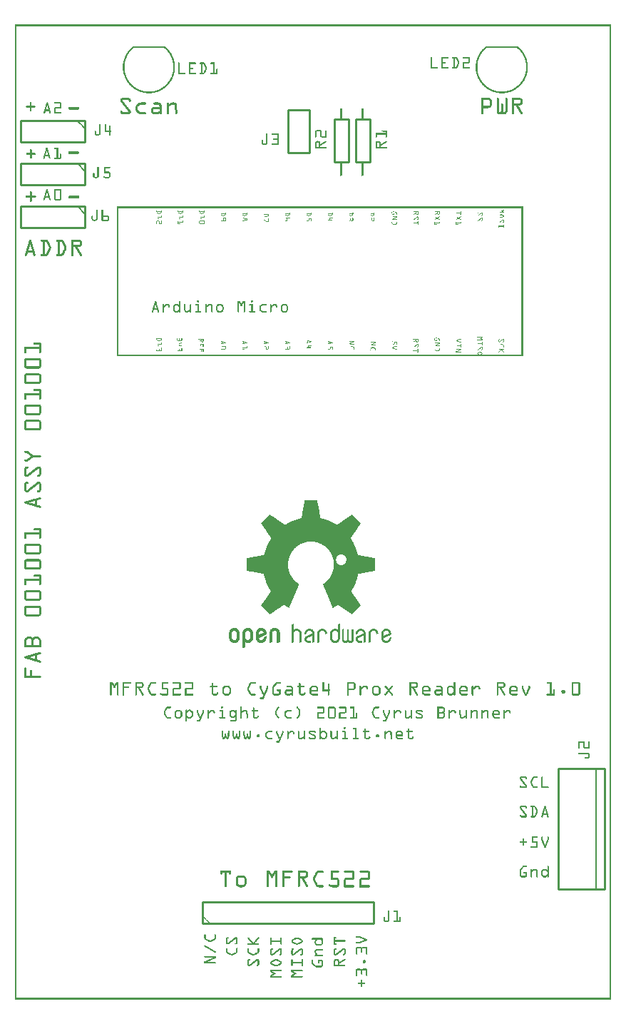
<source format=gto>
G04 MADE WITH FRITZING*
G04 WWW.FRITZING.ORG*
G04 DOUBLE SIDED*
G04 HOLES PLATED*
G04 CONTOUR ON CENTER OF CONTOUR VECTOR*
%ASAXBY*%
%FSLAX23Y23*%
%MOIN*%
%OFA0B0*%
%SFA1.0B1.0*%
%ADD10C,0.010000*%
%ADD11C,0.005000*%
%ADD12C,0.007874*%
%ADD13R,0.001000X0.001000*%
%LNSILK1*%
G90*
G70*
G54D10*
X327Y4106D02*
X27Y4106D01*
D02*
X27Y4106D02*
X27Y4006D01*
D02*
X27Y4006D02*
X327Y4006D01*
D02*
X327Y4006D02*
X327Y4106D01*
D02*
X327Y3906D02*
X27Y3906D01*
D02*
X27Y3906D02*
X27Y3806D01*
D02*
X27Y3806D02*
X327Y3806D01*
D02*
X327Y3806D02*
X327Y3906D01*
G54D11*
D02*
X292Y3906D02*
X327Y3871D01*
G54D10*
D02*
X327Y3706D02*
X27Y3706D01*
D02*
X27Y3706D02*
X27Y3606D01*
D02*
X27Y3606D02*
X327Y3606D01*
D02*
X327Y3606D02*
X327Y3706D01*
G54D11*
D02*
X292Y3706D02*
X327Y3671D01*
G54D10*
D02*
X877Y356D02*
X1677Y356D01*
D02*
X1677Y356D02*
X1677Y456D01*
D02*
X1677Y456D02*
X877Y456D01*
D02*
X877Y456D02*
X877Y356D01*
D02*
X2539Y1080D02*
X2539Y519D01*
D02*
X2539Y519D02*
X2755Y519D01*
D02*
X2755Y519D02*
X2755Y1080D01*
D02*
X2755Y1080D02*
X2539Y1080D01*
G54D11*
D02*
X2715Y519D02*
X2715Y1080D01*
G54D10*
D02*
X1277Y4156D02*
X1277Y3956D01*
D02*
X1277Y3956D02*
X1377Y3956D01*
D02*
X1377Y3956D02*
X1377Y4156D01*
D02*
X1377Y4156D02*
X1277Y4156D01*
D02*
X1594Y3915D02*
X1594Y4115D01*
D02*
X1594Y4115D02*
X1660Y4115D01*
D02*
X1660Y4115D02*
X1660Y3915D01*
D02*
X1660Y3915D02*
X1594Y3915D01*
D02*
X1494Y3915D02*
X1494Y4115D01*
D02*
X1494Y4115D02*
X1560Y4115D01*
D02*
X1560Y4115D02*
X1560Y3915D01*
D02*
X1560Y3915D02*
X1494Y3915D01*
G54D12*
X697Y4452D02*
X555Y4452D01*
D02*
X2347Y4452D02*
X2205Y4452D01*
D02*
G54D13*
X0Y4556D02*
X2786Y4556D01*
X0Y4555D02*
X2786Y4555D01*
X0Y4554D02*
X2786Y4554D01*
X0Y4553D02*
X2786Y4553D01*
X0Y4552D02*
X2786Y4552D01*
X0Y4551D02*
X2786Y4551D01*
X0Y4550D02*
X2786Y4550D01*
X0Y4549D02*
X2786Y4549D01*
X0Y4548D02*
X7Y4548D01*
X2779Y4548D02*
X2786Y4548D01*
X0Y4547D02*
X7Y4547D01*
X2779Y4547D02*
X2786Y4547D01*
X0Y4546D02*
X7Y4546D01*
X2779Y4546D02*
X2786Y4546D01*
X0Y4545D02*
X7Y4545D01*
X2779Y4545D02*
X2786Y4545D01*
X0Y4544D02*
X7Y4544D01*
X2779Y4544D02*
X2786Y4544D01*
X0Y4543D02*
X7Y4543D01*
X2779Y4543D02*
X2786Y4543D01*
X0Y4542D02*
X7Y4542D01*
X2779Y4542D02*
X2786Y4542D01*
X0Y4541D02*
X7Y4541D01*
X2779Y4541D02*
X2786Y4541D01*
X0Y4540D02*
X7Y4540D01*
X2779Y4540D02*
X2786Y4540D01*
X0Y4539D02*
X7Y4539D01*
X2779Y4539D02*
X2786Y4539D01*
X0Y4538D02*
X7Y4538D01*
X2779Y4538D02*
X2786Y4538D01*
X0Y4537D02*
X7Y4537D01*
X2779Y4537D02*
X2786Y4537D01*
X0Y4536D02*
X7Y4536D01*
X2779Y4536D02*
X2786Y4536D01*
X0Y4535D02*
X7Y4535D01*
X2779Y4535D02*
X2786Y4535D01*
X0Y4534D02*
X7Y4534D01*
X2779Y4534D02*
X2786Y4534D01*
X0Y4533D02*
X7Y4533D01*
X2779Y4533D02*
X2786Y4533D01*
X0Y4532D02*
X7Y4532D01*
X2779Y4532D02*
X2786Y4532D01*
X0Y4531D02*
X7Y4531D01*
X2779Y4531D02*
X2786Y4531D01*
X0Y4530D02*
X7Y4530D01*
X2779Y4530D02*
X2786Y4530D01*
X0Y4529D02*
X7Y4529D01*
X2779Y4529D02*
X2786Y4529D01*
X0Y4528D02*
X7Y4528D01*
X2779Y4528D02*
X2786Y4528D01*
X0Y4527D02*
X7Y4527D01*
X2779Y4527D02*
X2786Y4527D01*
X0Y4526D02*
X7Y4526D01*
X2779Y4526D02*
X2786Y4526D01*
X0Y4525D02*
X7Y4525D01*
X2779Y4525D02*
X2786Y4525D01*
X0Y4524D02*
X7Y4524D01*
X2779Y4524D02*
X2786Y4524D01*
X0Y4523D02*
X7Y4523D01*
X2779Y4523D02*
X2786Y4523D01*
X0Y4522D02*
X7Y4522D01*
X2779Y4522D02*
X2786Y4522D01*
X0Y4521D02*
X7Y4521D01*
X2779Y4521D02*
X2786Y4521D01*
X0Y4520D02*
X7Y4520D01*
X2779Y4520D02*
X2786Y4520D01*
X0Y4519D02*
X7Y4519D01*
X2779Y4519D02*
X2786Y4519D01*
X0Y4518D02*
X7Y4518D01*
X2779Y4518D02*
X2786Y4518D01*
X0Y4517D02*
X7Y4517D01*
X2779Y4517D02*
X2786Y4517D01*
X0Y4516D02*
X7Y4516D01*
X2779Y4516D02*
X2786Y4516D01*
X0Y4515D02*
X7Y4515D01*
X2779Y4515D02*
X2786Y4515D01*
X0Y4514D02*
X7Y4514D01*
X2779Y4514D02*
X2786Y4514D01*
X0Y4513D02*
X7Y4513D01*
X2779Y4513D02*
X2786Y4513D01*
X0Y4512D02*
X7Y4512D01*
X2779Y4512D02*
X2786Y4512D01*
X0Y4511D02*
X7Y4511D01*
X2779Y4511D02*
X2786Y4511D01*
X0Y4510D02*
X7Y4510D01*
X2779Y4510D02*
X2786Y4510D01*
X0Y4509D02*
X7Y4509D01*
X2779Y4509D02*
X2786Y4509D01*
X0Y4508D02*
X7Y4508D01*
X2779Y4508D02*
X2786Y4508D01*
X0Y4507D02*
X7Y4507D01*
X2779Y4507D02*
X2786Y4507D01*
X0Y4506D02*
X7Y4506D01*
X2779Y4506D02*
X2786Y4506D01*
X0Y4505D02*
X7Y4505D01*
X2779Y4505D02*
X2786Y4505D01*
X0Y4504D02*
X7Y4504D01*
X2779Y4504D02*
X2786Y4504D01*
X0Y4503D02*
X7Y4503D01*
X2779Y4503D02*
X2786Y4503D01*
X0Y4502D02*
X7Y4502D01*
X2779Y4502D02*
X2786Y4502D01*
X0Y4501D02*
X7Y4501D01*
X2779Y4501D02*
X2786Y4501D01*
X0Y4500D02*
X7Y4500D01*
X2779Y4500D02*
X2786Y4500D01*
X0Y4499D02*
X7Y4499D01*
X2779Y4499D02*
X2786Y4499D01*
X0Y4498D02*
X7Y4498D01*
X2779Y4498D02*
X2786Y4498D01*
X0Y4497D02*
X7Y4497D01*
X2779Y4497D02*
X2786Y4497D01*
X0Y4496D02*
X7Y4496D01*
X2779Y4496D02*
X2786Y4496D01*
X0Y4495D02*
X7Y4495D01*
X2779Y4495D02*
X2786Y4495D01*
X0Y4494D02*
X7Y4494D01*
X2779Y4494D02*
X2786Y4494D01*
X0Y4493D02*
X7Y4493D01*
X2779Y4493D02*
X2786Y4493D01*
X0Y4492D02*
X7Y4492D01*
X2779Y4492D02*
X2786Y4492D01*
X0Y4491D02*
X7Y4491D01*
X2779Y4491D02*
X2786Y4491D01*
X0Y4490D02*
X7Y4490D01*
X2779Y4490D02*
X2786Y4490D01*
X0Y4489D02*
X7Y4489D01*
X2779Y4489D02*
X2786Y4489D01*
X0Y4488D02*
X7Y4488D01*
X2779Y4488D02*
X2786Y4488D01*
X0Y4487D02*
X7Y4487D01*
X2779Y4487D02*
X2786Y4487D01*
X0Y4486D02*
X7Y4486D01*
X2779Y4486D02*
X2786Y4486D01*
X0Y4485D02*
X7Y4485D01*
X2779Y4485D02*
X2786Y4485D01*
X0Y4484D02*
X7Y4484D01*
X2779Y4484D02*
X2786Y4484D01*
X0Y4483D02*
X7Y4483D01*
X2779Y4483D02*
X2786Y4483D01*
X0Y4482D02*
X7Y4482D01*
X2779Y4482D02*
X2786Y4482D01*
X0Y4481D02*
X7Y4481D01*
X2779Y4481D02*
X2786Y4481D01*
X0Y4480D02*
X7Y4480D01*
X2779Y4480D02*
X2786Y4480D01*
X0Y4479D02*
X7Y4479D01*
X2779Y4479D02*
X2786Y4479D01*
X0Y4478D02*
X7Y4478D01*
X2779Y4478D02*
X2786Y4478D01*
X0Y4477D02*
X7Y4477D01*
X2779Y4477D02*
X2786Y4477D01*
X0Y4476D02*
X7Y4476D01*
X2779Y4476D02*
X2786Y4476D01*
X0Y4475D02*
X7Y4475D01*
X2779Y4475D02*
X2786Y4475D01*
X0Y4474D02*
X7Y4474D01*
X2779Y4474D02*
X2786Y4474D01*
X0Y4473D02*
X7Y4473D01*
X2779Y4473D02*
X2786Y4473D01*
X0Y4472D02*
X7Y4472D01*
X2779Y4472D02*
X2786Y4472D01*
X0Y4471D02*
X7Y4471D01*
X2779Y4471D02*
X2786Y4471D01*
X0Y4470D02*
X7Y4470D01*
X2779Y4470D02*
X2786Y4470D01*
X0Y4469D02*
X7Y4469D01*
X2779Y4469D02*
X2786Y4469D01*
X0Y4468D02*
X7Y4468D01*
X2779Y4468D02*
X2786Y4468D01*
X0Y4467D02*
X7Y4467D01*
X2779Y4467D02*
X2786Y4467D01*
X0Y4466D02*
X7Y4466D01*
X2779Y4466D02*
X2786Y4466D01*
X0Y4465D02*
X7Y4465D01*
X2779Y4465D02*
X2786Y4465D01*
X0Y4464D02*
X7Y4464D01*
X2779Y4464D02*
X2786Y4464D01*
X0Y4463D02*
X7Y4463D01*
X2779Y4463D02*
X2786Y4463D01*
X0Y4462D02*
X7Y4462D01*
X2779Y4462D02*
X2786Y4462D01*
X0Y4461D02*
X7Y4461D01*
X2779Y4461D02*
X2786Y4461D01*
X0Y4460D02*
X7Y4460D01*
X2779Y4460D02*
X2786Y4460D01*
X0Y4459D02*
X7Y4459D01*
X2779Y4459D02*
X2786Y4459D01*
X0Y4458D02*
X7Y4458D01*
X2779Y4458D02*
X2786Y4458D01*
X0Y4457D02*
X7Y4457D01*
X2779Y4457D02*
X2786Y4457D01*
X0Y4456D02*
X7Y4456D01*
X2779Y4456D02*
X2786Y4456D01*
X0Y4455D02*
X7Y4455D01*
X553Y4455D02*
X557Y4455D01*
X696Y4455D02*
X698Y4455D01*
X2203Y4455D02*
X2207Y4455D01*
X2345Y4455D02*
X2348Y4455D01*
X2779Y4455D02*
X2786Y4455D01*
X0Y4454D02*
X7Y4454D01*
X552Y4454D02*
X558Y4454D01*
X695Y4454D02*
X700Y4454D01*
X2202Y4454D02*
X2208Y4454D01*
X2344Y4454D02*
X2349Y4454D01*
X2779Y4454D02*
X2786Y4454D01*
X0Y4453D02*
X7Y4453D01*
X551Y4453D02*
X558Y4453D01*
X694Y4453D02*
X701Y4453D01*
X2200Y4453D02*
X2208Y4453D01*
X2344Y4453D02*
X2351Y4453D01*
X2779Y4453D02*
X2786Y4453D01*
X0Y4452D02*
X7Y4452D01*
X550Y4452D02*
X558Y4452D01*
X694Y4452D02*
X702Y4452D01*
X2199Y4452D02*
X2208Y4452D01*
X2343Y4452D02*
X2352Y4452D01*
X2779Y4452D02*
X2786Y4452D01*
X0Y4451D02*
X7Y4451D01*
X548Y4451D02*
X558Y4451D01*
X694Y4451D02*
X704Y4451D01*
X2198Y4451D02*
X2208Y4451D01*
X2343Y4451D02*
X2353Y4451D01*
X2779Y4451D02*
X2786Y4451D01*
X0Y4450D02*
X7Y4450D01*
X547Y4450D02*
X558Y4450D01*
X694Y4450D02*
X705Y4450D01*
X2197Y4450D02*
X2208Y4450D01*
X2344Y4450D02*
X2354Y4450D01*
X2779Y4450D02*
X2786Y4450D01*
X0Y4449D02*
X7Y4449D01*
X546Y4449D02*
X557Y4449D01*
X695Y4449D02*
X706Y4449D01*
X2196Y4449D02*
X2207Y4449D01*
X2344Y4449D02*
X2356Y4449D01*
X2779Y4449D02*
X2786Y4449D01*
X0Y4448D02*
X7Y4448D01*
X545Y4448D02*
X556Y4448D01*
X696Y4448D02*
X707Y4448D01*
X2195Y4448D02*
X2206Y4448D01*
X2345Y4448D02*
X2357Y4448D01*
X2779Y4448D02*
X2786Y4448D01*
X0Y4447D02*
X7Y4447D01*
X544Y4447D02*
X555Y4447D01*
X697Y4447D02*
X708Y4447D01*
X2193Y4447D02*
X2205Y4447D01*
X2347Y4447D02*
X2358Y4447D01*
X2779Y4447D02*
X2786Y4447D01*
X0Y4446D02*
X7Y4446D01*
X543Y4446D02*
X554Y4446D01*
X698Y4446D02*
X709Y4446D01*
X2192Y4446D02*
X2203Y4446D01*
X2348Y4446D02*
X2359Y4446D01*
X2779Y4446D02*
X2786Y4446D01*
X0Y4445D02*
X7Y4445D01*
X542Y4445D02*
X552Y4445D01*
X699Y4445D02*
X710Y4445D01*
X2191Y4445D02*
X2202Y4445D01*
X2349Y4445D02*
X2360Y4445D01*
X2779Y4445D02*
X2786Y4445D01*
X0Y4444D02*
X7Y4444D01*
X541Y4444D02*
X551Y4444D01*
X701Y4444D02*
X711Y4444D01*
X2190Y4444D02*
X2201Y4444D01*
X2350Y4444D02*
X2361Y4444D01*
X2779Y4444D02*
X2786Y4444D01*
X0Y4443D02*
X7Y4443D01*
X540Y4443D02*
X550Y4443D01*
X702Y4443D02*
X712Y4443D01*
X2189Y4443D02*
X2200Y4443D01*
X2351Y4443D02*
X2362Y4443D01*
X2779Y4443D02*
X2786Y4443D01*
X0Y4442D02*
X7Y4442D01*
X539Y4442D02*
X549Y4442D01*
X703Y4442D02*
X713Y4442D01*
X2188Y4442D02*
X2199Y4442D01*
X2353Y4442D02*
X2363Y4442D01*
X2779Y4442D02*
X2786Y4442D01*
X0Y4441D02*
X7Y4441D01*
X538Y4441D02*
X548Y4441D01*
X704Y4441D02*
X714Y4441D01*
X2187Y4441D02*
X2198Y4441D01*
X2354Y4441D02*
X2364Y4441D01*
X2779Y4441D02*
X2786Y4441D01*
X0Y4440D02*
X7Y4440D01*
X537Y4440D02*
X547Y4440D01*
X705Y4440D02*
X715Y4440D01*
X2186Y4440D02*
X2196Y4440D01*
X2355Y4440D02*
X2365Y4440D01*
X2779Y4440D02*
X2786Y4440D01*
X0Y4439D02*
X7Y4439D01*
X536Y4439D02*
X546Y4439D01*
X706Y4439D02*
X716Y4439D01*
X2185Y4439D02*
X2195Y4439D01*
X2356Y4439D02*
X2366Y4439D01*
X2779Y4439D02*
X2786Y4439D01*
X0Y4438D02*
X7Y4438D01*
X535Y4438D02*
X545Y4438D01*
X707Y4438D02*
X717Y4438D01*
X2185Y4438D02*
X2194Y4438D01*
X2357Y4438D02*
X2367Y4438D01*
X2779Y4438D02*
X2786Y4438D01*
X0Y4437D02*
X7Y4437D01*
X534Y4437D02*
X544Y4437D01*
X708Y4437D02*
X718Y4437D01*
X2184Y4437D02*
X2193Y4437D01*
X2358Y4437D02*
X2367Y4437D01*
X2779Y4437D02*
X2786Y4437D01*
X0Y4436D02*
X7Y4436D01*
X533Y4436D02*
X543Y4436D01*
X709Y4436D02*
X719Y4436D01*
X2183Y4436D02*
X2192Y4436D01*
X2359Y4436D02*
X2368Y4436D01*
X2779Y4436D02*
X2786Y4436D01*
X0Y4435D02*
X7Y4435D01*
X532Y4435D02*
X542Y4435D01*
X710Y4435D02*
X719Y4435D01*
X2182Y4435D02*
X2192Y4435D01*
X2360Y4435D02*
X2369Y4435D01*
X2779Y4435D02*
X2786Y4435D01*
X0Y4434D02*
X7Y4434D01*
X532Y4434D02*
X541Y4434D01*
X711Y4434D02*
X720Y4434D01*
X2181Y4434D02*
X2191Y4434D01*
X2361Y4434D02*
X2370Y4434D01*
X2779Y4434D02*
X2786Y4434D01*
X0Y4433D02*
X7Y4433D01*
X531Y4433D02*
X540Y4433D01*
X712Y4433D02*
X721Y4433D01*
X2180Y4433D02*
X2190Y4433D01*
X2362Y4433D02*
X2371Y4433D01*
X2779Y4433D02*
X2786Y4433D01*
X0Y4432D02*
X7Y4432D01*
X530Y4432D02*
X539Y4432D01*
X713Y4432D02*
X722Y4432D01*
X2180Y4432D02*
X2189Y4432D01*
X2362Y4432D02*
X2371Y4432D01*
X2779Y4432D02*
X2786Y4432D01*
X0Y4431D02*
X7Y4431D01*
X529Y4431D02*
X538Y4431D01*
X714Y4431D02*
X723Y4431D01*
X2179Y4431D02*
X2188Y4431D01*
X2363Y4431D02*
X2372Y4431D01*
X2779Y4431D02*
X2786Y4431D01*
X0Y4430D02*
X7Y4430D01*
X528Y4430D02*
X537Y4430D01*
X714Y4430D02*
X723Y4430D01*
X2178Y4430D02*
X2187Y4430D01*
X2364Y4430D02*
X2373Y4430D01*
X2779Y4430D02*
X2786Y4430D01*
X0Y4429D02*
X7Y4429D01*
X528Y4429D02*
X537Y4429D01*
X715Y4429D02*
X724Y4429D01*
X2177Y4429D02*
X2186Y4429D01*
X2365Y4429D02*
X2374Y4429D01*
X2779Y4429D02*
X2786Y4429D01*
X0Y4428D02*
X7Y4428D01*
X527Y4428D02*
X536Y4428D01*
X716Y4428D02*
X725Y4428D01*
X2177Y4428D02*
X2186Y4428D01*
X2366Y4428D02*
X2374Y4428D01*
X2779Y4428D02*
X2786Y4428D01*
X0Y4427D02*
X7Y4427D01*
X526Y4427D02*
X535Y4427D01*
X717Y4427D02*
X725Y4427D01*
X2176Y4427D02*
X2185Y4427D01*
X2367Y4427D02*
X2375Y4427D01*
X2779Y4427D02*
X2786Y4427D01*
X0Y4426D02*
X7Y4426D01*
X526Y4426D02*
X534Y4426D01*
X718Y4426D02*
X726Y4426D01*
X2175Y4426D02*
X2184Y4426D01*
X2367Y4426D02*
X2376Y4426D01*
X2779Y4426D02*
X2786Y4426D01*
X0Y4425D02*
X7Y4425D01*
X525Y4425D02*
X534Y4425D01*
X718Y4425D02*
X727Y4425D01*
X2175Y4425D02*
X2183Y4425D01*
X2368Y4425D02*
X2377Y4425D01*
X2779Y4425D02*
X2786Y4425D01*
X0Y4424D02*
X7Y4424D01*
X524Y4424D02*
X533Y4424D01*
X719Y4424D02*
X728Y4424D01*
X2174Y4424D02*
X2182Y4424D01*
X2369Y4424D02*
X2377Y4424D01*
X2779Y4424D02*
X2786Y4424D01*
X0Y4423D02*
X7Y4423D01*
X524Y4423D02*
X532Y4423D01*
X720Y4423D02*
X728Y4423D01*
X2173Y4423D02*
X2182Y4423D01*
X2370Y4423D02*
X2378Y4423D01*
X2779Y4423D02*
X2786Y4423D01*
X0Y4422D02*
X7Y4422D01*
X523Y4422D02*
X531Y4422D01*
X721Y4422D02*
X729Y4422D01*
X2173Y4422D02*
X2181Y4422D01*
X2370Y4422D02*
X2378Y4422D01*
X2779Y4422D02*
X2786Y4422D01*
X0Y4421D02*
X7Y4421D01*
X522Y4421D02*
X531Y4421D01*
X721Y4421D02*
X729Y4421D01*
X2172Y4421D02*
X2180Y4421D01*
X2371Y4421D02*
X2379Y4421D01*
X2779Y4421D02*
X2786Y4421D01*
X0Y4420D02*
X7Y4420D01*
X522Y4420D02*
X530Y4420D01*
X722Y4420D02*
X730Y4420D01*
X2171Y4420D02*
X2180Y4420D01*
X2372Y4420D02*
X2380Y4420D01*
X2779Y4420D02*
X2786Y4420D01*
X0Y4419D02*
X7Y4419D01*
X521Y4419D02*
X529Y4419D01*
X723Y4419D02*
X731Y4419D01*
X2171Y4419D02*
X2179Y4419D01*
X2372Y4419D02*
X2380Y4419D01*
X2779Y4419D02*
X2786Y4419D01*
X0Y4418D02*
X7Y4418D01*
X521Y4418D02*
X529Y4418D01*
X723Y4418D02*
X731Y4418D01*
X2170Y4418D02*
X2178Y4418D01*
X2373Y4418D02*
X2381Y4418D01*
X2779Y4418D02*
X2786Y4418D01*
X0Y4417D02*
X7Y4417D01*
X520Y4417D02*
X528Y4417D01*
X724Y4417D02*
X732Y4417D01*
X2170Y4417D02*
X2178Y4417D01*
X2373Y4417D02*
X2381Y4417D01*
X2779Y4417D02*
X2786Y4417D01*
X0Y4416D02*
X7Y4416D01*
X519Y4416D02*
X527Y4416D01*
X724Y4416D02*
X732Y4416D01*
X2169Y4416D02*
X2177Y4416D01*
X2374Y4416D02*
X2382Y4416D01*
X2779Y4416D02*
X2786Y4416D01*
X0Y4415D02*
X7Y4415D01*
X519Y4415D02*
X527Y4415D01*
X725Y4415D02*
X733Y4415D01*
X2169Y4415D02*
X2177Y4415D01*
X2375Y4415D02*
X2383Y4415D01*
X2779Y4415D02*
X2786Y4415D01*
X0Y4414D02*
X7Y4414D01*
X518Y4414D02*
X526Y4414D01*
X726Y4414D02*
X733Y4414D01*
X2168Y4414D02*
X2176Y4414D01*
X2375Y4414D02*
X2383Y4414D01*
X2779Y4414D02*
X2786Y4414D01*
X0Y4413D02*
X7Y4413D01*
X518Y4413D02*
X526Y4413D01*
X726Y4413D02*
X734Y4413D01*
X2168Y4413D02*
X2175Y4413D01*
X2376Y4413D02*
X2384Y4413D01*
X2779Y4413D02*
X2786Y4413D01*
X0Y4412D02*
X7Y4412D01*
X517Y4412D02*
X525Y4412D01*
X727Y4412D02*
X734Y4412D01*
X2167Y4412D02*
X2175Y4412D01*
X2376Y4412D02*
X2384Y4412D01*
X2779Y4412D02*
X2786Y4412D01*
X0Y4411D02*
X7Y4411D01*
X517Y4411D02*
X525Y4411D01*
X727Y4411D02*
X735Y4411D01*
X2167Y4411D02*
X2174Y4411D01*
X2377Y4411D02*
X2385Y4411D01*
X2779Y4411D02*
X2786Y4411D01*
X0Y4410D02*
X7Y4410D01*
X516Y4410D02*
X524Y4410D01*
X728Y4410D02*
X735Y4410D01*
X2166Y4410D02*
X2174Y4410D01*
X2377Y4410D02*
X2385Y4410D01*
X2779Y4410D02*
X2786Y4410D01*
X0Y4409D02*
X7Y4409D01*
X516Y4409D02*
X524Y4409D01*
X728Y4409D02*
X736Y4409D01*
X2166Y4409D02*
X2173Y4409D01*
X2378Y4409D02*
X2386Y4409D01*
X2779Y4409D02*
X2786Y4409D01*
X0Y4408D02*
X7Y4408D01*
X515Y4408D02*
X523Y4408D01*
X729Y4408D02*
X736Y4408D01*
X2165Y4408D02*
X2173Y4408D01*
X2378Y4408D02*
X2386Y4408D01*
X2779Y4408D02*
X2786Y4408D01*
X0Y4407D02*
X7Y4407D01*
X515Y4407D02*
X523Y4407D01*
X729Y4407D02*
X737Y4407D01*
X2165Y4407D02*
X2172Y4407D01*
X2379Y4407D02*
X2386Y4407D01*
X2779Y4407D02*
X2786Y4407D01*
X0Y4406D02*
X7Y4406D01*
X515Y4406D02*
X522Y4406D01*
X730Y4406D02*
X737Y4406D01*
X2164Y4406D02*
X2172Y4406D01*
X2379Y4406D02*
X2387Y4406D01*
X2779Y4406D02*
X2786Y4406D01*
X0Y4405D02*
X7Y4405D01*
X514Y4405D02*
X522Y4405D01*
X730Y4405D02*
X738Y4405D01*
X1945Y4405D02*
X1947Y4405D01*
X1994Y4405D02*
X2025Y4405D01*
X2046Y4405D02*
X2061Y4405D01*
X2096Y4405D02*
X2122Y4405D01*
X2164Y4405D02*
X2171Y4405D01*
X2380Y4405D02*
X2387Y4405D01*
X2779Y4405D02*
X2786Y4405D01*
X0Y4404D02*
X7Y4404D01*
X514Y4404D02*
X521Y4404D01*
X731Y4404D02*
X738Y4404D01*
X1944Y4404D02*
X1948Y4404D01*
X1993Y4404D02*
X2026Y4404D01*
X2045Y4404D02*
X2064Y4404D01*
X2095Y4404D02*
X2124Y4404D01*
X2163Y4404D02*
X2171Y4404D01*
X2380Y4404D02*
X2388Y4404D01*
X2779Y4404D02*
X2786Y4404D01*
X0Y4403D02*
X7Y4403D01*
X513Y4403D02*
X521Y4403D01*
X731Y4403D02*
X738Y4403D01*
X1944Y4403D02*
X1949Y4403D01*
X1993Y4403D02*
X2027Y4403D01*
X2044Y4403D02*
X2065Y4403D01*
X2094Y4403D02*
X2125Y4403D01*
X2163Y4403D02*
X2170Y4403D01*
X2381Y4403D02*
X2388Y4403D01*
X2779Y4403D02*
X2786Y4403D01*
X0Y4402D02*
X7Y4402D01*
X513Y4402D02*
X520Y4402D01*
X731Y4402D02*
X739Y4402D01*
X1943Y4402D02*
X1949Y4402D01*
X1993Y4402D02*
X2027Y4402D01*
X2044Y4402D02*
X2067Y4402D01*
X2094Y4402D02*
X2126Y4402D01*
X2163Y4402D02*
X2170Y4402D01*
X2381Y4402D02*
X2389Y4402D01*
X2779Y4402D02*
X2786Y4402D01*
X0Y4401D02*
X7Y4401D01*
X513Y4401D02*
X520Y4401D01*
X732Y4401D02*
X739Y4401D01*
X1943Y4401D02*
X1949Y4401D01*
X1993Y4401D02*
X2027Y4401D01*
X2044Y4401D02*
X2067Y4401D01*
X2094Y4401D02*
X2127Y4401D01*
X2162Y4401D02*
X2170Y4401D01*
X2382Y4401D02*
X2389Y4401D01*
X2779Y4401D02*
X2786Y4401D01*
X0Y4400D02*
X7Y4400D01*
X512Y4400D02*
X519Y4400D01*
X732Y4400D02*
X740Y4400D01*
X1943Y4400D02*
X1949Y4400D01*
X1993Y4400D02*
X2026Y4400D01*
X2044Y4400D02*
X2068Y4400D01*
X2094Y4400D02*
X2127Y4400D01*
X2162Y4400D02*
X2169Y4400D01*
X2382Y4400D02*
X2389Y4400D01*
X2779Y4400D02*
X2786Y4400D01*
X0Y4399D02*
X7Y4399D01*
X512Y4399D02*
X519Y4399D01*
X733Y4399D02*
X740Y4399D01*
X1943Y4399D02*
X1949Y4399D01*
X1993Y4399D02*
X2026Y4399D01*
X2045Y4399D02*
X2069Y4399D01*
X2095Y4399D02*
X2127Y4399D01*
X2161Y4399D02*
X2169Y4399D01*
X2382Y4399D02*
X2390Y4399D01*
X2779Y4399D02*
X2786Y4399D01*
X0Y4398D02*
X7Y4398D01*
X511Y4398D02*
X519Y4398D01*
X733Y4398D02*
X740Y4398D01*
X1943Y4398D02*
X1949Y4398D01*
X1993Y4398D02*
X2000Y4398D01*
X2050Y4398D02*
X2057Y4398D01*
X2061Y4398D02*
X2069Y4398D01*
X2121Y4398D02*
X2127Y4398D01*
X2161Y4398D02*
X2168Y4398D01*
X2383Y4398D02*
X2390Y4398D01*
X2779Y4398D02*
X2786Y4398D01*
X0Y4397D02*
X7Y4397D01*
X511Y4397D02*
X518Y4397D01*
X733Y4397D02*
X741Y4397D01*
X1943Y4397D02*
X1949Y4397D01*
X1993Y4397D02*
X1999Y4397D01*
X2051Y4397D02*
X2057Y4397D01*
X2063Y4397D02*
X2070Y4397D01*
X2121Y4397D02*
X2127Y4397D01*
X2161Y4397D02*
X2168Y4397D01*
X2383Y4397D02*
X2390Y4397D01*
X2779Y4397D02*
X2786Y4397D01*
X0Y4396D02*
X7Y4396D01*
X511Y4396D02*
X518Y4396D01*
X734Y4396D02*
X741Y4396D01*
X1943Y4396D02*
X1949Y4396D01*
X1993Y4396D02*
X1999Y4396D01*
X2051Y4396D02*
X2057Y4396D01*
X2063Y4396D02*
X2070Y4396D01*
X2121Y4396D02*
X2127Y4396D01*
X2160Y4396D02*
X2168Y4396D01*
X2383Y4396D02*
X2391Y4396D01*
X2779Y4396D02*
X2786Y4396D01*
X0Y4395D02*
X7Y4395D01*
X510Y4395D02*
X518Y4395D01*
X734Y4395D02*
X741Y4395D01*
X1943Y4395D02*
X1949Y4395D01*
X1993Y4395D02*
X1999Y4395D01*
X2051Y4395D02*
X2057Y4395D01*
X2064Y4395D02*
X2071Y4395D01*
X2121Y4395D02*
X2127Y4395D01*
X2160Y4395D02*
X2167Y4395D01*
X2384Y4395D02*
X2391Y4395D01*
X2779Y4395D02*
X2786Y4395D01*
X0Y4394D02*
X7Y4394D01*
X510Y4394D02*
X517Y4394D01*
X735Y4394D02*
X742Y4394D01*
X1943Y4394D02*
X1949Y4394D01*
X1993Y4394D02*
X1999Y4394D01*
X2051Y4394D02*
X2057Y4394D01*
X2064Y4394D02*
X2071Y4394D01*
X2121Y4394D02*
X2127Y4394D01*
X2160Y4394D02*
X2167Y4394D01*
X2384Y4394D02*
X2391Y4394D01*
X2779Y4394D02*
X2786Y4394D01*
X0Y4393D02*
X7Y4393D01*
X510Y4393D02*
X517Y4393D01*
X735Y4393D02*
X742Y4393D01*
X1943Y4393D02*
X1949Y4393D01*
X1993Y4393D02*
X1999Y4393D01*
X2051Y4393D02*
X2057Y4393D01*
X2065Y4393D02*
X2072Y4393D01*
X2121Y4393D02*
X2127Y4393D01*
X2159Y4393D02*
X2167Y4393D01*
X2385Y4393D02*
X2392Y4393D01*
X2779Y4393D02*
X2786Y4393D01*
X0Y4392D02*
X7Y4392D01*
X509Y4392D02*
X517Y4392D01*
X735Y4392D02*
X742Y4392D01*
X1943Y4392D02*
X1949Y4392D01*
X1993Y4392D02*
X1999Y4392D01*
X2051Y4392D02*
X2057Y4392D01*
X2065Y4392D02*
X2072Y4392D01*
X2121Y4392D02*
X2127Y4392D01*
X2159Y4392D02*
X2166Y4392D01*
X2385Y4392D02*
X2392Y4392D01*
X2779Y4392D02*
X2786Y4392D01*
X0Y4391D02*
X7Y4391D01*
X509Y4391D02*
X516Y4391D01*
X735Y4391D02*
X743Y4391D01*
X1943Y4391D02*
X1949Y4391D01*
X1993Y4391D02*
X1999Y4391D01*
X2051Y4391D02*
X2057Y4391D01*
X2066Y4391D02*
X2073Y4391D01*
X2121Y4391D02*
X2127Y4391D01*
X2159Y4391D02*
X2166Y4391D01*
X2385Y4391D02*
X2392Y4391D01*
X2779Y4391D02*
X2786Y4391D01*
X0Y4390D02*
X7Y4390D01*
X509Y4390D02*
X516Y4390D01*
X736Y4390D02*
X743Y4390D01*
X1943Y4390D02*
X1949Y4390D01*
X1993Y4390D02*
X1999Y4390D01*
X2051Y4390D02*
X2057Y4390D01*
X2066Y4390D02*
X2073Y4390D01*
X2121Y4390D02*
X2127Y4390D01*
X2159Y4390D02*
X2166Y4390D01*
X2385Y4390D02*
X2393Y4390D01*
X2779Y4390D02*
X2786Y4390D01*
X0Y4389D02*
X7Y4389D01*
X509Y4389D02*
X516Y4389D01*
X736Y4389D02*
X743Y4389D01*
X1943Y4389D02*
X1949Y4389D01*
X1993Y4389D02*
X1999Y4389D01*
X2051Y4389D02*
X2057Y4389D01*
X2067Y4389D02*
X2074Y4389D01*
X2121Y4389D02*
X2127Y4389D01*
X2158Y4389D02*
X2165Y4389D01*
X2386Y4389D02*
X2393Y4389D01*
X2779Y4389D02*
X2786Y4389D01*
X0Y4388D02*
X7Y4388D01*
X508Y4388D02*
X515Y4388D01*
X736Y4388D02*
X743Y4388D01*
X1943Y4388D02*
X1949Y4388D01*
X1993Y4388D02*
X1999Y4388D01*
X2051Y4388D02*
X2057Y4388D01*
X2067Y4388D02*
X2074Y4388D01*
X2121Y4388D02*
X2127Y4388D01*
X2158Y4388D02*
X2165Y4388D01*
X2386Y4388D02*
X2393Y4388D01*
X2779Y4388D02*
X2786Y4388D01*
X0Y4387D02*
X7Y4387D01*
X508Y4387D02*
X515Y4387D01*
X737Y4387D02*
X744Y4387D01*
X1943Y4387D02*
X1949Y4387D01*
X1993Y4387D02*
X1999Y4387D01*
X2051Y4387D02*
X2057Y4387D01*
X2068Y4387D02*
X2075Y4387D01*
X2121Y4387D02*
X2127Y4387D01*
X2158Y4387D02*
X2165Y4387D01*
X2386Y4387D02*
X2393Y4387D01*
X2779Y4387D02*
X2786Y4387D01*
X0Y4386D02*
X7Y4386D01*
X508Y4386D02*
X515Y4386D01*
X737Y4386D02*
X744Y4386D01*
X1943Y4386D02*
X1949Y4386D01*
X1993Y4386D02*
X1999Y4386D01*
X2051Y4386D02*
X2057Y4386D01*
X2068Y4386D02*
X2075Y4386D01*
X2121Y4386D02*
X2127Y4386D01*
X2158Y4386D02*
X2164Y4386D01*
X2387Y4386D02*
X2394Y4386D01*
X2779Y4386D02*
X2786Y4386D01*
X0Y4385D02*
X7Y4385D01*
X508Y4385D02*
X515Y4385D01*
X737Y4385D02*
X744Y4385D01*
X1943Y4385D02*
X1949Y4385D01*
X1993Y4385D02*
X1999Y4385D01*
X2051Y4385D02*
X2057Y4385D01*
X2069Y4385D02*
X2076Y4385D01*
X2121Y4385D02*
X2127Y4385D01*
X2157Y4385D02*
X2164Y4385D01*
X2387Y4385D02*
X2394Y4385D01*
X2779Y4385D02*
X2786Y4385D01*
X0Y4384D02*
X7Y4384D01*
X507Y4384D02*
X514Y4384D01*
X737Y4384D02*
X744Y4384D01*
X1943Y4384D02*
X1949Y4384D01*
X1993Y4384D02*
X1999Y4384D01*
X2051Y4384D02*
X2057Y4384D01*
X2069Y4384D02*
X2076Y4384D01*
X2121Y4384D02*
X2127Y4384D01*
X2157Y4384D02*
X2164Y4384D01*
X2387Y4384D02*
X2394Y4384D01*
X2779Y4384D02*
X2786Y4384D01*
X0Y4383D02*
X7Y4383D01*
X507Y4383D02*
X514Y4383D01*
X738Y4383D02*
X745Y4383D01*
X1943Y4383D02*
X1949Y4383D01*
X1993Y4383D02*
X1999Y4383D01*
X2051Y4383D02*
X2057Y4383D01*
X2070Y4383D02*
X2076Y4383D01*
X2121Y4383D02*
X2127Y4383D01*
X2157Y4383D02*
X2164Y4383D01*
X2387Y4383D02*
X2394Y4383D01*
X2779Y4383D02*
X2786Y4383D01*
X0Y4382D02*
X7Y4382D01*
X507Y4382D02*
X514Y4382D01*
X738Y4382D02*
X745Y4382D01*
X1943Y4382D02*
X1949Y4382D01*
X1993Y4382D02*
X2000Y4382D01*
X2051Y4382D02*
X2057Y4382D01*
X2070Y4382D02*
X2077Y4382D01*
X2121Y4382D02*
X2127Y4382D01*
X2157Y4382D02*
X2164Y4382D01*
X2387Y4382D02*
X2395Y4382D01*
X2779Y4382D02*
X2786Y4382D01*
X0Y4381D02*
X7Y4381D01*
X507Y4381D02*
X514Y4381D01*
X738Y4381D02*
X745Y4381D01*
X1943Y4381D02*
X1949Y4381D01*
X1993Y4381D02*
X2012Y4381D01*
X2051Y4381D02*
X2057Y4381D01*
X2071Y4381D02*
X2077Y4381D01*
X2098Y4381D02*
X2127Y4381D01*
X2156Y4381D02*
X2163Y4381D01*
X2388Y4381D02*
X2395Y4381D01*
X2779Y4381D02*
X2786Y4381D01*
X0Y4380D02*
X7Y4380D01*
X507Y4380D02*
X513Y4380D01*
X738Y4380D02*
X745Y4380D01*
X1943Y4380D02*
X1949Y4380D01*
X1993Y4380D02*
X2013Y4380D01*
X2051Y4380D02*
X2057Y4380D01*
X2071Y4380D02*
X2077Y4380D01*
X2096Y4380D02*
X2127Y4380D01*
X2156Y4380D02*
X2163Y4380D01*
X2388Y4380D02*
X2395Y4380D01*
X2779Y4380D02*
X2786Y4380D01*
X0Y4379D02*
X7Y4379D01*
X506Y4379D02*
X513Y4379D01*
X738Y4379D02*
X745Y4379D01*
X765Y4379D02*
X766Y4379D01*
X813Y4379D02*
X844Y4379D01*
X866Y4379D02*
X881Y4379D01*
X916Y4379D02*
X933Y4379D01*
X1943Y4379D02*
X1949Y4379D01*
X1993Y4379D02*
X2013Y4379D01*
X2051Y4379D02*
X2057Y4379D01*
X2071Y4379D02*
X2077Y4379D01*
X2095Y4379D02*
X2127Y4379D01*
X2156Y4379D02*
X2163Y4379D01*
X2388Y4379D02*
X2395Y4379D01*
X2779Y4379D02*
X2786Y4379D01*
X0Y4378D02*
X7Y4378D01*
X506Y4378D02*
X513Y4378D01*
X739Y4378D02*
X746Y4378D01*
X764Y4378D02*
X768Y4378D01*
X813Y4378D02*
X846Y4378D01*
X864Y4378D02*
X883Y4378D01*
X914Y4378D02*
X933Y4378D01*
X1943Y4378D02*
X1949Y4378D01*
X1993Y4378D02*
X2013Y4378D01*
X2051Y4378D02*
X2057Y4378D01*
X2071Y4378D02*
X2077Y4378D01*
X2095Y4378D02*
X2126Y4378D01*
X2156Y4378D02*
X2163Y4378D01*
X2388Y4378D02*
X2395Y4378D01*
X2779Y4378D02*
X2786Y4378D01*
X0Y4377D02*
X7Y4377D01*
X506Y4377D02*
X513Y4377D01*
X739Y4377D02*
X746Y4377D01*
X763Y4377D02*
X768Y4377D01*
X813Y4377D02*
X846Y4377D01*
X863Y4377D02*
X885Y4377D01*
X914Y4377D02*
X933Y4377D01*
X1943Y4377D02*
X1949Y4377D01*
X1993Y4377D02*
X2013Y4377D01*
X2051Y4377D02*
X2057Y4377D01*
X2071Y4377D02*
X2077Y4377D01*
X2094Y4377D02*
X2125Y4377D01*
X2156Y4377D02*
X2163Y4377D01*
X2388Y4377D02*
X2395Y4377D01*
X2779Y4377D02*
X2786Y4377D01*
X0Y4376D02*
X7Y4376D01*
X506Y4376D02*
X513Y4376D01*
X739Y4376D02*
X746Y4376D01*
X763Y4376D02*
X769Y4376D01*
X813Y4376D02*
X846Y4376D01*
X863Y4376D02*
X886Y4376D01*
X913Y4376D02*
X933Y4376D01*
X1943Y4376D02*
X1949Y4376D01*
X1993Y4376D02*
X2012Y4376D01*
X2051Y4376D02*
X2057Y4376D01*
X2071Y4376D02*
X2077Y4376D01*
X2094Y4376D02*
X2124Y4376D01*
X2156Y4376D02*
X2162Y4376D01*
X2389Y4376D02*
X2396Y4376D01*
X2779Y4376D02*
X2786Y4376D01*
X0Y4375D02*
X7Y4375D01*
X506Y4375D02*
X513Y4375D01*
X739Y4375D02*
X746Y4375D01*
X763Y4375D02*
X769Y4375D01*
X813Y4375D02*
X846Y4375D01*
X863Y4375D02*
X887Y4375D01*
X914Y4375D02*
X933Y4375D01*
X1943Y4375D02*
X1949Y4375D01*
X1993Y4375D02*
X2011Y4375D01*
X2051Y4375D02*
X2057Y4375D01*
X2071Y4375D02*
X2077Y4375D01*
X2094Y4375D02*
X2122Y4375D01*
X2155Y4375D02*
X2162Y4375D01*
X2389Y4375D02*
X2396Y4375D01*
X2779Y4375D02*
X2786Y4375D01*
X0Y4374D02*
X7Y4374D01*
X506Y4374D02*
X512Y4374D01*
X739Y4374D02*
X746Y4374D01*
X763Y4374D02*
X769Y4374D01*
X813Y4374D02*
X846Y4374D01*
X864Y4374D02*
X888Y4374D01*
X914Y4374D02*
X933Y4374D01*
X1943Y4374D02*
X1949Y4374D01*
X1993Y4374D02*
X1999Y4374D01*
X2051Y4374D02*
X2057Y4374D01*
X2070Y4374D02*
X2077Y4374D01*
X2094Y4374D02*
X2100Y4374D01*
X2155Y4374D02*
X2162Y4374D01*
X2389Y4374D02*
X2396Y4374D01*
X2779Y4374D02*
X2786Y4374D01*
X0Y4373D02*
X7Y4373D01*
X505Y4373D02*
X512Y4373D01*
X739Y4373D02*
X746Y4373D01*
X763Y4373D02*
X769Y4373D01*
X813Y4373D02*
X845Y4373D01*
X865Y4373D02*
X888Y4373D01*
X915Y4373D02*
X933Y4373D01*
X1943Y4373D02*
X1949Y4373D01*
X1993Y4373D02*
X1999Y4373D01*
X2051Y4373D02*
X2057Y4373D01*
X2070Y4373D02*
X2076Y4373D01*
X2094Y4373D02*
X2100Y4373D01*
X2155Y4373D02*
X2162Y4373D01*
X2389Y4373D02*
X2396Y4373D01*
X2779Y4373D02*
X2786Y4373D01*
X0Y4372D02*
X7Y4372D01*
X505Y4372D02*
X512Y4372D01*
X740Y4372D02*
X746Y4372D01*
X763Y4372D02*
X769Y4372D01*
X813Y4372D02*
X819Y4372D01*
X870Y4372D02*
X876Y4372D01*
X881Y4372D02*
X889Y4372D01*
X927Y4372D02*
X933Y4372D01*
X1943Y4372D02*
X1949Y4372D01*
X1993Y4372D02*
X1999Y4372D01*
X2051Y4372D02*
X2057Y4372D01*
X2069Y4372D02*
X2076Y4372D01*
X2094Y4372D02*
X2100Y4372D01*
X2155Y4372D02*
X2162Y4372D01*
X2389Y4372D02*
X2396Y4372D01*
X2779Y4372D02*
X2786Y4372D01*
X0Y4371D02*
X7Y4371D01*
X505Y4371D02*
X512Y4371D01*
X740Y4371D02*
X747Y4371D01*
X763Y4371D02*
X769Y4371D01*
X813Y4371D02*
X819Y4371D01*
X870Y4371D02*
X876Y4371D01*
X882Y4371D02*
X889Y4371D01*
X927Y4371D02*
X933Y4371D01*
X1943Y4371D02*
X1949Y4371D01*
X1993Y4371D02*
X1999Y4371D01*
X2051Y4371D02*
X2057Y4371D01*
X2069Y4371D02*
X2075Y4371D01*
X2094Y4371D02*
X2100Y4371D01*
X2155Y4371D02*
X2162Y4371D01*
X2389Y4371D02*
X2396Y4371D01*
X2779Y4371D02*
X2786Y4371D01*
X0Y4370D02*
X7Y4370D01*
X505Y4370D02*
X512Y4370D01*
X740Y4370D02*
X747Y4370D01*
X763Y4370D02*
X769Y4370D01*
X813Y4370D02*
X819Y4370D01*
X870Y4370D02*
X876Y4370D01*
X883Y4370D02*
X890Y4370D01*
X927Y4370D02*
X933Y4370D01*
X1943Y4370D02*
X1949Y4370D01*
X1993Y4370D02*
X1999Y4370D01*
X2051Y4370D02*
X2057Y4370D01*
X2068Y4370D02*
X2075Y4370D01*
X2094Y4370D02*
X2100Y4370D01*
X2155Y4370D02*
X2162Y4370D01*
X2389Y4370D02*
X2396Y4370D01*
X2779Y4370D02*
X2786Y4370D01*
X0Y4369D02*
X7Y4369D01*
X505Y4369D02*
X512Y4369D01*
X740Y4369D02*
X747Y4369D01*
X763Y4369D02*
X769Y4369D01*
X813Y4369D02*
X819Y4369D01*
X870Y4369D02*
X876Y4369D01*
X883Y4369D02*
X890Y4369D01*
X927Y4369D02*
X933Y4369D01*
X1943Y4369D02*
X1949Y4369D01*
X1993Y4369D02*
X1999Y4369D01*
X2051Y4369D02*
X2057Y4369D01*
X2068Y4369D02*
X2074Y4369D01*
X2094Y4369D02*
X2100Y4369D01*
X2155Y4369D02*
X2161Y4369D01*
X2390Y4369D02*
X2397Y4369D01*
X2779Y4369D02*
X2786Y4369D01*
X0Y4368D02*
X7Y4368D01*
X505Y4368D02*
X512Y4368D01*
X740Y4368D02*
X747Y4368D01*
X763Y4368D02*
X769Y4368D01*
X813Y4368D02*
X819Y4368D01*
X870Y4368D02*
X876Y4368D01*
X884Y4368D02*
X891Y4368D01*
X927Y4368D02*
X933Y4368D01*
X1943Y4368D02*
X1949Y4368D01*
X1993Y4368D02*
X1999Y4368D01*
X2051Y4368D02*
X2057Y4368D01*
X2067Y4368D02*
X2074Y4368D01*
X2094Y4368D02*
X2100Y4368D01*
X2155Y4368D02*
X2161Y4368D01*
X2390Y4368D02*
X2397Y4368D01*
X2779Y4368D02*
X2786Y4368D01*
X0Y4367D02*
X7Y4367D01*
X505Y4367D02*
X512Y4367D01*
X740Y4367D02*
X747Y4367D01*
X763Y4367D02*
X769Y4367D01*
X813Y4367D02*
X819Y4367D01*
X870Y4367D02*
X876Y4367D01*
X884Y4367D02*
X891Y4367D01*
X927Y4367D02*
X933Y4367D01*
X1943Y4367D02*
X1949Y4367D01*
X1993Y4367D02*
X1999Y4367D01*
X2051Y4367D02*
X2057Y4367D01*
X2067Y4367D02*
X2073Y4367D01*
X2094Y4367D02*
X2100Y4367D01*
X2154Y4367D02*
X2161Y4367D01*
X2390Y4367D02*
X2397Y4367D01*
X2779Y4367D02*
X2786Y4367D01*
X0Y4366D02*
X7Y4366D01*
X505Y4366D02*
X512Y4366D01*
X740Y4366D02*
X747Y4366D01*
X763Y4366D02*
X769Y4366D01*
X813Y4366D02*
X819Y4366D01*
X870Y4366D02*
X876Y4366D01*
X885Y4366D02*
X892Y4366D01*
X927Y4366D02*
X933Y4366D01*
X1943Y4366D02*
X1949Y4366D01*
X1993Y4366D02*
X1999Y4366D01*
X2051Y4366D02*
X2057Y4366D01*
X2066Y4366D02*
X2073Y4366D01*
X2094Y4366D02*
X2100Y4366D01*
X2154Y4366D02*
X2161Y4366D01*
X2390Y4366D02*
X2397Y4366D01*
X2779Y4366D02*
X2786Y4366D01*
X0Y4365D02*
X7Y4365D01*
X505Y4365D02*
X511Y4365D01*
X740Y4365D02*
X747Y4365D01*
X763Y4365D02*
X769Y4365D01*
X813Y4365D02*
X819Y4365D01*
X870Y4365D02*
X876Y4365D01*
X885Y4365D02*
X892Y4365D01*
X927Y4365D02*
X933Y4365D01*
X1943Y4365D02*
X1949Y4365D01*
X1993Y4365D02*
X1999Y4365D01*
X2051Y4365D02*
X2057Y4365D01*
X2066Y4365D02*
X2073Y4365D01*
X2094Y4365D02*
X2100Y4365D01*
X2154Y4365D02*
X2161Y4365D01*
X2390Y4365D02*
X2397Y4365D01*
X2779Y4365D02*
X2786Y4365D01*
X0Y4364D02*
X7Y4364D01*
X505Y4364D02*
X511Y4364D01*
X740Y4364D02*
X747Y4364D01*
X763Y4364D02*
X769Y4364D01*
X813Y4364D02*
X819Y4364D01*
X870Y4364D02*
X876Y4364D01*
X886Y4364D02*
X893Y4364D01*
X927Y4364D02*
X933Y4364D01*
X1943Y4364D02*
X1949Y4364D01*
X1993Y4364D02*
X1999Y4364D01*
X2051Y4364D02*
X2057Y4364D01*
X2065Y4364D02*
X2072Y4364D01*
X2094Y4364D02*
X2100Y4364D01*
X2154Y4364D02*
X2161Y4364D01*
X2390Y4364D02*
X2397Y4364D01*
X2779Y4364D02*
X2786Y4364D01*
X0Y4363D02*
X7Y4363D01*
X505Y4363D02*
X511Y4363D01*
X740Y4363D02*
X747Y4363D01*
X763Y4363D02*
X769Y4363D01*
X813Y4363D02*
X819Y4363D01*
X870Y4363D02*
X876Y4363D01*
X886Y4363D02*
X893Y4363D01*
X927Y4363D02*
X933Y4363D01*
X1943Y4363D02*
X1949Y4363D01*
X1993Y4363D02*
X1999Y4363D01*
X2051Y4363D02*
X2057Y4363D01*
X2065Y4363D02*
X2072Y4363D01*
X2094Y4363D02*
X2100Y4363D01*
X2154Y4363D02*
X2161Y4363D01*
X2390Y4363D02*
X2397Y4363D01*
X2779Y4363D02*
X2786Y4363D01*
X0Y4362D02*
X7Y4362D01*
X505Y4362D02*
X511Y4362D01*
X740Y4362D02*
X747Y4362D01*
X763Y4362D02*
X769Y4362D01*
X813Y4362D02*
X819Y4362D01*
X870Y4362D02*
X876Y4362D01*
X887Y4362D02*
X894Y4362D01*
X927Y4362D02*
X933Y4362D01*
X1943Y4362D02*
X1949Y4362D01*
X1993Y4362D02*
X1999Y4362D01*
X2051Y4362D02*
X2057Y4362D01*
X2064Y4362D02*
X2071Y4362D01*
X2094Y4362D02*
X2100Y4362D01*
X2154Y4362D02*
X2161Y4362D01*
X2390Y4362D02*
X2397Y4362D01*
X2779Y4362D02*
X2786Y4362D01*
X0Y4361D02*
X7Y4361D01*
X504Y4361D02*
X511Y4361D01*
X740Y4361D02*
X747Y4361D01*
X763Y4361D02*
X769Y4361D01*
X813Y4361D02*
X819Y4361D01*
X870Y4361D02*
X876Y4361D01*
X887Y4361D02*
X894Y4361D01*
X927Y4361D02*
X933Y4361D01*
X1943Y4361D02*
X1949Y4361D01*
X1993Y4361D02*
X1999Y4361D01*
X2051Y4361D02*
X2057Y4361D01*
X2064Y4361D02*
X2071Y4361D01*
X2094Y4361D02*
X2100Y4361D01*
X2154Y4361D02*
X2161Y4361D01*
X2390Y4361D02*
X2397Y4361D01*
X2779Y4361D02*
X2786Y4361D01*
X0Y4360D02*
X7Y4360D01*
X504Y4360D02*
X511Y4360D01*
X740Y4360D02*
X747Y4360D01*
X763Y4360D02*
X769Y4360D01*
X813Y4360D02*
X819Y4360D01*
X870Y4360D02*
X876Y4360D01*
X888Y4360D02*
X895Y4360D01*
X927Y4360D02*
X933Y4360D01*
X1943Y4360D02*
X1949Y4360D01*
X1993Y4360D02*
X1999Y4360D01*
X2051Y4360D02*
X2057Y4360D01*
X2063Y4360D02*
X2070Y4360D01*
X2094Y4360D02*
X2100Y4360D01*
X2154Y4360D02*
X2161Y4360D01*
X2390Y4360D02*
X2397Y4360D01*
X2779Y4360D02*
X2786Y4360D01*
X0Y4359D02*
X7Y4359D01*
X504Y4359D02*
X511Y4359D01*
X741Y4359D02*
X747Y4359D01*
X763Y4359D02*
X769Y4359D01*
X813Y4359D02*
X819Y4359D01*
X870Y4359D02*
X876Y4359D01*
X888Y4359D02*
X895Y4359D01*
X927Y4359D02*
X933Y4359D01*
X1943Y4359D02*
X1949Y4359D01*
X1993Y4359D02*
X1999Y4359D01*
X2051Y4359D02*
X2057Y4359D01*
X2062Y4359D02*
X2070Y4359D01*
X2094Y4359D02*
X2100Y4359D01*
X2154Y4359D02*
X2161Y4359D01*
X2390Y4359D02*
X2397Y4359D01*
X2779Y4359D02*
X2786Y4359D01*
X0Y4358D02*
X7Y4358D01*
X504Y4358D02*
X511Y4358D01*
X741Y4358D02*
X747Y4358D01*
X763Y4358D02*
X769Y4358D01*
X813Y4358D02*
X819Y4358D01*
X870Y4358D02*
X876Y4358D01*
X889Y4358D02*
X895Y4358D01*
X927Y4358D02*
X933Y4358D01*
X1943Y4358D02*
X1974Y4358D01*
X1993Y4358D02*
X2024Y4358D01*
X2046Y4358D02*
X2069Y4358D01*
X2094Y4358D02*
X2125Y4358D01*
X2154Y4358D02*
X2161Y4358D01*
X2390Y4358D02*
X2397Y4358D01*
X2779Y4358D02*
X2786Y4358D01*
X0Y4357D02*
X7Y4357D01*
X504Y4357D02*
X511Y4357D01*
X741Y4357D02*
X747Y4357D01*
X763Y4357D02*
X769Y4357D01*
X813Y4357D02*
X819Y4357D01*
X870Y4357D02*
X876Y4357D01*
X889Y4357D02*
X896Y4357D01*
X927Y4357D02*
X933Y4357D01*
X1943Y4357D02*
X1976Y4357D01*
X1993Y4357D02*
X2026Y4357D01*
X2045Y4357D02*
X2069Y4357D01*
X2094Y4357D02*
X2126Y4357D01*
X2154Y4357D02*
X2161Y4357D01*
X2390Y4357D02*
X2397Y4357D01*
X2779Y4357D02*
X2786Y4357D01*
X0Y4356D02*
X7Y4356D01*
X504Y4356D02*
X511Y4356D01*
X741Y4356D02*
X747Y4356D01*
X763Y4356D02*
X769Y4356D01*
X813Y4356D02*
X819Y4356D01*
X870Y4356D02*
X876Y4356D01*
X890Y4356D02*
X896Y4356D01*
X927Y4356D02*
X933Y4356D01*
X1943Y4356D02*
X1977Y4356D01*
X1993Y4356D02*
X2027Y4356D01*
X2044Y4356D02*
X2068Y4356D01*
X2094Y4356D02*
X2127Y4356D01*
X2154Y4356D02*
X2161Y4356D01*
X2390Y4356D02*
X2397Y4356D01*
X2779Y4356D02*
X2786Y4356D01*
X0Y4355D02*
X7Y4355D01*
X504Y4355D02*
X511Y4355D01*
X741Y4355D02*
X747Y4355D01*
X763Y4355D02*
X769Y4355D01*
X813Y4355D02*
X831Y4355D01*
X870Y4355D02*
X876Y4355D01*
X890Y4355D02*
X896Y4355D01*
X927Y4355D02*
X933Y4355D01*
X1943Y4355D02*
X1977Y4355D01*
X1993Y4355D02*
X2027Y4355D01*
X2044Y4355D02*
X2067Y4355D01*
X2094Y4355D02*
X2127Y4355D01*
X2154Y4355D02*
X2161Y4355D01*
X2390Y4355D02*
X2397Y4355D01*
X2779Y4355D02*
X2786Y4355D01*
X0Y4354D02*
X7Y4354D01*
X504Y4354D02*
X511Y4354D01*
X740Y4354D02*
X747Y4354D01*
X763Y4354D02*
X769Y4354D01*
X813Y4354D02*
X832Y4354D01*
X870Y4354D02*
X876Y4354D01*
X890Y4354D02*
X897Y4354D01*
X927Y4354D02*
X933Y4354D01*
X1943Y4354D02*
X1977Y4354D01*
X1993Y4354D02*
X2027Y4354D01*
X2044Y4354D02*
X2066Y4354D01*
X2094Y4354D02*
X2127Y4354D01*
X2154Y4354D02*
X2161Y4354D01*
X2390Y4354D02*
X2397Y4354D01*
X2779Y4354D02*
X2786Y4354D01*
X0Y4353D02*
X7Y4353D01*
X504Y4353D02*
X511Y4353D01*
X740Y4353D02*
X747Y4353D01*
X763Y4353D02*
X769Y4353D01*
X813Y4353D02*
X833Y4353D01*
X870Y4353D02*
X876Y4353D01*
X891Y4353D02*
X897Y4353D01*
X927Y4353D02*
X933Y4353D01*
X1943Y4353D02*
X1976Y4353D01*
X1993Y4353D02*
X2027Y4353D01*
X2044Y4353D02*
X2065Y4353D01*
X2094Y4353D02*
X2127Y4353D01*
X2154Y4353D02*
X2161Y4353D01*
X2390Y4353D02*
X2397Y4353D01*
X2779Y4353D02*
X2786Y4353D01*
X0Y4352D02*
X7Y4352D01*
X504Y4352D02*
X511Y4352D01*
X740Y4352D02*
X747Y4352D01*
X763Y4352D02*
X769Y4352D01*
X813Y4352D02*
X833Y4352D01*
X870Y4352D02*
X876Y4352D01*
X891Y4352D02*
X897Y4352D01*
X927Y4352D02*
X933Y4352D01*
X1943Y4352D02*
X1976Y4352D01*
X1993Y4352D02*
X2026Y4352D01*
X2045Y4352D02*
X2063Y4352D01*
X2094Y4352D02*
X2126Y4352D01*
X2154Y4352D02*
X2161Y4352D01*
X2390Y4352D02*
X2397Y4352D01*
X2779Y4352D02*
X2786Y4352D01*
X0Y4351D02*
X7Y4351D01*
X505Y4351D02*
X511Y4351D01*
X740Y4351D02*
X747Y4351D01*
X763Y4351D02*
X769Y4351D01*
X813Y4351D02*
X832Y4351D01*
X870Y4351D02*
X876Y4351D01*
X891Y4351D02*
X897Y4351D01*
X927Y4351D02*
X933Y4351D01*
X2154Y4351D02*
X2161Y4351D01*
X2390Y4351D02*
X2397Y4351D01*
X2779Y4351D02*
X2786Y4351D01*
X0Y4350D02*
X7Y4350D01*
X505Y4350D02*
X511Y4350D01*
X740Y4350D02*
X747Y4350D01*
X763Y4350D02*
X769Y4350D01*
X813Y4350D02*
X832Y4350D01*
X870Y4350D02*
X876Y4350D01*
X890Y4350D02*
X897Y4350D01*
X927Y4350D02*
X933Y4350D01*
X2154Y4350D02*
X2161Y4350D01*
X2390Y4350D02*
X2397Y4350D01*
X2779Y4350D02*
X2786Y4350D01*
X0Y4349D02*
X7Y4349D01*
X505Y4349D02*
X512Y4349D01*
X740Y4349D02*
X747Y4349D01*
X763Y4349D02*
X769Y4349D01*
X813Y4349D02*
X831Y4349D01*
X870Y4349D02*
X876Y4349D01*
X890Y4349D02*
X896Y4349D01*
X927Y4349D02*
X933Y4349D01*
X942Y4349D02*
X946Y4349D01*
X2154Y4349D02*
X2161Y4349D01*
X2390Y4349D02*
X2397Y4349D01*
X2779Y4349D02*
X2786Y4349D01*
X0Y4348D02*
X7Y4348D01*
X505Y4348D02*
X512Y4348D01*
X740Y4348D02*
X747Y4348D01*
X763Y4348D02*
X769Y4348D01*
X813Y4348D02*
X819Y4348D01*
X870Y4348D02*
X876Y4348D01*
X890Y4348D02*
X896Y4348D01*
X927Y4348D02*
X933Y4348D01*
X941Y4348D02*
X946Y4348D01*
X2154Y4348D02*
X2161Y4348D01*
X2390Y4348D02*
X2397Y4348D01*
X2779Y4348D02*
X2786Y4348D01*
X0Y4347D02*
X7Y4347D01*
X505Y4347D02*
X512Y4347D01*
X740Y4347D02*
X747Y4347D01*
X763Y4347D02*
X769Y4347D01*
X813Y4347D02*
X819Y4347D01*
X870Y4347D02*
X876Y4347D01*
X889Y4347D02*
X896Y4347D01*
X927Y4347D02*
X933Y4347D01*
X941Y4347D02*
X947Y4347D01*
X2154Y4347D02*
X2161Y4347D01*
X2390Y4347D02*
X2397Y4347D01*
X2779Y4347D02*
X2786Y4347D01*
X0Y4346D02*
X7Y4346D01*
X505Y4346D02*
X512Y4346D01*
X740Y4346D02*
X747Y4346D01*
X763Y4346D02*
X769Y4346D01*
X813Y4346D02*
X819Y4346D01*
X870Y4346D02*
X876Y4346D01*
X889Y4346D02*
X895Y4346D01*
X927Y4346D02*
X933Y4346D01*
X941Y4346D02*
X947Y4346D01*
X2155Y4346D02*
X2161Y4346D01*
X2390Y4346D02*
X2397Y4346D01*
X2779Y4346D02*
X2786Y4346D01*
X0Y4345D02*
X7Y4345D01*
X505Y4345D02*
X512Y4345D01*
X740Y4345D02*
X747Y4345D01*
X763Y4345D02*
X769Y4345D01*
X813Y4345D02*
X819Y4345D01*
X870Y4345D02*
X876Y4345D01*
X888Y4345D02*
X895Y4345D01*
X927Y4345D02*
X933Y4345D01*
X941Y4345D02*
X947Y4345D01*
X2155Y4345D02*
X2162Y4345D01*
X2390Y4345D02*
X2396Y4345D01*
X2779Y4345D02*
X2786Y4345D01*
X0Y4344D02*
X7Y4344D01*
X505Y4344D02*
X512Y4344D01*
X740Y4344D02*
X747Y4344D01*
X763Y4344D02*
X769Y4344D01*
X813Y4344D02*
X819Y4344D01*
X870Y4344D02*
X876Y4344D01*
X888Y4344D02*
X895Y4344D01*
X927Y4344D02*
X933Y4344D01*
X941Y4344D02*
X947Y4344D01*
X2155Y4344D02*
X2162Y4344D01*
X2389Y4344D02*
X2396Y4344D01*
X2779Y4344D02*
X2786Y4344D01*
X0Y4343D02*
X7Y4343D01*
X505Y4343D02*
X512Y4343D01*
X740Y4343D02*
X746Y4343D01*
X763Y4343D02*
X769Y4343D01*
X813Y4343D02*
X819Y4343D01*
X870Y4343D02*
X876Y4343D01*
X887Y4343D02*
X894Y4343D01*
X927Y4343D02*
X933Y4343D01*
X941Y4343D02*
X947Y4343D01*
X2155Y4343D02*
X2162Y4343D01*
X2389Y4343D02*
X2396Y4343D01*
X2779Y4343D02*
X2786Y4343D01*
X0Y4342D02*
X7Y4342D01*
X505Y4342D02*
X512Y4342D01*
X740Y4342D02*
X746Y4342D01*
X763Y4342D02*
X769Y4342D01*
X813Y4342D02*
X819Y4342D01*
X870Y4342D02*
X876Y4342D01*
X887Y4342D02*
X894Y4342D01*
X927Y4342D02*
X933Y4342D01*
X941Y4342D02*
X947Y4342D01*
X2155Y4342D02*
X2162Y4342D01*
X2389Y4342D02*
X2396Y4342D01*
X2779Y4342D02*
X2786Y4342D01*
X0Y4341D02*
X7Y4341D01*
X505Y4341D02*
X512Y4341D01*
X739Y4341D02*
X746Y4341D01*
X763Y4341D02*
X769Y4341D01*
X813Y4341D02*
X819Y4341D01*
X870Y4341D02*
X876Y4341D01*
X886Y4341D02*
X893Y4341D01*
X927Y4341D02*
X933Y4341D01*
X941Y4341D02*
X947Y4341D01*
X2155Y4341D02*
X2162Y4341D01*
X2389Y4341D02*
X2396Y4341D01*
X2779Y4341D02*
X2786Y4341D01*
X0Y4340D02*
X7Y4340D01*
X506Y4340D02*
X513Y4340D01*
X739Y4340D02*
X746Y4340D01*
X763Y4340D02*
X769Y4340D01*
X813Y4340D02*
X819Y4340D01*
X870Y4340D02*
X876Y4340D01*
X886Y4340D02*
X893Y4340D01*
X927Y4340D02*
X933Y4340D01*
X941Y4340D02*
X947Y4340D01*
X2155Y4340D02*
X2162Y4340D01*
X2389Y4340D02*
X2396Y4340D01*
X2779Y4340D02*
X2786Y4340D01*
X0Y4339D02*
X7Y4339D01*
X506Y4339D02*
X513Y4339D01*
X739Y4339D02*
X746Y4339D01*
X763Y4339D02*
X769Y4339D01*
X813Y4339D02*
X819Y4339D01*
X870Y4339D02*
X876Y4339D01*
X885Y4339D02*
X892Y4339D01*
X927Y4339D02*
X933Y4339D01*
X941Y4339D02*
X947Y4339D01*
X2155Y4339D02*
X2162Y4339D01*
X2389Y4339D02*
X2396Y4339D01*
X2779Y4339D02*
X2786Y4339D01*
X0Y4338D02*
X7Y4338D01*
X506Y4338D02*
X513Y4338D01*
X739Y4338D02*
X746Y4338D01*
X763Y4338D02*
X769Y4338D01*
X813Y4338D02*
X819Y4338D01*
X870Y4338D02*
X876Y4338D01*
X885Y4338D02*
X892Y4338D01*
X927Y4338D02*
X933Y4338D01*
X941Y4338D02*
X947Y4338D01*
X2156Y4338D02*
X2163Y4338D01*
X2389Y4338D02*
X2395Y4338D01*
X2779Y4338D02*
X2786Y4338D01*
X0Y4337D02*
X7Y4337D01*
X506Y4337D02*
X513Y4337D01*
X739Y4337D02*
X746Y4337D01*
X763Y4337D02*
X769Y4337D01*
X813Y4337D02*
X819Y4337D01*
X870Y4337D02*
X876Y4337D01*
X884Y4337D02*
X891Y4337D01*
X927Y4337D02*
X933Y4337D01*
X941Y4337D02*
X947Y4337D01*
X2156Y4337D02*
X2163Y4337D01*
X2388Y4337D02*
X2395Y4337D01*
X2779Y4337D02*
X2786Y4337D01*
X0Y4336D02*
X7Y4336D01*
X506Y4336D02*
X513Y4336D01*
X739Y4336D02*
X745Y4336D01*
X763Y4336D02*
X769Y4336D01*
X813Y4336D02*
X819Y4336D01*
X870Y4336D02*
X876Y4336D01*
X884Y4336D02*
X891Y4336D01*
X927Y4336D02*
X933Y4336D01*
X941Y4336D02*
X947Y4336D01*
X2156Y4336D02*
X2163Y4336D01*
X2388Y4336D02*
X2395Y4336D01*
X2779Y4336D02*
X2786Y4336D01*
X0Y4335D02*
X7Y4335D01*
X506Y4335D02*
X513Y4335D01*
X738Y4335D02*
X745Y4335D01*
X763Y4335D02*
X769Y4335D01*
X813Y4335D02*
X819Y4335D01*
X870Y4335D02*
X876Y4335D01*
X883Y4335D02*
X890Y4335D01*
X927Y4335D02*
X933Y4335D01*
X941Y4335D02*
X947Y4335D01*
X2156Y4335D02*
X2163Y4335D01*
X2388Y4335D02*
X2395Y4335D01*
X2779Y4335D02*
X2786Y4335D01*
X0Y4334D02*
X7Y4334D01*
X507Y4334D02*
X514Y4334D01*
X738Y4334D02*
X745Y4334D01*
X763Y4334D02*
X769Y4334D01*
X813Y4334D02*
X819Y4334D01*
X870Y4334D02*
X876Y4334D01*
X883Y4334D02*
X890Y4334D01*
X927Y4334D02*
X933Y4334D01*
X941Y4334D02*
X947Y4334D01*
X2156Y4334D02*
X2163Y4334D01*
X2388Y4334D02*
X2395Y4334D01*
X2779Y4334D02*
X2786Y4334D01*
X0Y4333D02*
X7Y4333D01*
X507Y4333D02*
X514Y4333D01*
X738Y4333D02*
X745Y4333D01*
X763Y4333D02*
X769Y4333D01*
X813Y4333D02*
X819Y4333D01*
X870Y4333D02*
X876Y4333D01*
X882Y4333D02*
X889Y4333D01*
X927Y4333D02*
X933Y4333D01*
X941Y4333D02*
X947Y4333D01*
X2157Y4333D02*
X2164Y4333D01*
X2388Y4333D02*
X2395Y4333D01*
X2779Y4333D02*
X2786Y4333D01*
X0Y4332D02*
X7Y4332D01*
X507Y4332D02*
X514Y4332D01*
X738Y4332D02*
X745Y4332D01*
X763Y4332D02*
X793Y4332D01*
X813Y4332D02*
X843Y4332D01*
X866Y4332D02*
X889Y4332D01*
X916Y4332D02*
X947Y4332D01*
X2157Y4332D02*
X2164Y4332D01*
X2387Y4332D02*
X2394Y4332D01*
X2779Y4332D02*
X2786Y4332D01*
X0Y4331D02*
X7Y4331D01*
X507Y4331D02*
X514Y4331D01*
X738Y4331D02*
X744Y4331D01*
X763Y4331D02*
X795Y4331D01*
X813Y4331D02*
X845Y4331D01*
X864Y4331D02*
X888Y4331D01*
X914Y4331D02*
X947Y4331D01*
X2157Y4331D02*
X2164Y4331D01*
X2387Y4331D02*
X2394Y4331D01*
X2779Y4331D02*
X2786Y4331D01*
X0Y4330D02*
X7Y4330D01*
X507Y4330D02*
X515Y4330D01*
X737Y4330D02*
X744Y4330D01*
X763Y4330D02*
X796Y4330D01*
X813Y4330D02*
X846Y4330D01*
X864Y4330D02*
X887Y4330D01*
X914Y4330D02*
X947Y4330D01*
X2157Y4330D02*
X2164Y4330D01*
X2387Y4330D02*
X2394Y4330D01*
X2779Y4330D02*
X2786Y4330D01*
X0Y4329D02*
X7Y4329D01*
X508Y4329D02*
X515Y4329D01*
X737Y4329D02*
X744Y4329D01*
X763Y4329D02*
X796Y4329D01*
X813Y4329D02*
X846Y4329D01*
X863Y4329D02*
X887Y4329D01*
X913Y4329D02*
X947Y4329D01*
X2157Y4329D02*
X2164Y4329D01*
X2387Y4329D02*
X2394Y4329D01*
X2779Y4329D02*
X2786Y4329D01*
X0Y4328D02*
X7Y4328D01*
X508Y4328D02*
X515Y4328D01*
X737Y4328D02*
X744Y4328D01*
X763Y4328D02*
X796Y4328D01*
X813Y4328D02*
X846Y4328D01*
X863Y4328D02*
X886Y4328D01*
X913Y4328D02*
X947Y4328D01*
X2158Y4328D02*
X2165Y4328D01*
X2386Y4328D02*
X2393Y4328D01*
X2779Y4328D02*
X2786Y4328D01*
X0Y4327D02*
X7Y4327D01*
X508Y4327D02*
X515Y4327D01*
X736Y4327D02*
X744Y4327D01*
X763Y4327D02*
X796Y4327D01*
X813Y4327D02*
X846Y4327D01*
X864Y4327D02*
X885Y4327D01*
X914Y4327D02*
X947Y4327D01*
X2158Y4327D02*
X2165Y4327D01*
X2386Y4327D02*
X2393Y4327D01*
X2779Y4327D02*
X2786Y4327D01*
X0Y4326D02*
X7Y4326D01*
X508Y4326D02*
X516Y4326D01*
X736Y4326D02*
X743Y4326D01*
X763Y4326D02*
X795Y4326D01*
X813Y4326D02*
X845Y4326D01*
X864Y4326D02*
X883Y4326D01*
X915Y4326D02*
X946Y4326D01*
X2158Y4326D02*
X2165Y4326D01*
X2386Y4326D02*
X2393Y4326D01*
X2779Y4326D02*
X2786Y4326D01*
X0Y4325D02*
X7Y4325D01*
X509Y4325D02*
X516Y4325D01*
X736Y4325D02*
X743Y4325D01*
X2158Y4325D02*
X2166Y4325D01*
X2386Y4325D02*
X2393Y4325D01*
X2779Y4325D02*
X2786Y4325D01*
X0Y4324D02*
X7Y4324D01*
X509Y4324D02*
X516Y4324D01*
X736Y4324D02*
X743Y4324D01*
X2159Y4324D02*
X2166Y4324D01*
X2385Y4324D02*
X2392Y4324D01*
X2779Y4324D02*
X2786Y4324D01*
X0Y4323D02*
X7Y4323D01*
X509Y4323D02*
X516Y4323D01*
X735Y4323D02*
X742Y4323D01*
X2159Y4323D02*
X2166Y4323D01*
X2385Y4323D02*
X2392Y4323D01*
X2779Y4323D02*
X2786Y4323D01*
X0Y4322D02*
X7Y4322D01*
X510Y4322D02*
X517Y4322D01*
X735Y4322D02*
X742Y4322D01*
X2159Y4322D02*
X2166Y4322D01*
X2385Y4322D02*
X2392Y4322D01*
X2779Y4322D02*
X2786Y4322D01*
X0Y4321D02*
X7Y4321D01*
X510Y4321D02*
X517Y4321D01*
X735Y4321D02*
X742Y4321D01*
X2160Y4321D02*
X2167Y4321D01*
X2384Y4321D02*
X2391Y4321D01*
X2779Y4321D02*
X2786Y4321D01*
X0Y4320D02*
X7Y4320D01*
X510Y4320D02*
X517Y4320D01*
X734Y4320D02*
X741Y4320D01*
X2160Y4320D02*
X2167Y4320D01*
X2384Y4320D02*
X2391Y4320D01*
X2779Y4320D02*
X2786Y4320D01*
X0Y4319D02*
X7Y4319D01*
X511Y4319D02*
X518Y4319D01*
X734Y4319D02*
X741Y4319D01*
X2160Y4319D02*
X2167Y4319D01*
X2384Y4319D02*
X2391Y4319D01*
X2779Y4319D02*
X2786Y4319D01*
X0Y4318D02*
X7Y4318D01*
X511Y4318D02*
X518Y4318D01*
X734Y4318D02*
X741Y4318D01*
X2161Y4318D02*
X2168Y4318D01*
X2383Y4318D02*
X2391Y4318D01*
X2779Y4318D02*
X2786Y4318D01*
X0Y4317D02*
X7Y4317D01*
X511Y4317D02*
X519Y4317D01*
X733Y4317D02*
X740Y4317D01*
X2161Y4317D02*
X2168Y4317D01*
X2383Y4317D02*
X2390Y4317D01*
X2779Y4317D02*
X2786Y4317D01*
X0Y4316D02*
X7Y4316D01*
X512Y4316D02*
X519Y4316D01*
X733Y4316D02*
X740Y4316D01*
X2161Y4316D02*
X2169Y4316D01*
X2383Y4316D02*
X2390Y4316D01*
X2779Y4316D02*
X2786Y4316D01*
X0Y4315D02*
X7Y4315D01*
X512Y4315D02*
X519Y4315D01*
X732Y4315D02*
X740Y4315D01*
X2162Y4315D02*
X2169Y4315D01*
X2382Y4315D02*
X2389Y4315D01*
X2779Y4315D02*
X2786Y4315D01*
X0Y4314D02*
X7Y4314D01*
X512Y4314D02*
X520Y4314D01*
X732Y4314D02*
X739Y4314D01*
X2162Y4314D02*
X2169Y4314D01*
X2382Y4314D02*
X2389Y4314D01*
X2779Y4314D02*
X2786Y4314D01*
X0Y4313D02*
X7Y4313D01*
X513Y4313D02*
X520Y4313D01*
X732Y4313D02*
X739Y4313D01*
X2162Y4313D02*
X2170Y4313D01*
X2381Y4313D02*
X2389Y4313D01*
X2779Y4313D02*
X2786Y4313D01*
X0Y4312D02*
X7Y4312D01*
X513Y4312D02*
X521Y4312D01*
X731Y4312D02*
X739Y4312D01*
X2163Y4312D02*
X2170Y4312D01*
X2381Y4312D02*
X2388Y4312D01*
X2779Y4312D02*
X2786Y4312D01*
X0Y4311D02*
X7Y4311D01*
X514Y4311D02*
X521Y4311D01*
X731Y4311D02*
X738Y4311D01*
X2163Y4311D02*
X2171Y4311D01*
X2380Y4311D02*
X2388Y4311D01*
X2779Y4311D02*
X2786Y4311D01*
X0Y4310D02*
X7Y4310D01*
X514Y4310D02*
X521Y4310D01*
X730Y4310D02*
X738Y4310D01*
X2164Y4310D02*
X2171Y4310D01*
X2380Y4310D02*
X2388Y4310D01*
X2779Y4310D02*
X2786Y4310D01*
X0Y4309D02*
X7Y4309D01*
X514Y4309D02*
X522Y4309D01*
X730Y4309D02*
X737Y4309D01*
X2164Y4309D02*
X2172Y4309D01*
X2380Y4309D02*
X2387Y4309D01*
X2779Y4309D02*
X2786Y4309D01*
X0Y4308D02*
X7Y4308D01*
X515Y4308D02*
X522Y4308D01*
X729Y4308D02*
X737Y4308D01*
X2165Y4308D02*
X2172Y4308D01*
X2379Y4308D02*
X2387Y4308D01*
X2779Y4308D02*
X2786Y4308D01*
X0Y4307D02*
X7Y4307D01*
X515Y4307D02*
X523Y4307D01*
X729Y4307D02*
X736Y4307D01*
X2165Y4307D02*
X2173Y4307D01*
X2379Y4307D02*
X2386Y4307D01*
X2779Y4307D02*
X2786Y4307D01*
X0Y4306D02*
X7Y4306D01*
X516Y4306D02*
X523Y4306D01*
X728Y4306D02*
X736Y4306D01*
X2165Y4306D02*
X2173Y4306D01*
X2378Y4306D02*
X2386Y4306D01*
X2779Y4306D02*
X2786Y4306D01*
X0Y4305D02*
X7Y4305D01*
X516Y4305D02*
X524Y4305D01*
X728Y4305D02*
X736Y4305D01*
X2166Y4305D02*
X2174Y4305D01*
X2378Y4305D02*
X2385Y4305D01*
X2779Y4305D02*
X2786Y4305D01*
X0Y4304D02*
X7Y4304D01*
X517Y4304D02*
X524Y4304D01*
X727Y4304D02*
X735Y4304D01*
X2166Y4304D02*
X2174Y4304D01*
X2377Y4304D02*
X2385Y4304D01*
X2779Y4304D02*
X2786Y4304D01*
X0Y4303D02*
X7Y4303D01*
X517Y4303D02*
X525Y4303D01*
X727Y4303D02*
X735Y4303D01*
X2167Y4303D02*
X2175Y4303D01*
X2376Y4303D02*
X2384Y4303D01*
X2779Y4303D02*
X2786Y4303D01*
X0Y4302D02*
X7Y4302D01*
X518Y4302D02*
X525Y4302D01*
X726Y4302D02*
X734Y4302D01*
X2167Y4302D02*
X2175Y4302D01*
X2376Y4302D02*
X2384Y4302D01*
X2779Y4302D02*
X2786Y4302D01*
X0Y4301D02*
X7Y4301D01*
X518Y4301D02*
X526Y4301D01*
X726Y4301D02*
X734Y4301D01*
X2168Y4301D02*
X2176Y4301D01*
X2375Y4301D02*
X2383Y4301D01*
X2779Y4301D02*
X2786Y4301D01*
X0Y4300D02*
X7Y4300D01*
X519Y4300D02*
X527Y4300D01*
X725Y4300D02*
X733Y4300D01*
X2168Y4300D02*
X2176Y4300D01*
X2375Y4300D02*
X2383Y4300D01*
X2779Y4300D02*
X2786Y4300D01*
X0Y4299D02*
X7Y4299D01*
X519Y4299D02*
X527Y4299D01*
X725Y4299D02*
X733Y4299D01*
X2169Y4299D02*
X2177Y4299D01*
X2374Y4299D02*
X2382Y4299D01*
X2779Y4299D02*
X2786Y4299D01*
X0Y4298D02*
X7Y4298D01*
X520Y4298D02*
X528Y4298D01*
X724Y4298D02*
X732Y4298D01*
X2170Y4298D02*
X2177Y4298D01*
X2374Y4298D02*
X2382Y4298D01*
X2779Y4298D02*
X2786Y4298D01*
X0Y4297D02*
X7Y4297D01*
X520Y4297D02*
X528Y4297D01*
X723Y4297D02*
X731Y4297D01*
X2170Y4297D02*
X2178Y4297D01*
X2373Y4297D02*
X2381Y4297D01*
X2779Y4297D02*
X2786Y4297D01*
X0Y4296D02*
X7Y4296D01*
X521Y4296D02*
X529Y4296D01*
X723Y4296D02*
X731Y4296D01*
X2171Y4296D02*
X2179Y4296D01*
X2372Y4296D02*
X2381Y4296D01*
X2779Y4296D02*
X2786Y4296D01*
X0Y4295D02*
X7Y4295D01*
X522Y4295D02*
X530Y4295D01*
X722Y4295D02*
X730Y4295D01*
X2171Y4295D02*
X2179Y4295D01*
X2372Y4295D02*
X2380Y4295D01*
X2779Y4295D02*
X2786Y4295D01*
X0Y4294D02*
X7Y4294D01*
X522Y4294D02*
X530Y4294D01*
X721Y4294D02*
X730Y4294D01*
X2172Y4294D02*
X2180Y4294D01*
X2371Y4294D02*
X2379Y4294D01*
X2779Y4294D02*
X2786Y4294D01*
X0Y4293D02*
X7Y4293D01*
X523Y4293D02*
X531Y4293D01*
X721Y4293D02*
X729Y4293D01*
X2172Y4293D02*
X2181Y4293D01*
X2370Y4293D02*
X2379Y4293D01*
X2779Y4293D02*
X2786Y4293D01*
X0Y4292D02*
X7Y4292D01*
X523Y4292D02*
X532Y4292D01*
X720Y4292D02*
X728Y4292D01*
X2173Y4292D02*
X2181Y4292D01*
X2370Y4292D02*
X2378Y4292D01*
X2779Y4292D02*
X2786Y4292D01*
X0Y4291D02*
X7Y4291D01*
X524Y4291D02*
X532Y4291D01*
X719Y4291D02*
X728Y4291D01*
X2174Y4291D02*
X2182Y4291D01*
X2369Y4291D02*
X2377Y4291D01*
X2779Y4291D02*
X2786Y4291D01*
X0Y4290D02*
X7Y4290D01*
X525Y4290D02*
X533Y4290D01*
X719Y4290D02*
X727Y4290D01*
X2174Y4290D02*
X2183Y4290D01*
X2368Y4290D02*
X2377Y4290D01*
X2779Y4290D02*
X2786Y4290D01*
X0Y4289D02*
X7Y4289D01*
X525Y4289D02*
X534Y4289D01*
X718Y4289D02*
X726Y4289D01*
X2175Y4289D02*
X2184Y4289D01*
X2367Y4289D02*
X2376Y4289D01*
X2779Y4289D02*
X2786Y4289D01*
X0Y4288D02*
X7Y4288D01*
X526Y4288D02*
X535Y4288D01*
X717Y4288D02*
X726Y4288D01*
X2176Y4288D02*
X2184Y4288D01*
X2367Y4288D02*
X2375Y4288D01*
X2779Y4288D02*
X2786Y4288D01*
X0Y4287D02*
X7Y4287D01*
X527Y4287D02*
X535Y4287D01*
X716Y4287D02*
X725Y4287D01*
X2176Y4287D02*
X2185Y4287D01*
X2366Y4287D02*
X2375Y4287D01*
X2779Y4287D02*
X2786Y4287D01*
X0Y4286D02*
X7Y4286D01*
X527Y4286D02*
X536Y4286D01*
X715Y4286D02*
X724Y4286D01*
X2177Y4286D02*
X2186Y4286D01*
X2365Y4286D02*
X2374Y4286D01*
X2779Y4286D02*
X2786Y4286D01*
X0Y4285D02*
X7Y4285D01*
X528Y4285D02*
X537Y4285D01*
X715Y4285D02*
X724Y4285D01*
X2178Y4285D02*
X2187Y4285D01*
X2364Y4285D02*
X2373Y4285D01*
X2779Y4285D02*
X2786Y4285D01*
X0Y4284D02*
X7Y4284D01*
X529Y4284D02*
X538Y4284D01*
X714Y4284D02*
X723Y4284D01*
X2179Y4284D02*
X2188Y4284D01*
X2364Y4284D02*
X2373Y4284D01*
X2779Y4284D02*
X2786Y4284D01*
X0Y4283D02*
X7Y4283D01*
X530Y4283D02*
X539Y4283D01*
X713Y4283D02*
X722Y4283D01*
X2179Y4283D02*
X2188Y4283D01*
X2363Y4283D02*
X2372Y4283D01*
X2779Y4283D02*
X2786Y4283D01*
X0Y4282D02*
X7Y4282D01*
X530Y4282D02*
X540Y4282D01*
X712Y4282D02*
X721Y4282D01*
X2180Y4282D02*
X2189Y4282D01*
X2362Y4282D02*
X2371Y4282D01*
X2779Y4282D02*
X2786Y4282D01*
X0Y4281D02*
X7Y4281D01*
X531Y4281D02*
X540Y4281D01*
X711Y4281D02*
X721Y4281D01*
X2181Y4281D02*
X2190Y4281D01*
X2361Y4281D02*
X2370Y4281D01*
X2779Y4281D02*
X2786Y4281D01*
X0Y4280D02*
X7Y4280D01*
X532Y4280D02*
X541Y4280D01*
X710Y4280D02*
X720Y4280D01*
X2182Y4280D02*
X2191Y4280D01*
X2360Y4280D02*
X2369Y4280D01*
X2779Y4280D02*
X2786Y4280D01*
X0Y4279D02*
X7Y4279D01*
X533Y4279D02*
X542Y4279D01*
X709Y4279D02*
X719Y4279D01*
X2183Y4279D02*
X2192Y4279D01*
X2359Y4279D02*
X2369Y4279D01*
X2779Y4279D02*
X2786Y4279D01*
X0Y4278D02*
X7Y4278D01*
X534Y4278D02*
X543Y4278D01*
X708Y4278D02*
X718Y4278D01*
X2183Y4278D02*
X2193Y4278D01*
X2358Y4278D02*
X2368Y4278D01*
X2779Y4278D02*
X2786Y4278D01*
X0Y4277D02*
X7Y4277D01*
X535Y4277D02*
X544Y4277D01*
X707Y4277D02*
X717Y4277D01*
X2184Y4277D02*
X2194Y4277D01*
X2357Y4277D02*
X2367Y4277D01*
X2779Y4277D02*
X2786Y4277D01*
X0Y4276D02*
X7Y4276D01*
X535Y4276D02*
X545Y4276D01*
X707Y4276D02*
X716Y4276D01*
X2185Y4276D02*
X2195Y4276D01*
X2356Y4276D02*
X2366Y4276D01*
X2779Y4276D02*
X2786Y4276D01*
X0Y4275D02*
X7Y4275D01*
X536Y4275D02*
X546Y4275D01*
X706Y4275D02*
X715Y4275D01*
X2186Y4275D02*
X2196Y4275D01*
X2355Y4275D02*
X2365Y4275D01*
X2779Y4275D02*
X2786Y4275D01*
X0Y4274D02*
X7Y4274D01*
X537Y4274D02*
X547Y4274D01*
X704Y4274D02*
X715Y4274D01*
X2187Y4274D02*
X2197Y4274D01*
X2354Y4274D02*
X2364Y4274D01*
X2779Y4274D02*
X2786Y4274D01*
X0Y4273D02*
X7Y4273D01*
X538Y4273D02*
X548Y4273D01*
X703Y4273D02*
X714Y4273D01*
X2188Y4273D02*
X2198Y4273D01*
X2353Y4273D02*
X2363Y4273D01*
X2779Y4273D02*
X2786Y4273D01*
X0Y4272D02*
X7Y4272D01*
X539Y4272D02*
X550Y4272D01*
X702Y4272D02*
X713Y4272D01*
X2189Y4272D02*
X2199Y4272D01*
X2352Y4272D02*
X2362Y4272D01*
X2779Y4272D02*
X2786Y4272D01*
X0Y4271D02*
X7Y4271D01*
X540Y4271D02*
X551Y4271D01*
X701Y4271D02*
X712Y4271D01*
X2190Y4271D02*
X2200Y4271D01*
X2351Y4271D02*
X2361Y4271D01*
X2779Y4271D02*
X2786Y4271D01*
X0Y4270D02*
X7Y4270D01*
X541Y4270D02*
X552Y4270D01*
X700Y4270D02*
X711Y4270D01*
X2191Y4270D02*
X2202Y4270D01*
X2350Y4270D02*
X2360Y4270D01*
X2779Y4270D02*
X2786Y4270D01*
X0Y4269D02*
X7Y4269D01*
X542Y4269D02*
X553Y4269D01*
X699Y4269D02*
X710Y4269D01*
X2192Y4269D02*
X2203Y4269D01*
X2348Y4269D02*
X2359Y4269D01*
X2779Y4269D02*
X2786Y4269D01*
X0Y4268D02*
X7Y4268D01*
X543Y4268D02*
X554Y4268D01*
X698Y4268D02*
X708Y4268D01*
X2193Y4268D02*
X2204Y4268D01*
X2347Y4268D02*
X2358Y4268D01*
X2779Y4268D02*
X2786Y4268D01*
X0Y4267D02*
X7Y4267D01*
X544Y4267D02*
X556Y4267D01*
X696Y4267D02*
X707Y4267D01*
X2194Y4267D02*
X2205Y4267D01*
X2346Y4267D02*
X2357Y4267D01*
X2779Y4267D02*
X2786Y4267D01*
X0Y4266D02*
X7Y4266D01*
X545Y4266D02*
X557Y4266D01*
X695Y4266D02*
X706Y4266D01*
X2195Y4266D02*
X2207Y4266D01*
X2345Y4266D02*
X2356Y4266D01*
X2779Y4266D02*
X2786Y4266D01*
X0Y4265D02*
X7Y4265D01*
X547Y4265D02*
X558Y4265D01*
X694Y4265D02*
X705Y4265D01*
X2196Y4265D02*
X2208Y4265D01*
X2343Y4265D02*
X2355Y4265D01*
X2779Y4265D02*
X2786Y4265D01*
X0Y4264D02*
X7Y4264D01*
X548Y4264D02*
X560Y4264D01*
X692Y4264D02*
X704Y4264D01*
X2197Y4264D02*
X2209Y4264D01*
X2342Y4264D02*
X2354Y4264D01*
X2779Y4264D02*
X2786Y4264D01*
X0Y4263D02*
X7Y4263D01*
X549Y4263D02*
X561Y4263D01*
X691Y4263D02*
X703Y4263D01*
X2199Y4263D02*
X2211Y4263D01*
X2340Y4263D02*
X2352Y4263D01*
X2779Y4263D02*
X2786Y4263D01*
X0Y4262D02*
X7Y4262D01*
X550Y4262D02*
X563Y4262D01*
X689Y4262D02*
X702Y4262D01*
X2200Y4262D02*
X2212Y4262D01*
X2339Y4262D02*
X2351Y4262D01*
X2779Y4262D02*
X2786Y4262D01*
X0Y4261D02*
X7Y4261D01*
X551Y4261D02*
X564Y4261D01*
X688Y4261D02*
X700Y4261D01*
X2201Y4261D02*
X2214Y4261D01*
X2338Y4261D02*
X2350Y4261D01*
X2779Y4261D02*
X2786Y4261D01*
X0Y4260D02*
X7Y4260D01*
X553Y4260D02*
X566Y4260D01*
X686Y4260D02*
X699Y4260D01*
X2202Y4260D02*
X2215Y4260D01*
X2336Y4260D02*
X2349Y4260D01*
X2779Y4260D02*
X2786Y4260D01*
X0Y4259D02*
X7Y4259D01*
X554Y4259D02*
X567Y4259D01*
X685Y4259D02*
X698Y4259D01*
X2204Y4259D02*
X2217Y4259D01*
X2334Y4259D02*
X2347Y4259D01*
X2779Y4259D02*
X2786Y4259D01*
X0Y4258D02*
X7Y4258D01*
X556Y4258D02*
X569Y4258D01*
X683Y4258D02*
X696Y4258D01*
X2205Y4258D02*
X2219Y4258D01*
X2333Y4258D02*
X2346Y4258D01*
X2779Y4258D02*
X2786Y4258D01*
X0Y4257D02*
X7Y4257D01*
X557Y4257D02*
X571Y4257D01*
X681Y4257D02*
X695Y4257D01*
X2207Y4257D02*
X2221Y4257D01*
X2331Y4257D02*
X2344Y4257D01*
X2779Y4257D02*
X2786Y4257D01*
X0Y4256D02*
X7Y4256D01*
X558Y4256D02*
X573Y4256D01*
X679Y4256D02*
X693Y4256D01*
X2208Y4256D02*
X2222Y4256D01*
X2329Y4256D02*
X2343Y4256D01*
X2779Y4256D02*
X2786Y4256D01*
X0Y4255D02*
X7Y4255D01*
X560Y4255D02*
X575Y4255D01*
X677Y4255D02*
X692Y4255D01*
X2210Y4255D02*
X2224Y4255D01*
X2327Y4255D02*
X2341Y4255D01*
X2779Y4255D02*
X2786Y4255D01*
X0Y4254D02*
X7Y4254D01*
X562Y4254D02*
X577Y4254D01*
X675Y4254D02*
X690Y4254D01*
X2211Y4254D02*
X2226Y4254D01*
X2325Y4254D02*
X2340Y4254D01*
X2779Y4254D02*
X2786Y4254D01*
X0Y4253D02*
X7Y4253D01*
X563Y4253D02*
X579Y4253D01*
X673Y4253D02*
X689Y4253D01*
X2213Y4253D02*
X2229Y4253D01*
X2323Y4253D02*
X2338Y4253D01*
X2779Y4253D02*
X2786Y4253D01*
X0Y4252D02*
X7Y4252D01*
X565Y4252D02*
X581Y4252D01*
X671Y4252D02*
X687Y4252D01*
X2215Y4252D02*
X2231Y4252D01*
X2320Y4252D02*
X2337Y4252D01*
X2779Y4252D02*
X2786Y4252D01*
X0Y4251D02*
X7Y4251D01*
X567Y4251D02*
X584Y4251D01*
X668Y4251D02*
X685Y4251D01*
X2216Y4251D02*
X2233Y4251D01*
X2318Y4251D02*
X2335Y4251D01*
X2779Y4251D02*
X2786Y4251D01*
X0Y4250D02*
X7Y4250D01*
X568Y4250D02*
X586Y4250D01*
X665Y4250D02*
X683Y4250D01*
X2218Y4250D02*
X2236Y4250D01*
X2315Y4250D02*
X2333Y4250D01*
X2779Y4250D02*
X2786Y4250D01*
X0Y4249D02*
X7Y4249D01*
X570Y4249D02*
X589Y4249D01*
X662Y4249D02*
X681Y4249D01*
X2220Y4249D02*
X2239Y4249D01*
X2312Y4249D02*
X2331Y4249D01*
X2779Y4249D02*
X2786Y4249D01*
X0Y4248D02*
X7Y4248D01*
X572Y4248D02*
X592Y4248D01*
X659Y4248D02*
X679Y4248D01*
X2222Y4248D02*
X2242Y4248D01*
X2309Y4248D02*
X2329Y4248D01*
X2779Y4248D02*
X2786Y4248D01*
X0Y4247D02*
X7Y4247D01*
X574Y4247D02*
X596Y4247D01*
X656Y4247D02*
X677Y4247D01*
X2224Y4247D02*
X2245Y4247D01*
X2305Y4247D02*
X2327Y4247D01*
X2779Y4247D02*
X2786Y4247D01*
X0Y4246D02*
X7Y4246D01*
X577Y4246D02*
X600Y4246D01*
X652Y4246D02*
X675Y4246D01*
X2226Y4246D02*
X2249Y4246D01*
X2301Y4246D02*
X2325Y4246D01*
X2779Y4246D02*
X2786Y4246D01*
X0Y4245D02*
X7Y4245D01*
X579Y4245D02*
X605Y4245D01*
X647Y4245D02*
X673Y4245D01*
X2228Y4245D02*
X2254Y4245D01*
X2296Y4245D02*
X2323Y4245D01*
X2779Y4245D02*
X2786Y4245D01*
X0Y4244D02*
X7Y4244D01*
X581Y4244D02*
X611Y4244D01*
X640Y4244D02*
X671Y4244D01*
X2231Y4244D02*
X2261Y4244D01*
X2290Y4244D02*
X2320Y4244D01*
X2779Y4244D02*
X2786Y4244D01*
X0Y4243D02*
X7Y4243D01*
X584Y4243D02*
X668Y4243D01*
X2234Y4243D02*
X2318Y4243D01*
X2779Y4243D02*
X2786Y4243D01*
X0Y4242D02*
X7Y4242D01*
X587Y4242D02*
X665Y4242D01*
X2236Y4242D02*
X2315Y4242D01*
X2779Y4242D02*
X2786Y4242D01*
X0Y4241D02*
X7Y4241D01*
X590Y4241D02*
X662Y4241D01*
X2239Y4241D02*
X2312Y4241D01*
X2779Y4241D02*
X2786Y4241D01*
X0Y4240D02*
X7Y4240D01*
X593Y4240D02*
X659Y4240D01*
X2243Y4240D02*
X2309Y4240D01*
X2779Y4240D02*
X2786Y4240D01*
X0Y4239D02*
X7Y4239D01*
X597Y4239D02*
X655Y4239D01*
X2246Y4239D02*
X2305Y4239D01*
X2779Y4239D02*
X2786Y4239D01*
X0Y4238D02*
X7Y4238D01*
X601Y4238D02*
X651Y4238D01*
X2251Y4238D02*
X2300Y4238D01*
X2779Y4238D02*
X2786Y4238D01*
X0Y4237D02*
X7Y4237D01*
X606Y4237D02*
X646Y4237D01*
X2256Y4237D02*
X2295Y4237D01*
X2779Y4237D02*
X2786Y4237D01*
X0Y4236D02*
X7Y4236D01*
X614Y4236D02*
X638Y4236D01*
X2263Y4236D02*
X2288Y4236D01*
X2779Y4236D02*
X2786Y4236D01*
X0Y4235D02*
X7Y4235D01*
X2779Y4235D02*
X2786Y4235D01*
X0Y4234D02*
X7Y4234D01*
X2779Y4234D02*
X2786Y4234D01*
X0Y4233D02*
X7Y4233D01*
X2779Y4233D02*
X2786Y4233D01*
X0Y4232D02*
X7Y4232D01*
X2779Y4232D02*
X2786Y4232D01*
X0Y4231D02*
X7Y4231D01*
X2779Y4231D02*
X2786Y4231D01*
X0Y4230D02*
X7Y4230D01*
X2779Y4230D02*
X2786Y4230D01*
X0Y4229D02*
X7Y4229D01*
X2779Y4229D02*
X2786Y4229D01*
X0Y4228D02*
X7Y4228D01*
X2779Y4228D02*
X2786Y4228D01*
X0Y4227D02*
X7Y4227D01*
X2779Y4227D02*
X2786Y4227D01*
X0Y4226D02*
X7Y4226D01*
X2779Y4226D02*
X2786Y4226D01*
X0Y4225D02*
X7Y4225D01*
X2779Y4225D02*
X2786Y4225D01*
X0Y4224D02*
X7Y4224D01*
X2779Y4224D02*
X2786Y4224D01*
X0Y4223D02*
X7Y4223D01*
X2779Y4223D02*
X2786Y4223D01*
X0Y4222D02*
X7Y4222D01*
X2779Y4222D02*
X2786Y4222D01*
X0Y4221D02*
X7Y4221D01*
X2779Y4221D02*
X2786Y4221D01*
X0Y4220D02*
X7Y4220D01*
X2779Y4220D02*
X2786Y4220D01*
X0Y4219D02*
X7Y4219D01*
X2779Y4219D02*
X2786Y4219D01*
X0Y4218D02*
X7Y4218D01*
X2779Y4218D02*
X2786Y4218D01*
X0Y4217D02*
X7Y4217D01*
X2779Y4217D02*
X2786Y4217D01*
X0Y4216D02*
X7Y4216D01*
X2779Y4216D02*
X2786Y4216D01*
X0Y4215D02*
X7Y4215D01*
X2779Y4215D02*
X2786Y4215D01*
X0Y4214D02*
X7Y4214D01*
X502Y4214D02*
X530Y4214D01*
X2180Y4214D02*
X2215Y4214D01*
X2256Y4214D02*
X2257Y4214D01*
X2295Y4214D02*
X2297Y4214D01*
X2324Y4214D02*
X2360Y4214D01*
X2779Y4214D02*
X2786Y4214D01*
X0Y4213D02*
X7Y4213D01*
X499Y4213D02*
X533Y4213D01*
X2180Y4213D02*
X2219Y4213D01*
X2254Y4213D02*
X2259Y4213D01*
X2293Y4213D02*
X2299Y4213D01*
X2324Y4213D02*
X2364Y4213D01*
X2779Y4213D02*
X2786Y4213D01*
X0Y4212D02*
X7Y4212D01*
X497Y4212D02*
X535Y4212D01*
X2180Y4212D02*
X2221Y4212D01*
X2253Y4212D02*
X2260Y4212D01*
X2292Y4212D02*
X2300Y4212D01*
X2324Y4212D02*
X2365Y4212D01*
X2779Y4212D02*
X2786Y4212D01*
X0Y4211D02*
X7Y4211D01*
X496Y4211D02*
X536Y4211D01*
X2180Y4211D02*
X2222Y4211D01*
X2252Y4211D02*
X2261Y4211D01*
X2292Y4211D02*
X2300Y4211D01*
X2324Y4211D02*
X2367Y4211D01*
X2779Y4211D02*
X2786Y4211D01*
X0Y4210D02*
X7Y4210D01*
X495Y4210D02*
X537Y4210D01*
X2180Y4210D02*
X2224Y4210D01*
X2252Y4210D02*
X2261Y4210D01*
X2292Y4210D02*
X2300Y4210D01*
X2324Y4210D02*
X2368Y4210D01*
X2779Y4210D02*
X2786Y4210D01*
X0Y4209D02*
X7Y4209D01*
X494Y4209D02*
X538Y4209D01*
X2180Y4209D02*
X2224Y4209D01*
X2252Y4209D02*
X2261Y4209D01*
X2292Y4209D02*
X2301Y4209D01*
X2324Y4209D02*
X2369Y4209D01*
X2779Y4209D02*
X2786Y4209D01*
X0Y4208D02*
X7Y4208D01*
X494Y4208D02*
X539Y4208D01*
X2180Y4208D02*
X2225Y4208D01*
X2252Y4208D02*
X2261Y4208D01*
X2292Y4208D02*
X2301Y4208D01*
X2324Y4208D02*
X2370Y4208D01*
X2779Y4208D02*
X2786Y4208D01*
X0Y4207D02*
X7Y4207D01*
X493Y4207D02*
X540Y4207D01*
X2180Y4207D02*
X2226Y4207D01*
X2252Y4207D02*
X2261Y4207D01*
X2292Y4207D02*
X2301Y4207D01*
X2324Y4207D02*
X2371Y4207D01*
X2779Y4207D02*
X2786Y4207D01*
X0Y4206D02*
X7Y4206D01*
X493Y4206D02*
X540Y4206D01*
X2180Y4206D02*
X2227Y4206D01*
X2252Y4206D02*
X2261Y4206D01*
X2292Y4206D02*
X2301Y4206D01*
X2324Y4206D02*
X2371Y4206D01*
X2779Y4206D02*
X2786Y4206D01*
X0Y4205D02*
X7Y4205D01*
X493Y4205D02*
X541Y4205D01*
X2180Y4205D02*
X2227Y4205D01*
X2252Y4205D02*
X2261Y4205D01*
X2292Y4205D02*
X2301Y4205D01*
X2324Y4205D02*
X2372Y4205D01*
X2779Y4205D02*
X2786Y4205D01*
X0Y4204D02*
X7Y4204D01*
X493Y4204D02*
X503Y4204D01*
X529Y4204D02*
X541Y4204D01*
X2180Y4204D02*
X2189Y4204D01*
X2215Y4204D02*
X2227Y4204D01*
X2252Y4204D02*
X2261Y4204D01*
X2292Y4204D02*
X2301Y4204D01*
X2324Y4204D02*
X2334Y4204D01*
X2359Y4204D02*
X2372Y4204D01*
X2779Y4204D02*
X2786Y4204D01*
X0Y4203D02*
X7Y4203D01*
X493Y4203D02*
X502Y4203D01*
X531Y4203D02*
X541Y4203D01*
X2180Y4203D02*
X2189Y4203D01*
X2217Y4203D02*
X2228Y4203D01*
X2252Y4203D02*
X2261Y4203D01*
X2292Y4203D02*
X2301Y4203D01*
X2324Y4203D02*
X2333Y4203D01*
X2362Y4203D02*
X2372Y4203D01*
X2779Y4203D02*
X2786Y4203D01*
X0Y4202D02*
X7Y4202D01*
X493Y4202D02*
X502Y4202D01*
X532Y4202D02*
X541Y4202D01*
X2180Y4202D02*
X2189Y4202D01*
X2218Y4202D02*
X2228Y4202D01*
X2252Y4202D02*
X2261Y4202D01*
X2292Y4202D02*
X2301Y4202D01*
X2324Y4202D02*
X2333Y4202D01*
X2363Y4202D02*
X2373Y4202D01*
X2779Y4202D02*
X2786Y4202D01*
X0Y4201D02*
X7Y4201D01*
X493Y4201D02*
X503Y4201D01*
X532Y4201D02*
X541Y4201D01*
X2180Y4201D02*
X2189Y4201D01*
X2219Y4201D02*
X2228Y4201D01*
X2252Y4201D02*
X2261Y4201D01*
X2292Y4201D02*
X2301Y4201D01*
X2324Y4201D02*
X2333Y4201D01*
X2363Y4201D02*
X2373Y4201D01*
X2779Y4201D02*
X2786Y4201D01*
X0Y4200D02*
X7Y4200D01*
X493Y4200D02*
X503Y4200D01*
X532Y4200D02*
X541Y4200D01*
X2180Y4200D02*
X2189Y4200D01*
X2219Y4200D02*
X2228Y4200D01*
X2252Y4200D02*
X2261Y4200D01*
X2292Y4200D02*
X2301Y4200D01*
X2324Y4200D02*
X2333Y4200D01*
X2364Y4200D02*
X2373Y4200D01*
X2779Y4200D02*
X2786Y4200D01*
X0Y4199D02*
X7Y4199D01*
X493Y4199D02*
X504Y4199D01*
X533Y4199D02*
X541Y4199D01*
X2180Y4199D02*
X2189Y4199D01*
X2219Y4199D02*
X2228Y4199D01*
X2252Y4199D02*
X2261Y4199D01*
X2292Y4199D02*
X2301Y4199D01*
X2324Y4199D02*
X2333Y4199D01*
X2364Y4199D02*
X2373Y4199D01*
X2779Y4199D02*
X2786Y4199D01*
X0Y4198D02*
X7Y4198D01*
X494Y4198D02*
X505Y4198D01*
X533Y4198D02*
X540Y4198D01*
X2180Y4198D02*
X2189Y4198D01*
X2219Y4198D02*
X2228Y4198D01*
X2252Y4198D02*
X2261Y4198D01*
X2292Y4198D02*
X2301Y4198D01*
X2324Y4198D02*
X2333Y4198D01*
X2364Y4198D02*
X2373Y4198D01*
X2779Y4198D02*
X2786Y4198D01*
X0Y4197D02*
X7Y4197D01*
X494Y4197D02*
X506Y4197D01*
X534Y4197D02*
X540Y4197D01*
X2180Y4197D02*
X2189Y4197D01*
X2219Y4197D02*
X2228Y4197D01*
X2252Y4197D02*
X2261Y4197D01*
X2292Y4197D02*
X2301Y4197D01*
X2324Y4197D02*
X2333Y4197D01*
X2364Y4197D02*
X2373Y4197D01*
X2779Y4197D02*
X2786Y4197D01*
X0Y4196D02*
X7Y4196D01*
X495Y4196D02*
X507Y4196D01*
X535Y4196D02*
X538Y4196D01*
X2180Y4196D02*
X2189Y4196D01*
X2219Y4196D02*
X2228Y4196D01*
X2252Y4196D02*
X2261Y4196D01*
X2292Y4196D02*
X2301Y4196D01*
X2324Y4196D02*
X2333Y4196D01*
X2364Y4196D02*
X2373Y4196D01*
X2779Y4196D02*
X2786Y4196D01*
X0Y4195D02*
X7Y4195D01*
X495Y4195D02*
X507Y4195D01*
X2180Y4195D02*
X2189Y4195D01*
X2219Y4195D02*
X2228Y4195D01*
X2252Y4195D02*
X2261Y4195D01*
X2292Y4195D02*
X2301Y4195D01*
X2324Y4195D02*
X2333Y4195D01*
X2364Y4195D02*
X2373Y4195D01*
X2779Y4195D02*
X2786Y4195D01*
X0Y4194D02*
X7Y4194D01*
X71Y4194D02*
X75Y4194D01*
X150Y4194D02*
X151Y4194D01*
X186Y4194D02*
X212Y4194D01*
X496Y4194D02*
X508Y4194D01*
X2180Y4194D02*
X2189Y4194D01*
X2219Y4194D02*
X2228Y4194D01*
X2252Y4194D02*
X2261Y4194D01*
X2292Y4194D02*
X2301Y4194D01*
X2324Y4194D02*
X2333Y4194D01*
X2364Y4194D02*
X2373Y4194D01*
X2779Y4194D02*
X2786Y4194D01*
X0Y4193D02*
X7Y4193D01*
X70Y4193D02*
X76Y4193D01*
X149Y4193D02*
X153Y4193D01*
X185Y4193D02*
X214Y4193D01*
X497Y4193D02*
X509Y4193D01*
X589Y4193D02*
X608Y4193D01*
X652Y4193D02*
X669Y4193D01*
X737Y4193D02*
X742Y4193D01*
X2180Y4193D02*
X2189Y4193D01*
X2219Y4193D02*
X2228Y4193D01*
X2252Y4193D02*
X2261Y4193D01*
X2292Y4193D02*
X2301Y4193D01*
X2324Y4193D02*
X2333Y4193D01*
X2364Y4193D02*
X2373Y4193D01*
X2779Y4193D02*
X2786Y4193D01*
X0Y4192D02*
X7Y4192D01*
X69Y4192D02*
X76Y4192D01*
X148Y4192D02*
X153Y4192D01*
X184Y4192D02*
X215Y4192D01*
X498Y4192D02*
X510Y4192D01*
X583Y4192D02*
X611Y4192D01*
X649Y4192D02*
X675Y4192D01*
X712Y4192D02*
X716Y4192D01*
X732Y4192D02*
X747Y4192D01*
X2180Y4192D02*
X2189Y4192D01*
X2219Y4192D02*
X2228Y4192D01*
X2252Y4192D02*
X2261Y4192D01*
X2292Y4192D02*
X2301Y4192D01*
X2324Y4192D02*
X2333Y4192D01*
X2363Y4192D02*
X2373Y4192D01*
X2779Y4192D02*
X2786Y4192D01*
X0Y4191D02*
X7Y4191D01*
X69Y4191D02*
X77Y4191D01*
X148Y4191D02*
X154Y4191D01*
X184Y4191D02*
X216Y4191D01*
X499Y4191D02*
X510Y4191D01*
X581Y4191D02*
X612Y4191D01*
X648Y4191D02*
X677Y4191D01*
X710Y4191D02*
X717Y4191D01*
X730Y4191D02*
X749Y4191D01*
X2180Y4191D02*
X2189Y4191D01*
X2219Y4191D02*
X2228Y4191D01*
X2252Y4191D02*
X2261Y4191D01*
X2292Y4191D02*
X2301Y4191D01*
X2324Y4191D02*
X2333Y4191D01*
X2363Y4191D02*
X2373Y4191D01*
X2779Y4191D02*
X2786Y4191D01*
X0Y4190D02*
X7Y4190D01*
X69Y4190D02*
X77Y4190D01*
X147Y4190D02*
X154Y4190D01*
X184Y4190D02*
X216Y4190D01*
X499Y4190D02*
X511Y4190D01*
X579Y4190D02*
X613Y4190D01*
X647Y4190D02*
X678Y4190D01*
X710Y4190D02*
X718Y4190D01*
X728Y4190D02*
X751Y4190D01*
X2180Y4190D02*
X2189Y4190D01*
X2219Y4190D02*
X2228Y4190D01*
X2252Y4190D02*
X2261Y4190D01*
X2292Y4190D02*
X2301Y4190D01*
X2324Y4190D02*
X2333Y4190D01*
X2362Y4190D02*
X2372Y4190D01*
X2779Y4190D02*
X2786Y4190D01*
X0Y4189D02*
X7Y4189D01*
X69Y4189D02*
X77Y4189D01*
X147Y4189D02*
X154Y4189D01*
X184Y4189D02*
X217Y4189D01*
X500Y4189D02*
X512Y4189D01*
X578Y4189D02*
X613Y4189D01*
X647Y4189D02*
X680Y4189D01*
X710Y4189D02*
X718Y4189D01*
X727Y4189D02*
X752Y4189D01*
X2180Y4189D02*
X2189Y4189D01*
X2219Y4189D02*
X2228Y4189D01*
X2252Y4189D02*
X2261Y4189D01*
X2292Y4189D02*
X2301Y4189D01*
X2324Y4189D02*
X2333Y4189D01*
X2360Y4189D02*
X2372Y4189D01*
X2779Y4189D02*
X2786Y4189D01*
X0Y4188D02*
X7Y4188D01*
X69Y4188D02*
X77Y4188D01*
X147Y4188D02*
X155Y4188D01*
X185Y4188D02*
X217Y4188D01*
X501Y4188D02*
X513Y4188D01*
X577Y4188D02*
X614Y4188D01*
X647Y4188D02*
X681Y4188D01*
X709Y4188D02*
X718Y4188D01*
X725Y4188D02*
X753Y4188D01*
X2180Y4188D02*
X2189Y4188D01*
X2219Y4188D02*
X2228Y4188D01*
X2252Y4188D02*
X2261Y4188D01*
X2274Y4188D02*
X2278Y4188D01*
X2292Y4188D02*
X2301Y4188D01*
X2324Y4188D02*
X2372Y4188D01*
X2779Y4188D02*
X2786Y4188D01*
X0Y4187D02*
X7Y4187D01*
X69Y4187D02*
X77Y4187D01*
X146Y4187D02*
X155Y4187D01*
X211Y4187D02*
X217Y4187D01*
X502Y4187D02*
X514Y4187D01*
X575Y4187D02*
X613Y4187D01*
X647Y4187D02*
X682Y4187D01*
X709Y4187D02*
X718Y4187D01*
X723Y4187D02*
X754Y4187D01*
X2180Y4187D02*
X2189Y4187D01*
X2219Y4187D02*
X2228Y4187D01*
X2252Y4187D02*
X2261Y4187D01*
X2273Y4187D02*
X2279Y4187D01*
X2292Y4187D02*
X2301Y4187D01*
X2324Y4187D02*
X2371Y4187D01*
X2779Y4187D02*
X2786Y4187D01*
X0Y4186D02*
X7Y4186D01*
X69Y4186D02*
X77Y4186D01*
X146Y4186D02*
X155Y4186D01*
X211Y4186D02*
X217Y4186D01*
X502Y4186D02*
X514Y4186D01*
X574Y4186D02*
X613Y4186D01*
X647Y4186D02*
X682Y4186D01*
X709Y4186D02*
X718Y4186D01*
X722Y4186D02*
X755Y4186D01*
X2180Y4186D02*
X2189Y4186D01*
X2219Y4186D02*
X2228Y4186D01*
X2252Y4186D02*
X2261Y4186D01*
X2272Y4186D02*
X2280Y4186D01*
X2292Y4186D02*
X2301Y4186D01*
X2324Y4186D02*
X2371Y4186D01*
X2779Y4186D02*
X2786Y4186D01*
X0Y4185D02*
X7Y4185D01*
X69Y4185D02*
X77Y4185D01*
X146Y4185D02*
X155Y4185D01*
X211Y4185D02*
X217Y4185D01*
X503Y4185D02*
X515Y4185D01*
X573Y4185D02*
X613Y4185D01*
X648Y4185D02*
X683Y4185D01*
X709Y4185D02*
X755Y4185D01*
X2180Y4185D02*
X2189Y4185D01*
X2219Y4185D02*
X2228Y4185D01*
X2252Y4185D02*
X2261Y4185D01*
X2272Y4185D02*
X2280Y4185D01*
X2292Y4185D02*
X2301Y4185D01*
X2324Y4185D02*
X2370Y4185D01*
X2779Y4185D02*
X2786Y4185D01*
X0Y4184D02*
X7Y4184D01*
X69Y4184D02*
X77Y4184D01*
X146Y4184D02*
X156Y4184D01*
X211Y4184D02*
X217Y4184D01*
X504Y4184D02*
X516Y4184D01*
X572Y4184D02*
X612Y4184D01*
X649Y4184D02*
X683Y4184D01*
X709Y4184D02*
X756Y4184D01*
X2180Y4184D02*
X2189Y4184D01*
X2219Y4184D02*
X2228Y4184D01*
X2252Y4184D02*
X2261Y4184D01*
X2272Y4184D02*
X2281Y4184D01*
X2292Y4184D02*
X2301Y4184D01*
X2324Y4184D02*
X2369Y4184D01*
X2779Y4184D02*
X2786Y4184D01*
X0Y4183D02*
X7Y4183D01*
X69Y4183D02*
X77Y4183D01*
X145Y4183D02*
X156Y4183D01*
X211Y4183D02*
X217Y4183D01*
X505Y4183D02*
X517Y4183D01*
X571Y4183D02*
X609Y4183D01*
X651Y4183D02*
X684Y4183D01*
X709Y4183D02*
X756Y4183D01*
X2180Y4183D02*
X2189Y4183D01*
X2219Y4183D02*
X2228Y4183D01*
X2252Y4183D02*
X2261Y4183D01*
X2272Y4183D02*
X2281Y4183D01*
X2292Y4183D02*
X2301Y4183D01*
X2324Y4183D02*
X2368Y4183D01*
X2779Y4183D02*
X2786Y4183D01*
X0Y4182D02*
X7Y4182D01*
X69Y4182D02*
X77Y4182D01*
X145Y4182D02*
X156Y4182D01*
X211Y4182D02*
X217Y4182D01*
X506Y4182D02*
X517Y4182D01*
X570Y4182D02*
X585Y4182D01*
X674Y4182D02*
X684Y4182D01*
X709Y4182D02*
X733Y4182D01*
X745Y4182D02*
X756Y4182D01*
X2180Y4182D02*
X2189Y4182D01*
X2219Y4182D02*
X2228Y4182D01*
X2252Y4182D02*
X2261Y4182D01*
X2272Y4182D02*
X2281Y4182D01*
X2292Y4182D02*
X2301Y4182D01*
X2324Y4182D02*
X2367Y4182D01*
X2779Y4182D02*
X2786Y4182D01*
X0Y4181D02*
X7Y4181D01*
X69Y4181D02*
X77Y4181D01*
X145Y4181D02*
X157Y4181D01*
X211Y4181D02*
X217Y4181D01*
X506Y4181D02*
X518Y4181D01*
X569Y4181D02*
X583Y4181D01*
X674Y4181D02*
X684Y4181D01*
X709Y4181D02*
X732Y4181D01*
X747Y4181D02*
X757Y4181D01*
X2180Y4181D02*
X2189Y4181D01*
X2219Y4181D02*
X2228Y4181D01*
X2252Y4181D02*
X2261Y4181D01*
X2272Y4181D02*
X2281Y4181D01*
X2292Y4181D02*
X2301Y4181D01*
X2324Y4181D02*
X2366Y4181D01*
X2779Y4181D02*
X2786Y4181D01*
X0Y4180D02*
X7Y4180D01*
X69Y4180D02*
X77Y4180D01*
X144Y4180D02*
X157Y4180D01*
X211Y4180D02*
X217Y4180D01*
X507Y4180D02*
X519Y4180D01*
X568Y4180D02*
X582Y4180D01*
X675Y4180D02*
X684Y4180D01*
X709Y4180D02*
X730Y4180D01*
X747Y4180D02*
X757Y4180D01*
X2180Y4180D02*
X2189Y4180D01*
X2219Y4180D02*
X2228Y4180D01*
X2252Y4180D02*
X2261Y4180D01*
X2272Y4180D02*
X2281Y4180D01*
X2292Y4180D02*
X2301Y4180D01*
X2324Y4180D02*
X2364Y4180D01*
X2779Y4180D02*
X2786Y4180D01*
X0Y4179D02*
X7Y4179D01*
X69Y4179D02*
X77Y4179D01*
X144Y4179D02*
X157Y4179D01*
X211Y4179D02*
X217Y4179D01*
X508Y4179D02*
X520Y4179D01*
X567Y4179D02*
X581Y4179D01*
X675Y4179D02*
X685Y4179D01*
X709Y4179D02*
X729Y4179D01*
X748Y4179D02*
X757Y4179D01*
X2180Y4179D02*
X2189Y4179D01*
X2219Y4179D02*
X2228Y4179D01*
X2252Y4179D02*
X2261Y4179D01*
X2272Y4179D02*
X2281Y4179D01*
X2292Y4179D02*
X2301Y4179D01*
X2324Y4179D02*
X2361Y4179D01*
X2779Y4179D02*
X2786Y4179D01*
X0Y4178D02*
X7Y4178D01*
X69Y4178D02*
X77Y4178D01*
X144Y4178D02*
X157Y4178D01*
X211Y4178D02*
X217Y4178D01*
X509Y4178D02*
X521Y4178D01*
X567Y4178D02*
X580Y4178D01*
X675Y4178D02*
X685Y4178D01*
X709Y4178D02*
X727Y4178D01*
X748Y4178D02*
X757Y4178D01*
X2180Y4178D02*
X2189Y4178D01*
X2218Y4178D02*
X2228Y4178D01*
X2252Y4178D02*
X2261Y4178D01*
X2272Y4178D02*
X2281Y4178D01*
X2292Y4178D02*
X2301Y4178D01*
X2324Y4178D02*
X2333Y4178D01*
X2341Y4178D02*
X2352Y4178D01*
X2779Y4178D02*
X2786Y4178D01*
X0Y4177D02*
X7Y4177D01*
X55Y4177D02*
X90Y4177D01*
X143Y4177D02*
X158Y4177D01*
X211Y4177D02*
X217Y4177D01*
X509Y4177D02*
X521Y4177D01*
X566Y4177D02*
X579Y4177D01*
X675Y4177D02*
X685Y4177D01*
X709Y4177D02*
X726Y4177D01*
X748Y4177D02*
X757Y4177D01*
X2180Y4177D02*
X2189Y4177D01*
X2217Y4177D02*
X2228Y4177D01*
X2252Y4177D02*
X2261Y4177D01*
X2272Y4177D02*
X2281Y4177D01*
X2292Y4177D02*
X2301Y4177D01*
X2324Y4177D02*
X2333Y4177D01*
X2342Y4177D02*
X2353Y4177D01*
X2779Y4177D02*
X2786Y4177D01*
X0Y4176D02*
X7Y4176D01*
X53Y4176D02*
X93Y4176D01*
X143Y4176D02*
X149Y4176D01*
X152Y4176D02*
X158Y4176D01*
X211Y4176D02*
X217Y4176D01*
X510Y4176D02*
X522Y4176D01*
X566Y4176D02*
X578Y4176D01*
X675Y4176D02*
X685Y4176D01*
X709Y4176D02*
X724Y4176D01*
X748Y4176D02*
X757Y4176D01*
X2180Y4176D02*
X2227Y4176D01*
X2252Y4176D02*
X2261Y4176D01*
X2272Y4176D02*
X2281Y4176D01*
X2292Y4176D02*
X2301Y4176D01*
X2324Y4176D02*
X2333Y4176D01*
X2343Y4176D02*
X2353Y4176D01*
X2779Y4176D02*
X2786Y4176D01*
X0Y4175D02*
X7Y4175D01*
X52Y4175D02*
X94Y4175D01*
X143Y4175D02*
X149Y4175D01*
X152Y4175D02*
X158Y4175D01*
X211Y4175D02*
X217Y4175D01*
X511Y4175D02*
X523Y4175D01*
X565Y4175D02*
X576Y4175D01*
X676Y4175D02*
X685Y4175D01*
X709Y4175D02*
X722Y4175D01*
X748Y4175D02*
X757Y4175D01*
X2180Y4175D02*
X2227Y4175D01*
X2252Y4175D02*
X2261Y4175D01*
X2272Y4175D02*
X2281Y4175D01*
X2292Y4175D02*
X2301Y4175D01*
X2324Y4175D02*
X2333Y4175D01*
X2343Y4175D02*
X2354Y4175D01*
X2779Y4175D02*
X2786Y4175D01*
X0Y4174D02*
X7Y4174D01*
X51Y4174D02*
X94Y4174D01*
X143Y4174D02*
X149Y4174D01*
X152Y4174D02*
X159Y4174D01*
X211Y4174D02*
X217Y4174D01*
X512Y4174D02*
X524Y4174D01*
X565Y4174D02*
X575Y4174D01*
X676Y4174D02*
X685Y4174D01*
X709Y4174D02*
X721Y4174D01*
X748Y4174D02*
X757Y4174D01*
X2180Y4174D02*
X2226Y4174D01*
X2252Y4174D02*
X2261Y4174D01*
X2272Y4174D02*
X2281Y4174D01*
X2292Y4174D02*
X2301Y4174D01*
X2324Y4174D02*
X2333Y4174D01*
X2344Y4174D02*
X2355Y4174D01*
X2779Y4174D02*
X2786Y4174D01*
X0Y4173D02*
X7Y4173D01*
X51Y4173D02*
X95Y4173D01*
X142Y4173D02*
X149Y4173D01*
X153Y4173D02*
X159Y4173D01*
X211Y4173D02*
X217Y4173D01*
X512Y4173D02*
X524Y4173D01*
X565Y4173D02*
X574Y4173D01*
X676Y4173D02*
X685Y4173D01*
X709Y4173D02*
X719Y4173D01*
X748Y4173D02*
X757Y4173D01*
X2180Y4173D02*
X2226Y4173D01*
X2252Y4173D02*
X2261Y4173D01*
X2272Y4173D02*
X2281Y4173D01*
X2292Y4173D02*
X2301Y4173D01*
X2324Y4173D02*
X2333Y4173D01*
X2344Y4173D02*
X2355Y4173D01*
X2779Y4173D02*
X2786Y4173D01*
X0Y4172D02*
X7Y4172D01*
X51Y4172D02*
X95Y4172D01*
X142Y4172D02*
X148Y4172D01*
X153Y4172D02*
X159Y4172D01*
X211Y4172D02*
X217Y4172D01*
X252Y4172D02*
X296Y4172D01*
X513Y4172D02*
X525Y4172D01*
X565Y4172D02*
X574Y4172D01*
X676Y4172D02*
X685Y4172D01*
X709Y4172D02*
X718Y4172D01*
X748Y4172D02*
X757Y4172D01*
X2180Y4172D02*
X2225Y4172D01*
X2252Y4172D02*
X2261Y4172D01*
X2272Y4172D02*
X2281Y4172D01*
X2292Y4172D02*
X2301Y4172D01*
X2324Y4172D02*
X2333Y4172D01*
X2345Y4172D02*
X2356Y4172D01*
X2779Y4172D02*
X2786Y4172D01*
X0Y4171D02*
X7Y4171D01*
X51Y4171D02*
X95Y4171D01*
X142Y4171D02*
X148Y4171D01*
X153Y4171D02*
X159Y4171D01*
X211Y4171D02*
X217Y4171D01*
X251Y4171D02*
X297Y4171D01*
X514Y4171D02*
X526Y4171D01*
X565Y4171D02*
X574Y4171D01*
X647Y4171D02*
X685Y4171D01*
X709Y4171D02*
X718Y4171D01*
X748Y4171D02*
X757Y4171D01*
X2180Y4171D02*
X2224Y4171D01*
X2252Y4171D02*
X2261Y4171D01*
X2272Y4171D02*
X2281Y4171D01*
X2292Y4171D02*
X2301Y4171D01*
X2324Y4171D02*
X2333Y4171D01*
X2346Y4171D02*
X2356Y4171D01*
X2779Y4171D02*
X2786Y4171D01*
X0Y4170D02*
X7Y4170D01*
X52Y4170D02*
X94Y4170D01*
X141Y4170D02*
X148Y4170D01*
X154Y4170D02*
X160Y4170D01*
X188Y4170D02*
X217Y4170D01*
X250Y4170D02*
X298Y4170D01*
X515Y4170D02*
X527Y4170D01*
X565Y4170D02*
X574Y4170D01*
X645Y4170D02*
X685Y4170D01*
X709Y4170D02*
X718Y4170D01*
X748Y4170D02*
X757Y4170D01*
X2180Y4170D02*
X2223Y4170D01*
X2252Y4170D02*
X2261Y4170D01*
X2272Y4170D02*
X2281Y4170D01*
X2292Y4170D02*
X2301Y4170D01*
X2324Y4170D02*
X2333Y4170D01*
X2346Y4170D02*
X2357Y4170D01*
X2779Y4170D02*
X2786Y4170D01*
X0Y4169D02*
X7Y4169D01*
X52Y4169D02*
X93Y4169D01*
X141Y4169D02*
X147Y4169D01*
X154Y4169D02*
X160Y4169D01*
X186Y4169D02*
X217Y4169D01*
X250Y4169D02*
X298Y4169D01*
X516Y4169D02*
X528Y4169D01*
X565Y4169D02*
X574Y4169D01*
X643Y4169D02*
X685Y4169D01*
X709Y4169D02*
X718Y4169D01*
X748Y4169D02*
X757Y4169D01*
X2180Y4169D02*
X2222Y4169D01*
X2252Y4169D02*
X2261Y4169D01*
X2272Y4169D02*
X2281Y4169D01*
X2292Y4169D02*
X2301Y4169D01*
X2324Y4169D02*
X2333Y4169D01*
X2347Y4169D02*
X2358Y4169D01*
X2779Y4169D02*
X2786Y4169D01*
X0Y4168D02*
X7Y4168D01*
X55Y4168D02*
X91Y4168D01*
X141Y4168D02*
X147Y4168D01*
X154Y4168D02*
X160Y4168D01*
X185Y4168D02*
X216Y4168D01*
X250Y4168D02*
X298Y4168D01*
X516Y4168D02*
X528Y4168D01*
X565Y4168D02*
X574Y4168D01*
X642Y4168D02*
X685Y4168D01*
X709Y4168D02*
X718Y4168D01*
X748Y4168D02*
X757Y4168D01*
X2180Y4168D02*
X2221Y4168D01*
X2252Y4168D02*
X2261Y4168D01*
X2272Y4168D02*
X2281Y4168D01*
X2292Y4168D02*
X2301Y4168D01*
X2324Y4168D02*
X2333Y4168D01*
X2347Y4168D02*
X2358Y4168D01*
X2779Y4168D02*
X2786Y4168D01*
X0Y4167D02*
X7Y4167D01*
X69Y4167D02*
X77Y4167D01*
X141Y4167D02*
X147Y4167D01*
X154Y4167D02*
X161Y4167D01*
X185Y4167D02*
X216Y4167D01*
X250Y4167D02*
X298Y4167D01*
X517Y4167D02*
X529Y4167D01*
X565Y4167D02*
X574Y4167D01*
X641Y4167D02*
X685Y4167D01*
X709Y4167D02*
X718Y4167D01*
X748Y4167D02*
X757Y4167D01*
X2180Y4167D02*
X2219Y4167D01*
X2252Y4167D02*
X2261Y4167D01*
X2272Y4167D02*
X2281Y4167D01*
X2292Y4167D02*
X2301Y4167D01*
X2324Y4167D02*
X2333Y4167D01*
X2348Y4167D02*
X2359Y4167D01*
X2779Y4167D02*
X2786Y4167D01*
X0Y4166D02*
X7Y4166D01*
X69Y4166D02*
X77Y4166D01*
X140Y4166D02*
X147Y4166D01*
X155Y4166D02*
X161Y4166D01*
X184Y4166D02*
X215Y4166D01*
X250Y4166D02*
X298Y4166D01*
X518Y4166D02*
X530Y4166D01*
X565Y4166D02*
X574Y4166D01*
X640Y4166D02*
X685Y4166D01*
X709Y4166D02*
X718Y4166D01*
X748Y4166D02*
X757Y4166D01*
X2180Y4166D02*
X2214Y4166D01*
X2252Y4166D02*
X2261Y4166D01*
X2272Y4166D02*
X2281Y4166D01*
X2292Y4166D02*
X2301Y4166D01*
X2324Y4166D02*
X2333Y4166D01*
X2348Y4166D02*
X2359Y4166D01*
X2779Y4166D02*
X2786Y4166D01*
X0Y4165D02*
X7Y4165D01*
X69Y4165D02*
X77Y4165D01*
X140Y4165D02*
X146Y4165D01*
X155Y4165D02*
X161Y4165D01*
X184Y4165D02*
X214Y4165D01*
X250Y4165D02*
X298Y4165D01*
X519Y4165D02*
X531Y4165D01*
X565Y4165D02*
X574Y4165D01*
X640Y4165D02*
X685Y4165D01*
X709Y4165D02*
X718Y4165D01*
X748Y4165D02*
X757Y4165D01*
X2180Y4165D02*
X2189Y4165D01*
X2252Y4165D02*
X2261Y4165D01*
X2272Y4165D02*
X2281Y4165D01*
X2292Y4165D02*
X2301Y4165D01*
X2324Y4165D02*
X2333Y4165D01*
X2349Y4165D02*
X2360Y4165D01*
X2779Y4165D02*
X2786Y4165D01*
X0Y4164D02*
X7Y4164D01*
X69Y4164D02*
X77Y4164D01*
X140Y4164D02*
X146Y4164D01*
X155Y4164D02*
X162Y4164D01*
X184Y4164D02*
X211Y4164D01*
X250Y4164D02*
X298Y4164D01*
X519Y4164D02*
X531Y4164D01*
X565Y4164D02*
X574Y4164D01*
X639Y4164D02*
X685Y4164D01*
X709Y4164D02*
X718Y4164D01*
X748Y4164D02*
X757Y4164D01*
X1521Y4164D02*
X1530Y4164D01*
X1621Y4164D02*
X1630Y4164D01*
X2180Y4164D02*
X2189Y4164D01*
X2252Y4164D02*
X2261Y4164D01*
X2272Y4164D02*
X2281Y4164D01*
X2292Y4164D02*
X2301Y4164D01*
X2324Y4164D02*
X2333Y4164D01*
X2350Y4164D02*
X2360Y4164D01*
X2779Y4164D02*
X2786Y4164D01*
X0Y4163D02*
X7Y4163D01*
X69Y4163D02*
X77Y4163D01*
X139Y4163D02*
X146Y4163D01*
X156Y4163D02*
X162Y4163D01*
X184Y4163D02*
X190Y4163D01*
X250Y4163D02*
X298Y4163D01*
X520Y4163D02*
X532Y4163D01*
X565Y4163D02*
X574Y4163D01*
X638Y4163D02*
X685Y4163D01*
X709Y4163D02*
X718Y4163D01*
X748Y4163D02*
X757Y4163D01*
X1521Y4163D02*
X1530Y4163D01*
X1621Y4163D02*
X1630Y4163D01*
X2180Y4163D02*
X2189Y4163D01*
X2252Y4163D02*
X2261Y4163D01*
X2272Y4163D02*
X2281Y4163D01*
X2292Y4163D02*
X2301Y4163D01*
X2324Y4163D02*
X2333Y4163D01*
X2350Y4163D02*
X2361Y4163D01*
X2779Y4163D02*
X2786Y4163D01*
X0Y4162D02*
X7Y4162D01*
X69Y4162D02*
X77Y4162D01*
X139Y4162D02*
X145Y4162D01*
X156Y4162D02*
X162Y4162D01*
X184Y4162D02*
X190Y4162D01*
X250Y4162D02*
X298Y4162D01*
X521Y4162D02*
X533Y4162D01*
X565Y4162D02*
X574Y4162D01*
X638Y4162D02*
X685Y4162D01*
X709Y4162D02*
X718Y4162D01*
X748Y4162D02*
X757Y4162D01*
X1521Y4162D02*
X1530Y4162D01*
X1621Y4162D02*
X1630Y4162D01*
X2180Y4162D02*
X2189Y4162D01*
X2252Y4162D02*
X2261Y4162D01*
X2272Y4162D02*
X2281Y4162D01*
X2292Y4162D02*
X2301Y4162D01*
X2324Y4162D02*
X2333Y4162D01*
X2351Y4162D02*
X2362Y4162D01*
X2779Y4162D02*
X2786Y4162D01*
X0Y4161D02*
X7Y4161D01*
X69Y4161D02*
X77Y4161D01*
X139Y4161D02*
X145Y4161D01*
X156Y4161D02*
X162Y4161D01*
X184Y4161D02*
X190Y4161D01*
X250Y4161D02*
X298Y4161D01*
X522Y4161D02*
X534Y4161D01*
X565Y4161D02*
X574Y4161D01*
X638Y4161D02*
X649Y4161D01*
X674Y4161D02*
X685Y4161D01*
X709Y4161D02*
X718Y4161D01*
X748Y4161D02*
X757Y4161D01*
X1521Y4161D02*
X1530Y4161D01*
X1621Y4161D02*
X1630Y4161D01*
X2180Y4161D02*
X2189Y4161D01*
X2252Y4161D02*
X2261Y4161D01*
X2272Y4161D02*
X2281Y4161D01*
X2292Y4161D02*
X2301Y4161D01*
X2324Y4161D02*
X2333Y4161D01*
X2351Y4161D02*
X2362Y4161D01*
X2779Y4161D02*
X2786Y4161D01*
X0Y4160D02*
X7Y4160D01*
X69Y4160D02*
X77Y4160D01*
X138Y4160D02*
X145Y4160D01*
X156Y4160D02*
X163Y4160D01*
X184Y4160D02*
X190Y4160D01*
X251Y4160D02*
X297Y4160D01*
X523Y4160D02*
X535Y4160D01*
X565Y4160D02*
X574Y4160D01*
X637Y4160D02*
X647Y4160D01*
X675Y4160D02*
X685Y4160D01*
X709Y4160D02*
X718Y4160D01*
X748Y4160D02*
X757Y4160D01*
X1521Y4160D02*
X1530Y4160D01*
X1621Y4160D02*
X1630Y4160D01*
X2180Y4160D02*
X2189Y4160D01*
X2252Y4160D02*
X2261Y4160D01*
X2272Y4160D02*
X2281Y4160D01*
X2292Y4160D02*
X2301Y4160D01*
X2324Y4160D02*
X2333Y4160D01*
X2352Y4160D02*
X2363Y4160D01*
X2779Y4160D02*
X2786Y4160D01*
X0Y4159D02*
X7Y4159D01*
X69Y4159D02*
X77Y4159D01*
X138Y4159D02*
X163Y4159D01*
X184Y4159D02*
X190Y4159D01*
X252Y4159D02*
X296Y4159D01*
X523Y4159D02*
X535Y4159D01*
X565Y4159D02*
X574Y4159D01*
X637Y4159D02*
X647Y4159D01*
X676Y4159D02*
X685Y4159D01*
X709Y4159D02*
X718Y4159D01*
X748Y4159D02*
X757Y4159D01*
X1521Y4159D02*
X1530Y4159D01*
X1621Y4159D02*
X1630Y4159D01*
X2180Y4159D02*
X2189Y4159D01*
X2252Y4159D02*
X2261Y4159D01*
X2272Y4159D02*
X2281Y4159D01*
X2292Y4159D02*
X2301Y4159D01*
X2324Y4159D02*
X2333Y4159D01*
X2353Y4159D02*
X2363Y4159D01*
X2779Y4159D02*
X2786Y4159D01*
X0Y4158D02*
X7Y4158D01*
X69Y4158D02*
X77Y4158D01*
X138Y4158D02*
X163Y4158D01*
X184Y4158D02*
X190Y4158D01*
X524Y4158D02*
X536Y4158D01*
X565Y4158D02*
X574Y4158D01*
X637Y4158D02*
X646Y4158D01*
X676Y4158D02*
X685Y4158D01*
X709Y4158D02*
X718Y4158D01*
X748Y4158D02*
X758Y4158D01*
X1309Y4158D02*
X1309Y4158D01*
X1521Y4158D02*
X1530Y4158D01*
X1621Y4158D02*
X1630Y4158D01*
X2180Y4158D02*
X2189Y4158D01*
X2252Y4158D02*
X2261Y4158D01*
X2272Y4158D02*
X2281Y4158D01*
X2292Y4158D02*
X2301Y4158D01*
X2324Y4158D02*
X2333Y4158D01*
X2353Y4158D02*
X2364Y4158D01*
X2779Y4158D02*
X2786Y4158D01*
X0Y4157D02*
X7Y4157D01*
X69Y4157D02*
X77Y4157D01*
X138Y4157D02*
X164Y4157D01*
X184Y4157D02*
X190Y4157D01*
X525Y4157D02*
X537Y4157D01*
X565Y4157D02*
X574Y4157D01*
X637Y4157D02*
X646Y4157D01*
X676Y4157D02*
X685Y4157D01*
X709Y4157D02*
X718Y4157D01*
X748Y4157D02*
X758Y4157D01*
X1308Y4157D02*
X1310Y4157D01*
X1521Y4157D02*
X1530Y4157D01*
X1621Y4157D02*
X1630Y4157D01*
X2180Y4157D02*
X2189Y4157D01*
X2252Y4157D02*
X2261Y4157D01*
X2272Y4157D02*
X2281Y4157D01*
X2292Y4157D02*
X2301Y4157D01*
X2324Y4157D02*
X2333Y4157D01*
X2354Y4157D02*
X2365Y4157D01*
X2779Y4157D02*
X2786Y4157D01*
X0Y4156D02*
X7Y4156D01*
X69Y4156D02*
X77Y4156D01*
X137Y4156D02*
X164Y4156D01*
X184Y4156D02*
X190Y4156D01*
X526Y4156D02*
X538Y4156D01*
X565Y4156D02*
X575Y4156D01*
X637Y4156D02*
X646Y4156D01*
X676Y4156D02*
X685Y4156D01*
X709Y4156D02*
X718Y4156D01*
X749Y4156D02*
X758Y4156D01*
X1307Y4156D02*
X1311Y4156D01*
X1521Y4156D02*
X1530Y4156D01*
X1621Y4156D02*
X1630Y4156D01*
X2180Y4156D02*
X2189Y4156D01*
X2252Y4156D02*
X2261Y4156D01*
X2272Y4156D02*
X2281Y4156D01*
X2292Y4156D02*
X2301Y4156D01*
X2324Y4156D02*
X2333Y4156D01*
X2354Y4156D02*
X2365Y4156D01*
X2779Y4156D02*
X2786Y4156D01*
X0Y4155D02*
X7Y4155D01*
X69Y4155D02*
X77Y4155D01*
X137Y4155D02*
X164Y4155D01*
X184Y4155D02*
X190Y4155D01*
X526Y4155D02*
X538Y4155D01*
X565Y4155D02*
X575Y4155D01*
X637Y4155D02*
X646Y4155D01*
X676Y4155D02*
X685Y4155D01*
X709Y4155D02*
X718Y4155D01*
X749Y4155D02*
X758Y4155D01*
X1306Y4155D02*
X1312Y4155D01*
X1521Y4155D02*
X1530Y4155D01*
X1621Y4155D02*
X1630Y4155D01*
X2180Y4155D02*
X2189Y4155D01*
X2252Y4155D02*
X2261Y4155D01*
X2272Y4155D02*
X2281Y4155D01*
X2292Y4155D02*
X2301Y4155D01*
X2324Y4155D02*
X2333Y4155D01*
X2355Y4155D02*
X2366Y4155D01*
X2779Y4155D02*
X2786Y4155D01*
X0Y4154D02*
X7Y4154D01*
X69Y4154D02*
X77Y4154D01*
X137Y4154D02*
X164Y4154D01*
X184Y4154D02*
X190Y4154D01*
X495Y4154D02*
X499Y4154D01*
X527Y4154D02*
X539Y4154D01*
X566Y4154D02*
X577Y4154D01*
X637Y4154D02*
X646Y4154D01*
X676Y4154D02*
X685Y4154D01*
X709Y4154D02*
X718Y4154D01*
X749Y4154D02*
X758Y4154D01*
X1305Y4154D02*
X1311Y4154D01*
X1521Y4154D02*
X1530Y4154D01*
X1621Y4154D02*
X1630Y4154D01*
X2180Y4154D02*
X2189Y4154D01*
X2252Y4154D02*
X2261Y4154D01*
X2272Y4154D02*
X2281Y4154D01*
X2292Y4154D02*
X2301Y4154D01*
X2324Y4154D02*
X2333Y4154D01*
X2355Y4154D02*
X2366Y4154D01*
X2779Y4154D02*
X2786Y4154D01*
X0Y4153D02*
X7Y4153D01*
X69Y4153D02*
X77Y4153D01*
X136Y4153D02*
X165Y4153D01*
X184Y4153D02*
X190Y4153D01*
X494Y4153D02*
X500Y4153D01*
X528Y4153D02*
X540Y4153D01*
X566Y4153D02*
X578Y4153D01*
X637Y4153D02*
X646Y4153D01*
X676Y4153D02*
X685Y4153D01*
X709Y4153D02*
X718Y4153D01*
X749Y4153D02*
X758Y4153D01*
X1304Y4153D02*
X1310Y4153D01*
X1521Y4153D02*
X1530Y4153D01*
X1621Y4153D02*
X1630Y4153D01*
X2180Y4153D02*
X2189Y4153D01*
X2252Y4153D02*
X2261Y4153D01*
X2272Y4153D02*
X2281Y4153D01*
X2292Y4153D02*
X2301Y4153D01*
X2324Y4153D02*
X2333Y4153D01*
X2356Y4153D02*
X2367Y4153D01*
X2779Y4153D02*
X2786Y4153D01*
X0Y4152D02*
X7Y4152D01*
X70Y4152D02*
X76Y4152D01*
X136Y4152D02*
X143Y4152D01*
X159Y4152D02*
X165Y4152D01*
X184Y4152D02*
X190Y4152D01*
X493Y4152D02*
X501Y4152D01*
X529Y4152D02*
X540Y4152D01*
X566Y4152D02*
X579Y4152D01*
X637Y4152D02*
X646Y4152D01*
X675Y4152D02*
X686Y4152D01*
X709Y4152D02*
X718Y4152D01*
X749Y4152D02*
X758Y4152D01*
X1303Y4152D02*
X1309Y4152D01*
X1521Y4152D02*
X1530Y4152D01*
X1621Y4152D02*
X1630Y4152D01*
X2180Y4152D02*
X2189Y4152D01*
X2252Y4152D02*
X2261Y4152D01*
X2272Y4152D02*
X2281Y4152D01*
X2292Y4152D02*
X2301Y4152D01*
X2324Y4152D02*
X2333Y4152D01*
X2357Y4152D02*
X2367Y4152D01*
X2779Y4152D02*
X2786Y4152D01*
X0Y4151D02*
X7Y4151D01*
X71Y4151D02*
X75Y4151D01*
X136Y4151D02*
X142Y4151D01*
X159Y4151D02*
X165Y4151D01*
X184Y4151D02*
X190Y4151D01*
X493Y4151D02*
X501Y4151D01*
X530Y4151D02*
X541Y4151D01*
X567Y4151D02*
X580Y4151D01*
X637Y4151D02*
X646Y4151D01*
X673Y4151D02*
X686Y4151D01*
X709Y4151D02*
X718Y4151D01*
X749Y4151D02*
X758Y4151D01*
X1302Y4151D02*
X1308Y4151D01*
X1521Y4151D02*
X1530Y4151D01*
X1621Y4151D02*
X1630Y4151D01*
X2180Y4151D02*
X2189Y4151D01*
X2252Y4151D02*
X2261Y4151D01*
X2271Y4151D02*
X2281Y4151D01*
X2291Y4151D02*
X2301Y4151D01*
X2324Y4151D02*
X2333Y4151D01*
X2357Y4151D02*
X2368Y4151D01*
X2779Y4151D02*
X2786Y4151D01*
X0Y4150D02*
X7Y4150D01*
X73Y4150D02*
X73Y4150D01*
X136Y4150D02*
X142Y4150D01*
X159Y4150D02*
X166Y4150D01*
X184Y4150D02*
X190Y4150D01*
X493Y4150D02*
X502Y4150D01*
X530Y4150D02*
X541Y4150D01*
X567Y4150D02*
X581Y4150D01*
X637Y4150D02*
X646Y4150D01*
X672Y4150D02*
X686Y4150D01*
X709Y4150D02*
X718Y4150D01*
X749Y4150D02*
X758Y4150D01*
X1521Y4150D02*
X1530Y4150D01*
X1621Y4150D02*
X1630Y4150D01*
X2180Y4150D02*
X2189Y4150D01*
X2252Y4150D02*
X2262Y4150D01*
X2271Y4150D02*
X2282Y4150D01*
X2291Y4150D02*
X2301Y4150D01*
X2324Y4150D02*
X2333Y4150D01*
X2358Y4150D02*
X2369Y4150D01*
X2779Y4150D02*
X2786Y4150D01*
X0Y4149D02*
X7Y4149D01*
X135Y4149D02*
X142Y4149D01*
X160Y4149D02*
X166Y4149D01*
X184Y4149D02*
X190Y4149D01*
X493Y4149D02*
X502Y4149D01*
X531Y4149D02*
X541Y4149D01*
X568Y4149D02*
X582Y4149D01*
X637Y4149D02*
X647Y4149D01*
X670Y4149D02*
X686Y4149D01*
X709Y4149D02*
X718Y4149D01*
X749Y4149D02*
X758Y4149D01*
X1521Y4149D02*
X1530Y4149D01*
X1621Y4149D02*
X1630Y4149D01*
X2180Y4149D02*
X2189Y4149D01*
X2252Y4149D02*
X2262Y4149D01*
X2270Y4149D02*
X2282Y4149D01*
X2290Y4149D02*
X2301Y4149D01*
X2324Y4149D02*
X2333Y4149D01*
X2358Y4149D02*
X2369Y4149D01*
X2779Y4149D02*
X2786Y4149D01*
X0Y4148D02*
X7Y4148D01*
X135Y4148D02*
X141Y4148D01*
X160Y4148D02*
X166Y4148D01*
X184Y4148D02*
X190Y4148D01*
X493Y4148D02*
X502Y4148D01*
X532Y4148D02*
X541Y4148D01*
X569Y4148D02*
X584Y4148D01*
X637Y4148D02*
X647Y4148D01*
X668Y4148D02*
X686Y4148D01*
X709Y4148D02*
X718Y4148D01*
X749Y4148D02*
X758Y4148D01*
X1521Y4148D02*
X1530Y4148D01*
X1621Y4148D02*
X1630Y4148D01*
X2180Y4148D02*
X2189Y4148D01*
X2252Y4148D02*
X2263Y4148D01*
X2270Y4148D02*
X2283Y4148D01*
X2290Y4148D02*
X2300Y4148D01*
X2324Y4148D02*
X2333Y4148D01*
X2359Y4148D02*
X2370Y4148D01*
X2779Y4148D02*
X2786Y4148D01*
X0Y4147D02*
X7Y4147D01*
X135Y4147D02*
X141Y4147D01*
X160Y4147D02*
X166Y4147D01*
X184Y4147D02*
X215Y4147D01*
X493Y4147D02*
X503Y4147D01*
X532Y4147D02*
X541Y4147D01*
X570Y4147D02*
X585Y4147D01*
X638Y4147D02*
X649Y4147D01*
X667Y4147D02*
X686Y4147D01*
X709Y4147D02*
X718Y4147D01*
X749Y4147D02*
X758Y4147D01*
X1521Y4147D02*
X1530Y4147D01*
X1621Y4147D02*
X1630Y4147D01*
X2180Y4147D02*
X2189Y4147D01*
X2253Y4147D02*
X2263Y4147D01*
X2269Y4147D02*
X2283Y4147D01*
X2289Y4147D02*
X2300Y4147D01*
X2324Y4147D02*
X2333Y4147D01*
X2360Y4147D02*
X2370Y4147D01*
X2779Y4147D02*
X2786Y4147D01*
X0Y4146D02*
X7Y4146D01*
X134Y4146D02*
X141Y4146D01*
X161Y4146D02*
X167Y4146D01*
X184Y4146D02*
X216Y4146D01*
X493Y4146D02*
X541Y4146D01*
X571Y4146D02*
X610Y4146D01*
X638Y4146D02*
X686Y4146D01*
X709Y4146D02*
X718Y4146D01*
X749Y4146D02*
X758Y4146D01*
X1521Y4146D02*
X1530Y4146D01*
X1621Y4146D02*
X1630Y4146D01*
X2180Y4146D02*
X2189Y4146D01*
X2253Y4146D02*
X2299Y4146D01*
X2324Y4146D02*
X2333Y4146D01*
X2360Y4146D02*
X2371Y4146D01*
X2779Y4146D02*
X2786Y4146D01*
X0Y4145D02*
X7Y4145D01*
X134Y4145D02*
X140Y4145D01*
X161Y4145D02*
X167Y4145D01*
X184Y4145D02*
X217Y4145D01*
X493Y4145D02*
X541Y4145D01*
X573Y4145D02*
X612Y4145D01*
X638Y4145D02*
X686Y4145D01*
X709Y4145D02*
X718Y4145D01*
X749Y4145D02*
X758Y4145D01*
X1521Y4145D02*
X1530Y4145D01*
X1621Y4145D02*
X1630Y4145D01*
X2180Y4145D02*
X2189Y4145D01*
X2254Y4145D02*
X2299Y4145D01*
X2324Y4145D02*
X2333Y4145D01*
X2361Y4145D02*
X2372Y4145D01*
X2779Y4145D02*
X2786Y4145D01*
X0Y4144D02*
X7Y4144D01*
X134Y4144D02*
X140Y4144D01*
X161Y4144D02*
X167Y4144D01*
X184Y4144D02*
X217Y4144D01*
X494Y4144D02*
X541Y4144D01*
X574Y4144D02*
X613Y4144D01*
X639Y4144D02*
X686Y4144D01*
X709Y4144D02*
X718Y4144D01*
X749Y4144D02*
X758Y4144D01*
X1521Y4144D02*
X1530Y4144D01*
X1621Y4144D02*
X1630Y4144D01*
X2180Y4144D02*
X2189Y4144D01*
X2254Y4144D02*
X2298Y4144D01*
X2324Y4144D02*
X2333Y4144D01*
X2361Y4144D02*
X2372Y4144D01*
X2779Y4144D02*
X2786Y4144D01*
X0Y4143D02*
X7Y4143D01*
X134Y4143D02*
X140Y4143D01*
X161Y4143D02*
X167Y4143D01*
X184Y4143D02*
X217Y4143D01*
X494Y4143D02*
X540Y4143D01*
X575Y4143D02*
X613Y4143D01*
X640Y4143D02*
X686Y4143D01*
X709Y4143D02*
X718Y4143D01*
X749Y4143D02*
X758Y4143D01*
X1521Y4143D02*
X1530Y4143D01*
X1621Y4143D02*
X1630Y4143D01*
X2180Y4143D02*
X2189Y4143D01*
X2255Y4143D02*
X2297Y4143D01*
X2324Y4143D02*
X2333Y4143D01*
X2362Y4143D02*
X2373Y4143D01*
X2779Y4143D02*
X2786Y4143D01*
X0Y4142D02*
X7Y4142D01*
X134Y4142D02*
X139Y4142D01*
X162Y4142D02*
X167Y4142D01*
X184Y4142D02*
X216Y4142D01*
X495Y4142D02*
X540Y4142D01*
X576Y4142D02*
X613Y4142D01*
X640Y4142D02*
X686Y4142D01*
X709Y4142D02*
X718Y4142D01*
X749Y4142D02*
X758Y4142D01*
X1521Y4142D02*
X1530Y4142D01*
X1621Y4142D02*
X1630Y4142D01*
X2180Y4142D02*
X2189Y4142D01*
X2256Y4142D02*
X2297Y4142D01*
X2324Y4142D02*
X2333Y4142D01*
X2362Y4142D02*
X2373Y4142D01*
X2779Y4142D02*
X2786Y4142D01*
X0Y4141D02*
X7Y4141D01*
X136Y4141D02*
X138Y4141D01*
X163Y4141D02*
X166Y4141D01*
X184Y4141D02*
X215Y4141D01*
X496Y4141D02*
X539Y4141D01*
X577Y4141D02*
X614Y4141D01*
X641Y4141D02*
X686Y4141D01*
X709Y4141D02*
X718Y4141D01*
X749Y4141D02*
X758Y4141D01*
X1521Y4141D02*
X1530Y4141D01*
X1621Y4141D02*
X1630Y4141D01*
X2180Y4141D02*
X2189Y4141D01*
X2256Y4141D02*
X2296Y4141D01*
X2324Y4141D02*
X2333Y4141D01*
X2363Y4141D02*
X2373Y4141D01*
X2779Y4141D02*
X2786Y4141D01*
X0Y4140D02*
X7Y4140D01*
X497Y4140D02*
X538Y4140D01*
X578Y4140D02*
X613Y4140D01*
X642Y4140D02*
X674Y4140D01*
X677Y4140D02*
X686Y4140D01*
X710Y4140D02*
X718Y4140D01*
X749Y4140D02*
X758Y4140D01*
X1521Y4140D02*
X1530Y4140D01*
X1621Y4140D02*
X1630Y4140D01*
X2180Y4140D02*
X2188Y4140D01*
X2257Y4140D02*
X2296Y4140D01*
X2324Y4140D02*
X2333Y4140D01*
X2364Y4140D02*
X2373Y4140D01*
X2779Y4140D02*
X2786Y4140D01*
X0Y4139D02*
X7Y4139D01*
X498Y4139D02*
X537Y4139D01*
X580Y4139D02*
X613Y4139D01*
X643Y4139D02*
X672Y4139D01*
X677Y4139D02*
X685Y4139D01*
X710Y4139D02*
X718Y4139D01*
X750Y4139D02*
X757Y4139D01*
X1521Y4139D02*
X1530Y4139D01*
X1621Y4139D02*
X1630Y4139D01*
X2180Y4139D02*
X2188Y4139D01*
X2257Y4139D02*
X2275Y4139D01*
X2277Y4139D02*
X2295Y4139D01*
X2325Y4139D02*
X2333Y4139D01*
X2364Y4139D02*
X2372Y4139D01*
X2779Y4139D02*
X2786Y4139D01*
X0Y4138D02*
X7Y4138D01*
X499Y4138D02*
X536Y4138D01*
X581Y4138D02*
X612Y4138D01*
X645Y4138D02*
X670Y4138D01*
X678Y4138D02*
X685Y4138D01*
X711Y4138D02*
X717Y4138D01*
X750Y4138D02*
X757Y4138D01*
X1521Y4138D02*
X1530Y4138D01*
X1621Y4138D02*
X1630Y4138D01*
X2181Y4138D02*
X2187Y4138D01*
X2258Y4138D02*
X2274Y4138D01*
X2278Y4138D02*
X2294Y4138D01*
X2325Y4138D02*
X2332Y4138D01*
X2365Y4138D02*
X2372Y4138D01*
X2779Y4138D02*
X2786Y4138D01*
X0Y4137D02*
X7Y4137D01*
X502Y4137D02*
X534Y4137D01*
X583Y4137D02*
X611Y4137D01*
X647Y4137D02*
X669Y4137D01*
X679Y4137D02*
X683Y4137D01*
X712Y4137D02*
X716Y4137D01*
X752Y4137D02*
X756Y4137D01*
X1521Y4137D02*
X1530Y4137D01*
X1621Y4137D02*
X1630Y4137D01*
X2182Y4137D02*
X2186Y4137D01*
X2259Y4137D02*
X2273Y4137D01*
X2279Y4137D02*
X2293Y4137D01*
X2327Y4137D02*
X2331Y4137D01*
X2366Y4137D02*
X2370Y4137D01*
X2779Y4137D02*
X2786Y4137D01*
X0Y4136D02*
X7Y4136D01*
X1521Y4136D02*
X1530Y4136D01*
X1621Y4136D02*
X1630Y4136D01*
X2779Y4136D02*
X2786Y4136D01*
X0Y4135D02*
X7Y4135D01*
X1521Y4135D02*
X1530Y4135D01*
X1621Y4135D02*
X1630Y4135D01*
X2779Y4135D02*
X2786Y4135D01*
X0Y4134D02*
X7Y4134D01*
X1521Y4134D02*
X1530Y4134D01*
X1621Y4134D02*
X1630Y4134D01*
X2779Y4134D02*
X2786Y4134D01*
X0Y4133D02*
X7Y4133D01*
X1521Y4133D02*
X1530Y4133D01*
X1621Y4133D02*
X1630Y4133D01*
X2779Y4133D02*
X2786Y4133D01*
X0Y4132D02*
X7Y4132D01*
X1521Y4132D02*
X1530Y4132D01*
X1621Y4132D02*
X1630Y4132D01*
X2779Y4132D02*
X2786Y4132D01*
X0Y4131D02*
X7Y4131D01*
X1521Y4131D02*
X1530Y4131D01*
X1621Y4131D02*
X1630Y4131D01*
X2779Y4131D02*
X2786Y4131D01*
X0Y4130D02*
X7Y4130D01*
X1281Y4130D02*
X1281Y4130D01*
X1521Y4130D02*
X1530Y4130D01*
X1621Y4130D02*
X1630Y4130D01*
X2779Y4130D02*
X2786Y4130D01*
X0Y4129D02*
X7Y4129D01*
X1280Y4129D02*
X1281Y4129D01*
X1521Y4129D02*
X1530Y4129D01*
X1621Y4129D02*
X1630Y4129D01*
X2779Y4129D02*
X2786Y4129D01*
X0Y4128D02*
X7Y4128D01*
X1279Y4128D02*
X1281Y4128D01*
X1521Y4128D02*
X1530Y4128D01*
X1621Y4128D02*
X1630Y4128D01*
X2779Y4128D02*
X2786Y4128D01*
X0Y4127D02*
X7Y4127D01*
X1278Y4127D02*
X1281Y4127D01*
X1521Y4127D02*
X1530Y4127D01*
X1621Y4127D02*
X1630Y4127D01*
X2779Y4127D02*
X2786Y4127D01*
X0Y4126D02*
X7Y4126D01*
X1277Y4126D02*
X1281Y4126D01*
X1521Y4126D02*
X1530Y4126D01*
X1621Y4126D02*
X1630Y4126D01*
X2779Y4126D02*
X2786Y4126D01*
X0Y4125D02*
X7Y4125D01*
X1276Y4125D02*
X1281Y4125D01*
X1521Y4125D02*
X1530Y4125D01*
X1621Y4125D02*
X1630Y4125D01*
X2779Y4125D02*
X2786Y4125D01*
X0Y4124D02*
X7Y4124D01*
X1275Y4124D02*
X1281Y4124D01*
X1521Y4124D02*
X1530Y4124D01*
X1621Y4124D02*
X1630Y4124D01*
X2779Y4124D02*
X2786Y4124D01*
X0Y4123D02*
X7Y4123D01*
X1275Y4123D02*
X1280Y4123D01*
X1521Y4123D02*
X1530Y4123D01*
X1621Y4123D02*
X1630Y4123D01*
X2779Y4123D02*
X2786Y4123D01*
X0Y4122D02*
X7Y4122D01*
X1276Y4122D02*
X1279Y4122D01*
X1521Y4122D02*
X1530Y4122D01*
X1621Y4122D02*
X1630Y4122D01*
X2779Y4122D02*
X2786Y4122D01*
X0Y4121D02*
X7Y4121D01*
X1277Y4121D02*
X1278Y4121D01*
X1521Y4121D02*
X1530Y4121D01*
X1621Y4121D02*
X1630Y4121D01*
X2779Y4121D02*
X2786Y4121D01*
X0Y4120D02*
X7Y4120D01*
X1521Y4120D02*
X1530Y4120D01*
X1621Y4120D02*
X1630Y4120D01*
X2779Y4120D02*
X2786Y4120D01*
X0Y4119D02*
X7Y4119D01*
X1521Y4119D02*
X1530Y4119D01*
X1621Y4119D02*
X1630Y4119D01*
X2779Y4119D02*
X2786Y4119D01*
X0Y4118D02*
X7Y4118D01*
X1521Y4118D02*
X1530Y4118D01*
X1621Y4118D02*
X1630Y4118D01*
X2779Y4118D02*
X2786Y4118D01*
X0Y4117D02*
X7Y4117D01*
X1521Y4117D02*
X1530Y4117D01*
X1621Y4117D02*
X1630Y4117D01*
X2779Y4117D02*
X2786Y4117D01*
X0Y4116D02*
X7Y4116D01*
X2779Y4116D02*
X2786Y4116D01*
X0Y4115D02*
X7Y4115D01*
X2779Y4115D02*
X2786Y4115D01*
X0Y4114D02*
X7Y4114D01*
X2779Y4114D02*
X2786Y4114D01*
X0Y4113D02*
X7Y4113D01*
X2779Y4113D02*
X2786Y4113D01*
X0Y4112D02*
X7Y4112D01*
X2779Y4112D02*
X2786Y4112D01*
X0Y4111D02*
X7Y4111D01*
X2779Y4111D02*
X2786Y4111D01*
X0Y4110D02*
X7Y4110D01*
X2779Y4110D02*
X2786Y4110D01*
X0Y4109D02*
X7Y4109D01*
X2779Y4109D02*
X2786Y4109D01*
X0Y4108D02*
X7Y4108D01*
X293Y4108D02*
X293Y4108D01*
X2779Y4108D02*
X2786Y4108D01*
X0Y4107D02*
X7Y4107D01*
X292Y4107D02*
X294Y4107D01*
X2779Y4107D02*
X2786Y4107D01*
X0Y4106D02*
X7Y4106D01*
X291Y4106D02*
X295Y4106D01*
X2779Y4106D02*
X2786Y4106D01*
X0Y4105D02*
X7Y4105D01*
X290Y4105D02*
X296Y4105D01*
X2779Y4105D02*
X2786Y4105D01*
X0Y4104D02*
X7Y4104D01*
X290Y4104D02*
X297Y4104D01*
X2779Y4104D02*
X2786Y4104D01*
X0Y4103D02*
X7Y4103D01*
X291Y4103D02*
X298Y4103D01*
X2779Y4103D02*
X2786Y4103D01*
X0Y4102D02*
X7Y4102D01*
X292Y4102D02*
X299Y4102D01*
X2779Y4102D02*
X2786Y4102D01*
X0Y4101D02*
X7Y4101D01*
X293Y4101D02*
X300Y4101D01*
X2779Y4101D02*
X2786Y4101D01*
X0Y4100D02*
X7Y4100D01*
X294Y4100D02*
X301Y4100D01*
X2779Y4100D02*
X2786Y4100D01*
X0Y4099D02*
X7Y4099D01*
X295Y4099D02*
X302Y4099D01*
X2779Y4099D02*
X2786Y4099D01*
X0Y4098D02*
X7Y4098D01*
X296Y4098D02*
X303Y4098D01*
X2779Y4098D02*
X2786Y4098D01*
X0Y4097D02*
X7Y4097D01*
X297Y4097D02*
X304Y4097D01*
X2779Y4097D02*
X2786Y4097D01*
X0Y4096D02*
X7Y4096D01*
X298Y4096D02*
X305Y4096D01*
X2779Y4096D02*
X2786Y4096D01*
X0Y4095D02*
X7Y4095D01*
X299Y4095D02*
X306Y4095D01*
X2779Y4095D02*
X2786Y4095D01*
X0Y4094D02*
X7Y4094D01*
X300Y4094D02*
X307Y4094D01*
X2779Y4094D02*
X2786Y4094D01*
X0Y4093D02*
X7Y4093D01*
X301Y4093D02*
X308Y4093D01*
X2779Y4093D02*
X2786Y4093D01*
X0Y4092D02*
X7Y4092D01*
X302Y4092D02*
X309Y4092D01*
X2779Y4092D02*
X2786Y4092D01*
X0Y4091D02*
X7Y4091D01*
X304Y4091D02*
X310Y4091D01*
X2779Y4091D02*
X2786Y4091D01*
X0Y4090D02*
X7Y4090D01*
X305Y4090D02*
X311Y4090D01*
X394Y4090D02*
X397Y4090D01*
X422Y4090D02*
X425Y4090D01*
X2779Y4090D02*
X2786Y4090D01*
X0Y4089D02*
X7Y4089D01*
X306Y4089D02*
X312Y4089D01*
X393Y4089D02*
X398Y4089D01*
X421Y4089D02*
X426Y4089D01*
X2779Y4089D02*
X2786Y4089D01*
X0Y4088D02*
X7Y4088D01*
X307Y4088D02*
X313Y4088D01*
X393Y4088D02*
X398Y4088D01*
X420Y4088D02*
X426Y4088D01*
X2779Y4088D02*
X2786Y4088D01*
X0Y4087D02*
X7Y4087D01*
X308Y4087D02*
X314Y4087D01*
X392Y4087D02*
X398Y4087D01*
X420Y4087D02*
X426Y4087D01*
X2779Y4087D02*
X2786Y4087D01*
X0Y4086D02*
X7Y4086D01*
X309Y4086D02*
X315Y4086D01*
X392Y4086D02*
X398Y4086D01*
X420Y4086D02*
X426Y4086D01*
X2779Y4086D02*
X2786Y4086D01*
X0Y4085D02*
X7Y4085D01*
X310Y4085D02*
X316Y4085D01*
X392Y4085D02*
X398Y4085D01*
X420Y4085D02*
X426Y4085D01*
X2779Y4085D02*
X2786Y4085D01*
X0Y4084D02*
X7Y4084D01*
X311Y4084D02*
X317Y4084D01*
X392Y4084D02*
X398Y4084D01*
X420Y4084D02*
X426Y4084D01*
X442Y4084D02*
X446Y4084D01*
X2779Y4084D02*
X2786Y4084D01*
X0Y4083D02*
X7Y4083D01*
X312Y4083D02*
X318Y4083D01*
X392Y4083D02*
X398Y4083D01*
X420Y4083D02*
X426Y4083D01*
X441Y4083D02*
X446Y4083D01*
X2779Y4083D02*
X2786Y4083D01*
X0Y4082D02*
X7Y4082D01*
X312Y4082D02*
X319Y4082D01*
X392Y4082D02*
X398Y4082D01*
X420Y4082D02*
X426Y4082D01*
X441Y4082D02*
X447Y4082D01*
X2779Y4082D02*
X2786Y4082D01*
X0Y4081D02*
X7Y4081D01*
X313Y4081D02*
X320Y4081D01*
X392Y4081D02*
X398Y4081D01*
X420Y4081D02*
X426Y4081D01*
X441Y4081D02*
X447Y4081D01*
X2779Y4081D02*
X2786Y4081D01*
X0Y4080D02*
X7Y4080D01*
X314Y4080D02*
X321Y4080D01*
X392Y4080D02*
X398Y4080D01*
X420Y4080D02*
X426Y4080D01*
X441Y4080D02*
X447Y4080D01*
X2779Y4080D02*
X2786Y4080D01*
X0Y4079D02*
X7Y4079D01*
X315Y4079D02*
X322Y4079D01*
X392Y4079D02*
X398Y4079D01*
X420Y4079D02*
X426Y4079D01*
X441Y4079D02*
X447Y4079D01*
X2779Y4079D02*
X2786Y4079D01*
X0Y4078D02*
X7Y4078D01*
X316Y4078D02*
X323Y4078D01*
X392Y4078D02*
X398Y4078D01*
X420Y4078D02*
X426Y4078D01*
X441Y4078D02*
X447Y4078D01*
X2779Y4078D02*
X2786Y4078D01*
X0Y4077D02*
X7Y4077D01*
X317Y4077D02*
X324Y4077D01*
X392Y4077D02*
X398Y4077D01*
X420Y4077D02*
X426Y4077D01*
X441Y4077D02*
X447Y4077D01*
X2779Y4077D02*
X2786Y4077D01*
X0Y4076D02*
X7Y4076D01*
X318Y4076D02*
X325Y4076D01*
X392Y4076D02*
X398Y4076D01*
X420Y4076D02*
X426Y4076D01*
X441Y4076D02*
X447Y4076D01*
X2779Y4076D02*
X2786Y4076D01*
X0Y4075D02*
X7Y4075D01*
X319Y4075D02*
X326Y4075D01*
X392Y4075D02*
X398Y4075D01*
X420Y4075D02*
X426Y4075D01*
X441Y4075D02*
X447Y4075D01*
X2779Y4075D02*
X2786Y4075D01*
X0Y4074D02*
X7Y4074D01*
X320Y4074D02*
X327Y4074D01*
X392Y4074D02*
X398Y4074D01*
X420Y4074D02*
X426Y4074D01*
X441Y4074D02*
X447Y4074D01*
X2779Y4074D02*
X2786Y4074D01*
X0Y4073D02*
X7Y4073D01*
X321Y4073D02*
X327Y4073D01*
X392Y4073D02*
X398Y4073D01*
X420Y4073D02*
X426Y4073D01*
X441Y4073D02*
X447Y4073D01*
X2779Y4073D02*
X2786Y4073D01*
X0Y4072D02*
X7Y4072D01*
X322Y4072D02*
X326Y4072D01*
X392Y4072D02*
X398Y4072D01*
X420Y4072D02*
X426Y4072D01*
X441Y4072D02*
X447Y4072D01*
X2779Y4072D02*
X2786Y4072D01*
X0Y4071D02*
X7Y4071D01*
X323Y4071D02*
X325Y4071D01*
X392Y4071D02*
X398Y4071D01*
X420Y4071D02*
X426Y4071D01*
X441Y4071D02*
X447Y4071D01*
X2779Y4071D02*
X2786Y4071D01*
X0Y4070D02*
X7Y4070D01*
X392Y4070D02*
X398Y4070D01*
X420Y4070D02*
X426Y4070D01*
X441Y4070D02*
X447Y4070D01*
X2779Y4070D02*
X2786Y4070D01*
X0Y4069D02*
X7Y4069D01*
X392Y4069D02*
X398Y4069D01*
X420Y4069D02*
X426Y4069D01*
X441Y4069D02*
X447Y4069D01*
X2779Y4069D02*
X2786Y4069D01*
X0Y4068D02*
X7Y4068D01*
X392Y4068D02*
X398Y4068D01*
X420Y4068D02*
X426Y4068D01*
X441Y4068D02*
X447Y4068D01*
X2779Y4068D02*
X2786Y4068D01*
X0Y4067D02*
X7Y4067D01*
X392Y4067D02*
X398Y4067D01*
X420Y4067D02*
X426Y4067D01*
X441Y4067D02*
X447Y4067D01*
X2779Y4067D02*
X2786Y4067D01*
X0Y4066D02*
X7Y4066D01*
X392Y4066D02*
X398Y4066D01*
X420Y4066D02*
X426Y4066D01*
X441Y4066D02*
X447Y4066D01*
X2779Y4066D02*
X2786Y4066D01*
X0Y4065D02*
X7Y4065D01*
X392Y4065D02*
X398Y4065D01*
X420Y4065D02*
X426Y4065D01*
X441Y4065D02*
X447Y4065D01*
X2779Y4065D02*
X2786Y4065D01*
X0Y4064D02*
X7Y4064D01*
X392Y4064D02*
X398Y4064D01*
X420Y4064D02*
X426Y4064D01*
X441Y4064D02*
X447Y4064D01*
X2779Y4064D02*
X2786Y4064D01*
X0Y4063D02*
X7Y4063D01*
X392Y4063D02*
X398Y4063D01*
X420Y4063D02*
X426Y4063D01*
X441Y4063D02*
X447Y4063D01*
X1409Y4063D02*
X1428Y4063D01*
X1453Y4063D02*
X1454Y4063D01*
X2779Y4063D02*
X2786Y4063D01*
X0Y4062D02*
X7Y4062D01*
X392Y4062D02*
X398Y4062D01*
X420Y4062D02*
X426Y4062D01*
X441Y4062D02*
X447Y4062D01*
X1407Y4062D02*
X1430Y4062D01*
X1451Y4062D02*
X1456Y4062D01*
X1716Y4062D02*
X1738Y4062D01*
X2779Y4062D02*
X2786Y4062D01*
X0Y4061D02*
X7Y4061D01*
X374Y4061D02*
X376Y4061D01*
X392Y4061D02*
X398Y4061D01*
X420Y4061D02*
X448Y4061D01*
X1405Y4061D02*
X1431Y4061D01*
X1451Y4061D02*
X1456Y4061D01*
X1716Y4061D02*
X1739Y4061D01*
X2779Y4061D02*
X2786Y4061D01*
X0Y4060D02*
X7Y4060D01*
X373Y4060D02*
X377Y4060D01*
X392Y4060D02*
X398Y4060D01*
X420Y4060D02*
X450Y4060D01*
X1405Y4060D02*
X1432Y4060D01*
X1451Y4060D02*
X1456Y4060D01*
X1715Y4060D02*
X1739Y4060D01*
X2779Y4060D02*
X2786Y4060D01*
X0Y4059D02*
X7Y4059D01*
X372Y4059D02*
X377Y4059D01*
X392Y4059D02*
X398Y4059D01*
X420Y4059D02*
X450Y4059D01*
X1404Y4059D02*
X1432Y4059D01*
X1451Y4059D02*
X1457Y4059D01*
X1715Y4059D02*
X1739Y4059D01*
X2779Y4059D02*
X2786Y4059D01*
X0Y4058D02*
X7Y4058D01*
X372Y4058D02*
X378Y4058D01*
X392Y4058D02*
X398Y4058D01*
X420Y4058D02*
X450Y4058D01*
X1404Y4058D02*
X1433Y4058D01*
X1451Y4058D02*
X1457Y4058D01*
X1716Y4058D02*
X1739Y4058D01*
X2779Y4058D02*
X2786Y4058D01*
X0Y4057D02*
X7Y4057D01*
X372Y4057D02*
X378Y4057D01*
X392Y4057D02*
X398Y4057D01*
X420Y4057D02*
X450Y4057D01*
X1403Y4057D02*
X1433Y4057D01*
X1451Y4057D02*
X1457Y4057D01*
X1716Y4057D02*
X1739Y4057D01*
X2779Y4057D02*
X2786Y4057D01*
X0Y4056D02*
X7Y4056D01*
X372Y4056D02*
X378Y4056D01*
X392Y4056D02*
X398Y4056D01*
X420Y4056D02*
X450Y4056D01*
X1403Y4056D02*
X1410Y4056D01*
X1427Y4056D02*
X1433Y4056D01*
X1451Y4056D02*
X1457Y4056D01*
X1719Y4056D02*
X1739Y4056D01*
X2779Y4056D02*
X2786Y4056D01*
X0Y4055D02*
X7Y4055D01*
X372Y4055D02*
X378Y4055D01*
X392Y4055D02*
X398Y4055D01*
X420Y4055D02*
X449Y4055D01*
X1403Y4055D02*
X1409Y4055D01*
X1427Y4055D02*
X1433Y4055D01*
X1451Y4055D02*
X1457Y4055D01*
X1733Y4055D02*
X1739Y4055D01*
X2779Y4055D02*
X2786Y4055D01*
X0Y4054D02*
X7Y4054D01*
X372Y4054D02*
X378Y4054D01*
X392Y4054D02*
X398Y4054D01*
X441Y4054D02*
X447Y4054D01*
X1403Y4054D02*
X1409Y4054D01*
X1427Y4054D02*
X1433Y4054D01*
X1451Y4054D02*
X1457Y4054D01*
X1733Y4054D02*
X1739Y4054D01*
X2779Y4054D02*
X2786Y4054D01*
X0Y4053D02*
X7Y4053D01*
X372Y4053D02*
X378Y4053D01*
X392Y4053D02*
X398Y4053D01*
X441Y4053D02*
X447Y4053D01*
X1403Y4053D02*
X1409Y4053D01*
X1427Y4053D02*
X1433Y4053D01*
X1451Y4053D02*
X1457Y4053D01*
X1733Y4053D02*
X1739Y4053D01*
X2779Y4053D02*
X2786Y4053D01*
X0Y4052D02*
X7Y4052D01*
X372Y4052D02*
X378Y4052D01*
X392Y4052D02*
X398Y4052D01*
X441Y4052D02*
X447Y4052D01*
X1403Y4052D02*
X1409Y4052D01*
X1427Y4052D02*
X1433Y4052D01*
X1451Y4052D02*
X1457Y4052D01*
X1733Y4052D02*
X1739Y4052D01*
X2779Y4052D02*
X2786Y4052D01*
X0Y4051D02*
X7Y4051D01*
X372Y4051D02*
X378Y4051D01*
X392Y4051D02*
X398Y4051D01*
X441Y4051D02*
X447Y4051D01*
X1403Y4051D02*
X1409Y4051D01*
X1427Y4051D02*
X1433Y4051D01*
X1451Y4051D02*
X1457Y4051D01*
X1733Y4051D02*
X1739Y4051D01*
X2779Y4051D02*
X2786Y4051D01*
X0Y4050D02*
X7Y4050D01*
X372Y4050D02*
X378Y4050D01*
X392Y4050D02*
X398Y4050D01*
X441Y4050D02*
X447Y4050D01*
X1403Y4050D02*
X1409Y4050D01*
X1427Y4050D02*
X1433Y4050D01*
X1451Y4050D02*
X1457Y4050D01*
X1733Y4050D02*
X1739Y4050D01*
X2779Y4050D02*
X2786Y4050D01*
X0Y4049D02*
X7Y4049D01*
X372Y4049D02*
X378Y4049D01*
X392Y4049D02*
X398Y4049D01*
X441Y4049D02*
X447Y4049D01*
X1403Y4049D02*
X1409Y4049D01*
X1427Y4049D02*
X1433Y4049D01*
X1451Y4049D02*
X1457Y4049D01*
X1686Y4049D02*
X1739Y4049D01*
X2779Y4049D02*
X2786Y4049D01*
X0Y4048D02*
X7Y4048D01*
X372Y4048D02*
X378Y4048D01*
X392Y4048D02*
X398Y4048D01*
X441Y4048D02*
X447Y4048D01*
X1403Y4048D02*
X1409Y4048D01*
X1427Y4048D02*
X1433Y4048D01*
X1451Y4048D02*
X1457Y4048D01*
X1686Y4048D02*
X1739Y4048D01*
X2779Y4048D02*
X2786Y4048D01*
X0Y4047D02*
X7Y4047D01*
X372Y4047D02*
X378Y4047D01*
X392Y4047D02*
X398Y4047D01*
X441Y4047D02*
X447Y4047D01*
X1175Y4047D02*
X1179Y4047D01*
X1201Y4047D02*
X1230Y4047D01*
X1403Y4047D02*
X1409Y4047D01*
X1427Y4047D02*
X1433Y4047D01*
X1451Y4047D02*
X1457Y4047D01*
X1686Y4047D02*
X1739Y4047D01*
X2779Y4047D02*
X2786Y4047D01*
X0Y4046D02*
X7Y4046D01*
X372Y4046D02*
X378Y4046D01*
X392Y4046D02*
X398Y4046D01*
X441Y4046D02*
X447Y4046D01*
X1174Y4046D02*
X1180Y4046D01*
X1201Y4046D02*
X1231Y4046D01*
X1403Y4046D02*
X1409Y4046D01*
X1427Y4046D02*
X1433Y4046D01*
X1451Y4046D02*
X1457Y4046D01*
X1686Y4046D02*
X1739Y4046D01*
X2779Y4046D02*
X2786Y4046D01*
X0Y4045D02*
X7Y4045D01*
X372Y4045D02*
X379Y4045D01*
X392Y4045D02*
X398Y4045D01*
X441Y4045D02*
X447Y4045D01*
X1174Y4045D02*
X1180Y4045D01*
X1200Y4045D02*
X1232Y4045D01*
X1403Y4045D02*
X1409Y4045D01*
X1427Y4045D02*
X1433Y4045D01*
X1451Y4045D02*
X1457Y4045D01*
X1686Y4045D02*
X1739Y4045D01*
X2779Y4045D02*
X2786Y4045D01*
X0Y4044D02*
X7Y4044D01*
X372Y4044D02*
X380Y4044D01*
X390Y4044D02*
X398Y4044D01*
X441Y4044D02*
X447Y4044D01*
X1174Y4044D02*
X1180Y4044D01*
X1200Y4044D02*
X1233Y4044D01*
X1403Y4044D02*
X1409Y4044D01*
X1427Y4044D02*
X1433Y4044D01*
X1451Y4044D02*
X1457Y4044D01*
X1686Y4044D02*
X1739Y4044D01*
X2779Y4044D02*
X2786Y4044D01*
X0Y4043D02*
X7Y4043D01*
X373Y4043D02*
X398Y4043D01*
X441Y4043D02*
X447Y4043D01*
X1174Y4043D02*
X1180Y4043D01*
X1200Y4043D02*
X1233Y4043D01*
X1403Y4043D02*
X1409Y4043D01*
X1427Y4043D02*
X1433Y4043D01*
X1451Y4043D02*
X1457Y4043D01*
X1686Y4043D02*
X1739Y4043D01*
X2779Y4043D02*
X2786Y4043D01*
X0Y4042D02*
X7Y4042D01*
X373Y4042D02*
X397Y4042D01*
X441Y4042D02*
X447Y4042D01*
X1174Y4042D02*
X1180Y4042D01*
X1201Y4042D02*
X1234Y4042D01*
X1403Y4042D02*
X1409Y4042D01*
X1427Y4042D02*
X1433Y4042D01*
X1451Y4042D02*
X1457Y4042D01*
X1686Y4042D02*
X1692Y4042D01*
X1733Y4042D02*
X1739Y4042D01*
X2779Y4042D02*
X2786Y4042D01*
X0Y4041D02*
X7Y4041D01*
X374Y4041D02*
X396Y4041D01*
X441Y4041D02*
X447Y4041D01*
X1174Y4041D02*
X1180Y4041D01*
X1203Y4041D02*
X1234Y4041D01*
X1403Y4041D02*
X1409Y4041D01*
X1427Y4041D02*
X1433Y4041D01*
X1451Y4041D02*
X1457Y4041D01*
X1686Y4041D02*
X1692Y4041D01*
X1733Y4041D02*
X1739Y4041D01*
X2779Y4041D02*
X2786Y4041D01*
X0Y4040D02*
X7Y4040D01*
X375Y4040D02*
X396Y4040D01*
X441Y4040D02*
X447Y4040D01*
X1174Y4040D02*
X1180Y4040D01*
X1228Y4040D02*
X1234Y4040D01*
X1403Y4040D02*
X1409Y4040D01*
X1427Y4040D02*
X1433Y4040D01*
X1451Y4040D02*
X1457Y4040D01*
X1686Y4040D02*
X1692Y4040D01*
X1733Y4040D02*
X1739Y4040D01*
X2779Y4040D02*
X2786Y4040D01*
X0Y4039D02*
X7Y4039D01*
X376Y4039D02*
X394Y4039D01*
X441Y4039D02*
X447Y4039D01*
X1174Y4039D02*
X1180Y4039D01*
X1228Y4039D02*
X1234Y4039D01*
X1403Y4039D02*
X1409Y4039D01*
X1427Y4039D02*
X1433Y4039D01*
X1451Y4039D02*
X1457Y4039D01*
X1686Y4039D02*
X1692Y4039D01*
X1733Y4039D02*
X1739Y4039D01*
X2779Y4039D02*
X2786Y4039D01*
X0Y4038D02*
X7Y4038D01*
X377Y4038D02*
X393Y4038D01*
X442Y4038D02*
X446Y4038D01*
X1174Y4038D02*
X1180Y4038D01*
X1228Y4038D02*
X1234Y4038D01*
X1403Y4038D02*
X1409Y4038D01*
X1427Y4038D02*
X1433Y4038D01*
X1451Y4038D02*
X1457Y4038D01*
X1686Y4038D02*
X1692Y4038D01*
X1733Y4038D02*
X1739Y4038D01*
X2779Y4038D02*
X2786Y4038D01*
X0Y4037D02*
X7Y4037D01*
X380Y4037D02*
X391Y4037D01*
X443Y4037D02*
X445Y4037D01*
X1174Y4037D02*
X1180Y4037D01*
X1228Y4037D02*
X1234Y4037D01*
X1403Y4037D02*
X1409Y4037D01*
X1427Y4037D02*
X1433Y4037D01*
X1451Y4037D02*
X1457Y4037D01*
X1686Y4037D02*
X1692Y4037D01*
X1733Y4037D02*
X1739Y4037D01*
X2779Y4037D02*
X2786Y4037D01*
X0Y4036D02*
X7Y4036D01*
X1174Y4036D02*
X1180Y4036D01*
X1228Y4036D02*
X1234Y4036D01*
X1403Y4036D02*
X1409Y4036D01*
X1427Y4036D02*
X1433Y4036D01*
X1450Y4036D02*
X1457Y4036D01*
X1686Y4036D02*
X1692Y4036D01*
X1733Y4036D02*
X1739Y4036D01*
X2779Y4036D02*
X2786Y4036D01*
X0Y4035D02*
X7Y4035D01*
X1174Y4035D02*
X1180Y4035D01*
X1228Y4035D02*
X1234Y4035D01*
X1403Y4035D02*
X1409Y4035D01*
X1427Y4035D02*
X1457Y4035D01*
X1686Y4035D02*
X1692Y4035D01*
X1733Y4035D02*
X1739Y4035D01*
X2779Y4035D02*
X2786Y4035D01*
X0Y4034D02*
X7Y4034D01*
X1174Y4034D02*
X1180Y4034D01*
X1228Y4034D02*
X1234Y4034D01*
X1403Y4034D02*
X1409Y4034D01*
X1427Y4034D02*
X1457Y4034D01*
X1686Y4034D02*
X1692Y4034D01*
X1733Y4034D02*
X1739Y4034D01*
X2779Y4034D02*
X2786Y4034D01*
X0Y4033D02*
X7Y4033D01*
X1174Y4033D02*
X1180Y4033D01*
X1228Y4033D02*
X1234Y4033D01*
X1403Y4033D02*
X1409Y4033D01*
X1428Y4033D02*
X1457Y4033D01*
X1686Y4033D02*
X1692Y4033D01*
X1733Y4033D02*
X1739Y4033D01*
X2779Y4033D02*
X2786Y4033D01*
X0Y4032D02*
X7Y4032D01*
X1174Y4032D02*
X1180Y4032D01*
X1228Y4032D02*
X1234Y4032D01*
X1403Y4032D02*
X1409Y4032D01*
X1428Y4032D02*
X1457Y4032D01*
X1686Y4032D02*
X1692Y4032D01*
X1733Y4032D02*
X1739Y4032D01*
X2779Y4032D02*
X2786Y4032D01*
X0Y4031D02*
X7Y4031D01*
X1174Y4031D02*
X1180Y4031D01*
X1228Y4031D02*
X1234Y4031D01*
X1404Y4031D02*
X1409Y4031D01*
X1429Y4031D02*
X1457Y4031D01*
X1686Y4031D02*
X1692Y4031D01*
X1733Y4031D02*
X1739Y4031D01*
X2779Y4031D02*
X2786Y4031D01*
X0Y4030D02*
X7Y4030D01*
X1174Y4030D02*
X1180Y4030D01*
X1228Y4030D02*
X1234Y4030D01*
X1404Y4030D02*
X1409Y4030D01*
X1430Y4030D02*
X1457Y4030D01*
X1686Y4030D02*
X1691Y4030D01*
X1734Y4030D02*
X1738Y4030D01*
X2779Y4030D02*
X2786Y4030D01*
X0Y4029D02*
X7Y4029D01*
X1174Y4029D02*
X1180Y4029D01*
X1228Y4029D02*
X1234Y4029D01*
X1405Y4029D02*
X1407Y4029D01*
X1432Y4029D02*
X1456Y4029D01*
X1687Y4029D02*
X1690Y4029D01*
X1735Y4029D02*
X1737Y4029D01*
X2779Y4029D02*
X2786Y4029D01*
X0Y4028D02*
X7Y4028D01*
X1174Y4028D02*
X1180Y4028D01*
X1228Y4028D02*
X1234Y4028D01*
X2779Y4028D02*
X2786Y4028D01*
X0Y4027D02*
X7Y4027D01*
X1174Y4027D02*
X1180Y4027D01*
X1228Y4027D02*
X1234Y4027D01*
X2779Y4027D02*
X2786Y4027D01*
X0Y4026D02*
X7Y4026D01*
X1174Y4026D02*
X1180Y4026D01*
X1227Y4026D02*
X1234Y4026D01*
X2779Y4026D02*
X2786Y4026D01*
X0Y4025D02*
X7Y4025D01*
X1174Y4025D02*
X1180Y4025D01*
X1226Y4025D02*
X1233Y4025D01*
X2779Y4025D02*
X2786Y4025D01*
X0Y4024D02*
X7Y4024D01*
X1174Y4024D02*
X1180Y4024D01*
X1209Y4024D02*
X1233Y4024D01*
X2779Y4024D02*
X2786Y4024D01*
X0Y4023D02*
X7Y4023D01*
X1174Y4023D02*
X1180Y4023D01*
X1208Y4023D02*
X1232Y4023D01*
X2779Y4023D02*
X2786Y4023D01*
X0Y4022D02*
X7Y4022D01*
X1174Y4022D02*
X1180Y4022D01*
X1207Y4022D02*
X1232Y4022D01*
X2779Y4022D02*
X2786Y4022D01*
X0Y4021D02*
X7Y4021D01*
X1174Y4021D02*
X1180Y4021D01*
X1207Y4021D02*
X1231Y4021D01*
X2779Y4021D02*
X2786Y4021D01*
X0Y4020D02*
X7Y4020D01*
X1174Y4020D02*
X1180Y4020D01*
X1207Y4020D02*
X1232Y4020D01*
X2779Y4020D02*
X2786Y4020D01*
X0Y4019D02*
X7Y4019D01*
X1174Y4019D02*
X1180Y4019D01*
X1208Y4019D02*
X1232Y4019D01*
X2779Y4019D02*
X2786Y4019D01*
X0Y4018D02*
X7Y4018D01*
X1155Y4018D02*
X1157Y4018D01*
X1174Y4018D02*
X1180Y4018D01*
X1209Y4018D02*
X1233Y4018D01*
X2779Y4018D02*
X2786Y4018D01*
X0Y4017D02*
X7Y4017D01*
X1154Y4017D02*
X1159Y4017D01*
X1174Y4017D02*
X1180Y4017D01*
X1225Y4017D02*
X1233Y4017D01*
X2779Y4017D02*
X2786Y4017D01*
X0Y4016D02*
X7Y4016D01*
X1154Y4016D02*
X1159Y4016D01*
X1174Y4016D02*
X1180Y4016D01*
X1227Y4016D02*
X1233Y4016D01*
X2779Y4016D02*
X2786Y4016D01*
X0Y4015D02*
X7Y4015D01*
X1153Y4015D02*
X1159Y4015D01*
X1174Y4015D02*
X1180Y4015D01*
X1227Y4015D02*
X1234Y4015D01*
X2779Y4015D02*
X2786Y4015D01*
X0Y4014D02*
X7Y4014D01*
X1153Y4014D02*
X1159Y4014D01*
X1174Y4014D02*
X1180Y4014D01*
X1228Y4014D02*
X1234Y4014D01*
X2779Y4014D02*
X2786Y4014D01*
X0Y4013D02*
X7Y4013D01*
X1153Y4013D02*
X1159Y4013D01*
X1174Y4013D02*
X1180Y4013D01*
X1228Y4013D02*
X1234Y4013D01*
X1414Y4013D02*
X1417Y4013D01*
X2779Y4013D02*
X2786Y4013D01*
X0Y4012D02*
X7Y4012D01*
X1153Y4012D02*
X1159Y4012D01*
X1174Y4012D02*
X1180Y4012D01*
X1228Y4012D02*
X1234Y4012D01*
X1409Y4012D02*
X1421Y4012D01*
X1451Y4012D02*
X1455Y4012D01*
X1692Y4012D02*
X1703Y4012D01*
X1734Y4012D02*
X1738Y4012D01*
X2779Y4012D02*
X2786Y4012D01*
X0Y4011D02*
X7Y4011D01*
X1153Y4011D02*
X1159Y4011D01*
X1174Y4011D02*
X1180Y4011D01*
X1228Y4011D02*
X1234Y4011D01*
X1408Y4011D02*
X1423Y4011D01*
X1450Y4011D02*
X1456Y4011D01*
X1691Y4011D02*
X1705Y4011D01*
X1732Y4011D02*
X1738Y4011D01*
X2779Y4011D02*
X2786Y4011D01*
X0Y4010D02*
X7Y4010D01*
X1153Y4010D02*
X1159Y4010D01*
X1174Y4010D02*
X1180Y4010D01*
X1228Y4010D02*
X1234Y4010D01*
X1407Y4010D02*
X1424Y4010D01*
X1448Y4010D02*
X1456Y4010D01*
X1689Y4010D02*
X1706Y4010D01*
X1731Y4010D02*
X1739Y4010D01*
X2779Y4010D02*
X2786Y4010D01*
X0Y4009D02*
X7Y4009D01*
X1153Y4009D02*
X1159Y4009D01*
X1174Y4009D02*
X1180Y4009D01*
X1228Y4009D02*
X1234Y4009D01*
X1406Y4009D02*
X1425Y4009D01*
X1446Y4009D02*
X1456Y4009D01*
X1688Y4009D02*
X1707Y4009D01*
X1729Y4009D02*
X1739Y4009D01*
X2779Y4009D02*
X2786Y4009D01*
X0Y4008D02*
X7Y4008D01*
X1153Y4008D02*
X1159Y4008D01*
X1174Y4008D02*
X1180Y4008D01*
X1228Y4008D02*
X1234Y4008D01*
X1405Y4008D02*
X1425Y4008D01*
X1445Y4008D02*
X1456Y4008D01*
X1688Y4008D02*
X1708Y4008D01*
X1727Y4008D02*
X1739Y4008D01*
X2779Y4008D02*
X2786Y4008D01*
X0Y4007D02*
X7Y4007D01*
X1153Y4007D02*
X1159Y4007D01*
X1174Y4007D02*
X1180Y4007D01*
X1228Y4007D02*
X1234Y4007D01*
X1404Y4007D02*
X1426Y4007D01*
X1443Y4007D02*
X1455Y4007D01*
X1687Y4007D02*
X1708Y4007D01*
X1726Y4007D02*
X1738Y4007D01*
X2779Y4007D02*
X2786Y4007D01*
X0Y4006D02*
X7Y4006D01*
X1153Y4006D02*
X1159Y4006D01*
X1174Y4006D02*
X1180Y4006D01*
X1228Y4006D02*
X1234Y4006D01*
X1404Y4006D02*
X1426Y4006D01*
X1441Y4006D02*
X1454Y4006D01*
X1687Y4006D02*
X1709Y4006D01*
X1724Y4006D02*
X1737Y4006D01*
X2779Y4006D02*
X2786Y4006D01*
X0Y4005D02*
X7Y4005D01*
X1153Y4005D02*
X1159Y4005D01*
X1174Y4005D02*
X1180Y4005D01*
X1228Y4005D02*
X1234Y4005D01*
X1404Y4005D02*
X1411Y4005D01*
X1420Y4005D02*
X1427Y4005D01*
X1439Y4005D02*
X1452Y4005D01*
X1686Y4005D02*
X1693Y4005D01*
X1702Y4005D02*
X1709Y4005D01*
X1722Y4005D02*
X1735Y4005D01*
X2779Y4005D02*
X2786Y4005D01*
X0Y4004D02*
X7Y4004D01*
X1153Y4004D02*
X1159Y4004D01*
X1174Y4004D02*
X1180Y4004D01*
X1228Y4004D02*
X1234Y4004D01*
X1404Y4004D02*
X1410Y4004D01*
X1421Y4004D02*
X1427Y4004D01*
X1438Y4004D02*
X1451Y4004D01*
X1686Y4004D02*
X1692Y4004D01*
X1703Y4004D02*
X1709Y4004D01*
X1720Y4004D02*
X1734Y4004D01*
X2779Y4004D02*
X2786Y4004D01*
X0Y4003D02*
X7Y4003D01*
X1153Y4003D02*
X1160Y4003D01*
X1174Y4003D02*
X1180Y4003D01*
X1228Y4003D02*
X1234Y4003D01*
X1403Y4003D02*
X1410Y4003D01*
X1421Y4003D02*
X1427Y4003D01*
X1436Y4003D02*
X1449Y4003D01*
X1686Y4003D02*
X1692Y4003D01*
X1703Y4003D02*
X1709Y4003D01*
X1719Y4003D02*
X1732Y4003D01*
X2779Y4003D02*
X2786Y4003D01*
X0Y4002D02*
X7Y4002D01*
X1154Y4002D02*
X1160Y4002D01*
X1173Y4002D02*
X1180Y4002D01*
X1228Y4002D02*
X1234Y4002D01*
X1403Y4002D02*
X1409Y4002D01*
X1421Y4002D02*
X1427Y4002D01*
X1434Y4002D02*
X1447Y4002D01*
X1686Y4002D02*
X1692Y4002D01*
X1704Y4002D02*
X1710Y4002D01*
X1717Y4002D02*
X1730Y4002D01*
X2779Y4002D02*
X2786Y4002D01*
X0Y4001D02*
X7Y4001D01*
X1154Y4001D02*
X1162Y4001D01*
X1172Y4001D02*
X1179Y4001D01*
X1228Y4001D02*
X1234Y4001D01*
X1403Y4001D02*
X1409Y4001D01*
X1421Y4001D02*
X1427Y4001D01*
X1433Y4001D02*
X1446Y4001D01*
X1686Y4001D02*
X1692Y4001D01*
X1704Y4001D02*
X1710Y4001D01*
X1715Y4001D02*
X1728Y4001D01*
X2779Y4001D02*
X2786Y4001D01*
X0Y4000D02*
X7Y4000D01*
X1154Y4000D02*
X1179Y4000D01*
X1202Y4000D02*
X1234Y4000D01*
X1403Y4000D02*
X1409Y4000D01*
X1421Y4000D02*
X1427Y4000D01*
X1431Y4000D02*
X1444Y4000D01*
X1686Y4000D02*
X1692Y4000D01*
X1704Y4000D02*
X1710Y4000D01*
X1714Y4000D02*
X1727Y4000D01*
X2779Y4000D02*
X2786Y4000D01*
X0Y3999D02*
X7Y3999D01*
X1155Y3999D02*
X1179Y3999D01*
X1201Y3999D02*
X1233Y3999D01*
X1403Y3999D02*
X1409Y3999D01*
X1421Y3999D02*
X1427Y3999D01*
X1429Y3999D02*
X1442Y3999D01*
X1686Y3999D02*
X1692Y3999D01*
X1704Y3999D02*
X1710Y3999D01*
X1712Y3999D02*
X1725Y3999D01*
X2779Y3999D02*
X2786Y3999D01*
X0Y3998D02*
X7Y3998D01*
X1155Y3998D02*
X1178Y3998D01*
X1200Y3998D02*
X1233Y3998D01*
X1403Y3998D02*
X1409Y3998D01*
X1421Y3998D02*
X1440Y3998D01*
X1686Y3998D02*
X1692Y3998D01*
X1704Y3998D02*
X1723Y3998D01*
X2779Y3998D02*
X2786Y3998D01*
X0Y3997D02*
X7Y3997D01*
X1156Y3997D02*
X1177Y3997D01*
X1200Y3997D02*
X1233Y3997D01*
X1403Y3997D02*
X1409Y3997D01*
X1421Y3997D02*
X1439Y3997D01*
X1686Y3997D02*
X1692Y3997D01*
X1704Y3997D02*
X1722Y3997D01*
X2779Y3997D02*
X2786Y3997D01*
X0Y3996D02*
X7Y3996D01*
X1157Y3996D02*
X1176Y3996D01*
X1200Y3996D02*
X1232Y3996D01*
X1403Y3996D02*
X1409Y3996D01*
X1421Y3996D02*
X1437Y3996D01*
X1686Y3996D02*
X1692Y3996D01*
X1704Y3996D02*
X1720Y3996D01*
X2779Y3996D02*
X2786Y3996D01*
X0Y3995D02*
X7Y3995D01*
X1159Y3995D02*
X1174Y3995D01*
X1201Y3995D02*
X1231Y3995D01*
X1403Y3995D02*
X1409Y3995D01*
X1421Y3995D02*
X1435Y3995D01*
X1686Y3995D02*
X1692Y3995D01*
X1704Y3995D02*
X1718Y3995D01*
X2779Y3995D02*
X2786Y3995D01*
X0Y3994D02*
X7Y3994D01*
X1162Y3994D02*
X1172Y3994D01*
X1202Y3994D02*
X1229Y3994D01*
X1403Y3994D02*
X1409Y3994D01*
X1421Y3994D02*
X1434Y3994D01*
X1686Y3994D02*
X1692Y3994D01*
X1704Y3994D02*
X1716Y3994D01*
X2779Y3994D02*
X2786Y3994D01*
X0Y3993D02*
X7Y3993D01*
X1403Y3993D02*
X1409Y3993D01*
X1421Y3993D02*
X1432Y3993D01*
X1686Y3993D02*
X1692Y3993D01*
X1704Y3993D02*
X1715Y3993D01*
X2779Y3993D02*
X2786Y3993D01*
X0Y3992D02*
X7Y3992D01*
X1403Y3992D02*
X1409Y3992D01*
X1421Y3992D02*
X1430Y3992D01*
X1686Y3992D02*
X1692Y3992D01*
X1704Y3992D02*
X1713Y3992D01*
X2779Y3992D02*
X2786Y3992D01*
X0Y3991D02*
X7Y3991D01*
X1403Y3991D02*
X1409Y3991D01*
X1421Y3991D02*
X1428Y3991D01*
X1686Y3991D02*
X1692Y3991D01*
X1704Y3991D02*
X1711Y3991D01*
X2779Y3991D02*
X2786Y3991D01*
X0Y3990D02*
X7Y3990D01*
X1403Y3990D02*
X1409Y3990D01*
X1421Y3990D02*
X1427Y3990D01*
X1686Y3990D02*
X1692Y3990D01*
X1704Y3990D02*
X1710Y3990D01*
X2779Y3990D02*
X2786Y3990D01*
X0Y3989D02*
X7Y3989D01*
X1403Y3989D02*
X1409Y3989D01*
X1421Y3989D02*
X1427Y3989D01*
X1686Y3989D02*
X1692Y3989D01*
X1704Y3989D02*
X1710Y3989D01*
X2779Y3989D02*
X2786Y3989D01*
X0Y3988D02*
X7Y3988D01*
X1403Y3988D02*
X1409Y3988D01*
X1421Y3988D02*
X1427Y3988D01*
X1686Y3988D02*
X1692Y3988D01*
X1704Y3988D02*
X1710Y3988D01*
X2779Y3988D02*
X2786Y3988D01*
X0Y3987D02*
X7Y3987D01*
X1403Y3987D02*
X1409Y3987D01*
X1421Y3987D02*
X1427Y3987D01*
X1686Y3987D02*
X1692Y3987D01*
X1704Y3987D02*
X1710Y3987D01*
X2779Y3987D02*
X2786Y3987D01*
X0Y3986D02*
X7Y3986D01*
X1403Y3986D02*
X1409Y3986D01*
X1421Y3986D02*
X1427Y3986D01*
X1686Y3986D02*
X1692Y3986D01*
X1704Y3986D02*
X1710Y3986D01*
X2779Y3986D02*
X2786Y3986D01*
X0Y3985D02*
X7Y3985D01*
X1403Y3985D02*
X1455Y3985D01*
X1686Y3985D02*
X1737Y3985D01*
X2779Y3985D02*
X2786Y3985D01*
X0Y3984D02*
X7Y3984D01*
X1403Y3984D02*
X1456Y3984D01*
X1686Y3984D02*
X1738Y3984D01*
X2779Y3984D02*
X2786Y3984D01*
X0Y3983D02*
X7Y3983D01*
X1403Y3983D02*
X1456Y3983D01*
X1686Y3983D02*
X1739Y3983D01*
X2779Y3983D02*
X2786Y3983D01*
X0Y3982D02*
X7Y3982D01*
X147Y3982D02*
X150Y3982D01*
X183Y3982D02*
X201Y3982D01*
X1403Y3982D02*
X1456Y3982D01*
X1686Y3982D02*
X1739Y3982D01*
X2779Y3982D02*
X2786Y3982D01*
X0Y3981D02*
X7Y3981D01*
X146Y3981D02*
X151Y3981D01*
X182Y3981D02*
X201Y3981D01*
X1403Y3981D02*
X1456Y3981D01*
X1686Y3981D02*
X1739Y3981D01*
X2779Y3981D02*
X2786Y3981D01*
X0Y3980D02*
X7Y3980D01*
X146Y3980D02*
X151Y3980D01*
X182Y3980D02*
X201Y3980D01*
X1403Y3980D02*
X1456Y3980D01*
X1686Y3980D02*
X1739Y3980D01*
X2779Y3980D02*
X2786Y3980D01*
X0Y3979D02*
X7Y3979D01*
X145Y3979D02*
X152Y3979D01*
X182Y3979D02*
X201Y3979D01*
X1403Y3979D02*
X1455Y3979D01*
X1686Y3979D02*
X1738Y3979D01*
X2779Y3979D02*
X2786Y3979D01*
X0Y3978D02*
X7Y3978D01*
X145Y3978D02*
X152Y3978D01*
X182Y3978D02*
X201Y3978D01*
X2779Y3978D02*
X2786Y3978D01*
X0Y3977D02*
X7Y3977D01*
X145Y3977D02*
X152Y3977D01*
X182Y3977D02*
X201Y3977D01*
X2779Y3977D02*
X2786Y3977D01*
X0Y3976D02*
X7Y3976D01*
X144Y3976D02*
X153Y3976D01*
X184Y3976D02*
X201Y3976D01*
X2779Y3976D02*
X2786Y3976D01*
X0Y3975D02*
X7Y3975D01*
X144Y3975D02*
X153Y3975D01*
X195Y3975D02*
X201Y3975D01*
X2779Y3975D02*
X2786Y3975D01*
X0Y3974D02*
X7Y3974D01*
X72Y3974D02*
X76Y3974D01*
X144Y3974D02*
X153Y3974D01*
X195Y3974D02*
X201Y3974D01*
X2779Y3974D02*
X2786Y3974D01*
X0Y3973D02*
X7Y3973D01*
X71Y3973D02*
X77Y3973D01*
X144Y3973D02*
X153Y3973D01*
X195Y3973D02*
X201Y3973D01*
X2779Y3973D02*
X2786Y3973D01*
X0Y3972D02*
X7Y3972D01*
X71Y3972D02*
X78Y3972D01*
X143Y3972D02*
X154Y3972D01*
X195Y3972D02*
X201Y3972D01*
X2779Y3972D02*
X2786Y3972D01*
X0Y3971D02*
X7Y3971D01*
X70Y3971D02*
X78Y3971D01*
X143Y3971D02*
X154Y3971D01*
X195Y3971D02*
X201Y3971D01*
X2779Y3971D02*
X2786Y3971D01*
X0Y3970D02*
X7Y3970D01*
X70Y3970D02*
X78Y3970D01*
X143Y3970D02*
X154Y3970D01*
X195Y3970D02*
X201Y3970D01*
X2779Y3970D02*
X2786Y3970D01*
X0Y3969D02*
X7Y3969D01*
X70Y3969D02*
X78Y3969D01*
X142Y3969D02*
X155Y3969D01*
X195Y3969D02*
X201Y3969D01*
X2779Y3969D02*
X2786Y3969D01*
X0Y3968D02*
X7Y3968D01*
X70Y3968D02*
X78Y3968D01*
X142Y3968D02*
X155Y3968D01*
X195Y3968D02*
X201Y3968D01*
X2779Y3968D02*
X2786Y3968D01*
X0Y3967D02*
X7Y3967D01*
X70Y3967D02*
X78Y3967D01*
X142Y3967D02*
X155Y3967D01*
X195Y3967D02*
X201Y3967D01*
X2779Y3967D02*
X2786Y3967D01*
X0Y3966D02*
X7Y3966D01*
X70Y3966D02*
X78Y3966D01*
X142Y3966D02*
X155Y3966D01*
X195Y3966D02*
X201Y3966D01*
X2779Y3966D02*
X2786Y3966D01*
X0Y3965D02*
X7Y3965D01*
X70Y3965D02*
X78Y3965D01*
X141Y3965D02*
X147Y3965D01*
X149Y3965D02*
X156Y3965D01*
X195Y3965D02*
X201Y3965D01*
X254Y3965D02*
X294Y3965D01*
X2779Y3965D02*
X2786Y3965D01*
X0Y3964D02*
X7Y3964D01*
X70Y3964D02*
X78Y3964D01*
X141Y3964D02*
X147Y3964D01*
X150Y3964D02*
X156Y3964D01*
X195Y3964D02*
X201Y3964D01*
X252Y3964D02*
X296Y3964D01*
X2779Y3964D02*
X2786Y3964D01*
X0Y3963D02*
X7Y3963D01*
X70Y3963D02*
X78Y3963D01*
X141Y3963D02*
X147Y3963D01*
X150Y3963D02*
X156Y3963D01*
X195Y3963D02*
X201Y3963D01*
X251Y3963D02*
X297Y3963D01*
X2779Y3963D02*
X2786Y3963D01*
X0Y3962D02*
X7Y3962D01*
X70Y3962D02*
X78Y3962D01*
X140Y3962D02*
X147Y3962D01*
X150Y3962D02*
X157Y3962D01*
X195Y3962D02*
X201Y3962D01*
X250Y3962D02*
X298Y3962D01*
X2779Y3962D02*
X2786Y3962D01*
X0Y3961D02*
X7Y3961D01*
X70Y3961D02*
X78Y3961D01*
X140Y3961D02*
X146Y3961D01*
X151Y3961D02*
X157Y3961D01*
X195Y3961D02*
X201Y3961D01*
X250Y3961D02*
X298Y3961D01*
X2779Y3961D02*
X2786Y3961D01*
X0Y3960D02*
X7Y3960D01*
X70Y3960D02*
X78Y3960D01*
X140Y3960D02*
X146Y3960D01*
X151Y3960D02*
X157Y3960D01*
X195Y3960D02*
X201Y3960D01*
X250Y3960D02*
X298Y3960D01*
X2779Y3960D02*
X2786Y3960D01*
X0Y3959D02*
X7Y3959D01*
X70Y3959D02*
X78Y3959D01*
X139Y3959D02*
X146Y3959D01*
X151Y3959D02*
X157Y3959D01*
X195Y3959D02*
X201Y3959D01*
X250Y3959D02*
X298Y3959D01*
X2779Y3959D02*
X2786Y3959D01*
X0Y3958D02*
X7Y3958D01*
X70Y3958D02*
X78Y3958D01*
X139Y3958D02*
X145Y3958D01*
X151Y3958D02*
X158Y3958D01*
X195Y3958D02*
X201Y3958D01*
X250Y3958D02*
X298Y3958D01*
X2779Y3958D02*
X2786Y3958D01*
X0Y3957D02*
X7Y3957D01*
X70Y3957D02*
X79Y3957D01*
X139Y3957D02*
X145Y3957D01*
X152Y3957D02*
X158Y3957D01*
X195Y3957D02*
X201Y3957D01*
X250Y3957D02*
X298Y3957D01*
X2779Y3957D02*
X2786Y3957D01*
X0Y3956D02*
X7Y3956D01*
X54Y3956D02*
X94Y3956D01*
X139Y3956D02*
X145Y3956D01*
X152Y3956D02*
X158Y3956D01*
X195Y3956D02*
X201Y3956D01*
X250Y3956D02*
X298Y3956D01*
X2779Y3956D02*
X2786Y3956D01*
X0Y3955D02*
X7Y3955D01*
X53Y3955D02*
X95Y3955D01*
X138Y3955D02*
X145Y3955D01*
X152Y3955D02*
X159Y3955D01*
X195Y3955D02*
X201Y3955D01*
X250Y3955D02*
X298Y3955D01*
X2779Y3955D02*
X2786Y3955D01*
X0Y3954D02*
X7Y3954D01*
X53Y3954D02*
X96Y3954D01*
X138Y3954D02*
X144Y3954D01*
X153Y3954D02*
X159Y3954D01*
X195Y3954D02*
X201Y3954D01*
X250Y3954D02*
X298Y3954D01*
X2779Y3954D02*
X2786Y3954D01*
X0Y3953D02*
X7Y3953D01*
X52Y3953D02*
X96Y3953D01*
X138Y3953D02*
X144Y3953D01*
X153Y3953D02*
X159Y3953D01*
X195Y3953D02*
X201Y3953D01*
X211Y3953D02*
X213Y3953D01*
X251Y3953D02*
X297Y3953D01*
X2779Y3953D02*
X2786Y3953D01*
X0Y3952D02*
X7Y3952D01*
X52Y3952D02*
X96Y3952D01*
X137Y3952D02*
X144Y3952D01*
X153Y3952D02*
X159Y3952D01*
X195Y3952D02*
X201Y3952D01*
X210Y3952D02*
X214Y3952D01*
X251Y3952D02*
X297Y3952D01*
X2779Y3952D02*
X2786Y3952D01*
X0Y3951D02*
X7Y3951D01*
X53Y3951D02*
X96Y3951D01*
X137Y3951D02*
X143Y3951D01*
X154Y3951D02*
X160Y3951D01*
X195Y3951D02*
X201Y3951D01*
X209Y3951D02*
X215Y3951D01*
X253Y3951D02*
X295Y3951D01*
X2779Y3951D02*
X2786Y3951D01*
X0Y3950D02*
X7Y3950D01*
X53Y3950D02*
X95Y3950D01*
X137Y3950D02*
X143Y3950D01*
X154Y3950D02*
X160Y3950D01*
X195Y3950D02*
X201Y3950D01*
X209Y3950D02*
X215Y3950D01*
X2779Y3950D02*
X2786Y3950D01*
X0Y3949D02*
X7Y3949D01*
X54Y3949D02*
X95Y3949D01*
X137Y3949D02*
X143Y3949D01*
X154Y3949D02*
X160Y3949D01*
X195Y3949D02*
X201Y3949D01*
X209Y3949D02*
X215Y3949D01*
X2779Y3949D02*
X2786Y3949D01*
X0Y3948D02*
X7Y3948D01*
X56Y3948D02*
X93Y3948D01*
X136Y3948D02*
X143Y3948D01*
X154Y3948D02*
X161Y3948D01*
X195Y3948D02*
X201Y3948D01*
X209Y3948D02*
X215Y3948D01*
X2779Y3948D02*
X2786Y3948D01*
X0Y3947D02*
X7Y3947D01*
X70Y3947D02*
X78Y3947D01*
X136Y3947D02*
X161Y3947D01*
X195Y3947D02*
X201Y3947D01*
X209Y3947D02*
X215Y3947D01*
X2779Y3947D02*
X2786Y3947D01*
X0Y3946D02*
X7Y3946D01*
X70Y3946D02*
X78Y3946D01*
X136Y3946D02*
X161Y3946D01*
X195Y3946D02*
X201Y3946D01*
X209Y3946D02*
X215Y3946D01*
X2779Y3946D02*
X2786Y3946D01*
X0Y3945D02*
X7Y3945D01*
X70Y3945D02*
X78Y3945D01*
X135Y3945D02*
X162Y3945D01*
X195Y3945D02*
X201Y3945D01*
X209Y3945D02*
X215Y3945D01*
X2779Y3945D02*
X2786Y3945D01*
X0Y3944D02*
X7Y3944D01*
X70Y3944D02*
X78Y3944D01*
X135Y3944D02*
X162Y3944D01*
X195Y3944D02*
X201Y3944D01*
X209Y3944D02*
X215Y3944D01*
X2779Y3944D02*
X2786Y3944D01*
X0Y3943D02*
X7Y3943D01*
X70Y3943D02*
X78Y3943D01*
X135Y3943D02*
X162Y3943D01*
X195Y3943D02*
X201Y3943D01*
X209Y3943D02*
X215Y3943D01*
X2779Y3943D02*
X2786Y3943D01*
X0Y3942D02*
X7Y3942D01*
X70Y3942D02*
X78Y3942D01*
X134Y3942D02*
X162Y3942D01*
X195Y3942D02*
X201Y3942D01*
X209Y3942D02*
X215Y3942D01*
X2779Y3942D02*
X2786Y3942D01*
X0Y3941D02*
X7Y3941D01*
X70Y3941D02*
X78Y3941D01*
X134Y3941D02*
X163Y3941D01*
X195Y3941D02*
X201Y3941D01*
X209Y3941D02*
X215Y3941D01*
X2779Y3941D02*
X2786Y3941D01*
X0Y3940D02*
X7Y3940D01*
X70Y3940D02*
X78Y3940D01*
X134Y3940D02*
X140Y3940D01*
X157Y3940D02*
X163Y3940D01*
X195Y3940D02*
X201Y3940D01*
X209Y3940D02*
X215Y3940D01*
X2779Y3940D02*
X2786Y3940D01*
X0Y3939D02*
X7Y3939D01*
X70Y3939D02*
X78Y3939D01*
X134Y3939D02*
X140Y3939D01*
X157Y3939D02*
X163Y3939D01*
X195Y3939D02*
X201Y3939D01*
X209Y3939D02*
X215Y3939D01*
X2779Y3939D02*
X2786Y3939D01*
X0Y3938D02*
X7Y3938D01*
X70Y3938D02*
X78Y3938D01*
X133Y3938D02*
X140Y3938D01*
X157Y3938D02*
X164Y3938D01*
X195Y3938D02*
X201Y3938D01*
X209Y3938D02*
X215Y3938D01*
X2779Y3938D02*
X2786Y3938D01*
X0Y3937D02*
X7Y3937D01*
X70Y3937D02*
X78Y3937D01*
X133Y3937D02*
X139Y3937D01*
X158Y3937D02*
X164Y3937D01*
X195Y3937D02*
X201Y3937D01*
X209Y3937D02*
X215Y3937D01*
X2779Y3937D02*
X2786Y3937D01*
X0Y3936D02*
X7Y3936D01*
X70Y3936D02*
X78Y3936D01*
X133Y3936D02*
X139Y3936D01*
X158Y3936D02*
X164Y3936D01*
X195Y3936D02*
X201Y3936D01*
X209Y3936D02*
X215Y3936D01*
X2779Y3936D02*
X2786Y3936D01*
X0Y3935D02*
X7Y3935D01*
X70Y3935D02*
X78Y3935D01*
X132Y3935D02*
X139Y3935D01*
X158Y3935D02*
X164Y3935D01*
X183Y3935D02*
X215Y3935D01*
X2779Y3935D02*
X2786Y3935D01*
X0Y3934D02*
X7Y3934D01*
X70Y3934D02*
X78Y3934D01*
X132Y3934D02*
X138Y3934D01*
X159Y3934D02*
X165Y3934D01*
X182Y3934D02*
X215Y3934D01*
X2779Y3934D02*
X2786Y3934D01*
X0Y3933D02*
X7Y3933D01*
X70Y3933D02*
X78Y3933D01*
X132Y3933D02*
X138Y3933D01*
X159Y3933D02*
X165Y3933D01*
X182Y3933D02*
X215Y3933D01*
X2779Y3933D02*
X2786Y3933D01*
X0Y3932D02*
X7Y3932D01*
X71Y3932D02*
X77Y3932D01*
X132Y3932D02*
X138Y3932D01*
X159Y3932D02*
X165Y3932D01*
X182Y3932D02*
X215Y3932D01*
X2779Y3932D02*
X2786Y3932D01*
X0Y3931D02*
X7Y3931D01*
X72Y3931D02*
X77Y3931D01*
X132Y3931D02*
X137Y3931D01*
X159Y3931D02*
X165Y3931D01*
X182Y3931D02*
X215Y3931D01*
X2779Y3931D02*
X2786Y3931D01*
X0Y3930D02*
X7Y3930D01*
X74Y3930D02*
X74Y3930D01*
X133Y3930D02*
X137Y3930D01*
X160Y3930D02*
X164Y3930D01*
X183Y3930D02*
X214Y3930D01*
X2779Y3930D02*
X2786Y3930D01*
X0Y3929D02*
X7Y3929D01*
X134Y3929D02*
X135Y3929D01*
X162Y3929D02*
X163Y3929D01*
X184Y3929D02*
X213Y3929D01*
X2779Y3929D02*
X2786Y3929D01*
X0Y3928D02*
X7Y3928D01*
X2779Y3928D02*
X2786Y3928D01*
X0Y3927D02*
X7Y3927D01*
X2779Y3927D02*
X2786Y3927D01*
X0Y3926D02*
X7Y3926D01*
X2779Y3926D02*
X2786Y3926D01*
X0Y3925D02*
X7Y3925D01*
X2779Y3925D02*
X2786Y3925D01*
X0Y3924D02*
X7Y3924D01*
X2779Y3924D02*
X2786Y3924D01*
X0Y3923D02*
X7Y3923D01*
X2779Y3923D02*
X2786Y3923D01*
X0Y3922D02*
X7Y3922D01*
X2779Y3922D02*
X2786Y3922D01*
X0Y3921D02*
X7Y3921D01*
X2779Y3921D02*
X2786Y3921D01*
X0Y3920D02*
X7Y3920D01*
X2779Y3920D02*
X2786Y3920D01*
X0Y3919D02*
X7Y3919D01*
X2779Y3919D02*
X2786Y3919D01*
X0Y3918D02*
X7Y3918D01*
X2779Y3918D02*
X2786Y3918D01*
X0Y3917D02*
X7Y3917D01*
X2779Y3917D02*
X2786Y3917D01*
X0Y3916D02*
X7Y3916D01*
X1522Y3916D02*
X1530Y3916D01*
X1621Y3916D02*
X1630Y3916D01*
X2779Y3916D02*
X2786Y3916D01*
X0Y3915D02*
X7Y3915D01*
X1521Y3915D02*
X1530Y3915D01*
X1621Y3915D02*
X1630Y3915D01*
X2779Y3915D02*
X2786Y3915D01*
X0Y3914D02*
X7Y3914D01*
X1521Y3914D02*
X1530Y3914D01*
X1621Y3914D02*
X1630Y3914D01*
X2779Y3914D02*
X2786Y3914D01*
X0Y3913D02*
X7Y3913D01*
X1521Y3913D02*
X1530Y3913D01*
X1621Y3913D02*
X1630Y3913D01*
X2779Y3913D02*
X2786Y3913D01*
X0Y3912D02*
X7Y3912D01*
X1521Y3912D02*
X1530Y3912D01*
X1621Y3912D02*
X1630Y3912D01*
X2779Y3912D02*
X2786Y3912D01*
X0Y3911D02*
X7Y3911D01*
X1521Y3911D02*
X1530Y3911D01*
X1621Y3911D02*
X1630Y3911D01*
X2779Y3911D02*
X2786Y3911D01*
X0Y3910D02*
X7Y3910D01*
X1521Y3910D02*
X1530Y3910D01*
X1621Y3910D02*
X1630Y3910D01*
X2779Y3910D02*
X2786Y3910D01*
X0Y3909D02*
X7Y3909D01*
X1521Y3909D02*
X1530Y3909D01*
X1621Y3909D02*
X1630Y3909D01*
X2779Y3909D02*
X2786Y3909D01*
X0Y3908D02*
X7Y3908D01*
X1521Y3908D02*
X1530Y3908D01*
X1621Y3908D02*
X1630Y3908D01*
X2779Y3908D02*
X2786Y3908D01*
X0Y3907D02*
X7Y3907D01*
X1521Y3907D02*
X1530Y3907D01*
X1621Y3907D02*
X1630Y3907D01*
X2779Y3907D02*
X2786Y3907D01*
X0Y3906D02*
X7Y3906D01*
X1521Y3906D02*
X1530Y3906D01*
X1621Y3906D02*
X1630Y3906D01*
X2779Y3906D02*
X2786Y3906D01*
X0Y3905D02*
X7Y3905D01*
X1521Y3905D02*
X1530Y3905D01*
X1621Y3905D02*
X1630Y3905D01*
X2779Y3905D02*
X2786Y3905D01*
X0Y3904D02*
X7Y3904D01*
X1521Y3904D02*
X1530Y3904D01*
X1621Y3904D02*
X1630Y3904D01*
X2779Y3904D02*
X2786Y3904D01*
X0Y3903D02*
X7Y3903D01*
X1521Y3903D02*
X1530Y3903D01*
X1621Y3903D02*
X1630Y3903D01*
X2779Y3903D02*
X2786Y3903D01*
X0Y3902D02*
X7Y3902D01*
X1521Y3902D02*
X1530Y3902D01*
X1621Y3902D02*
X1630Y3902D01*
X2779Y3902D02*
X2786Y3902D01*
X0Y3901D02*
X7Y3901D01*
X1521Y3901D02*
X1530Y3901D01*
X1621Y3901D02*
X1630Y3901D01*
X2779Y3901D02*
X2786Y3901D01*
X0Y3900D02*
X7Y3900D01*
X1521Y3900D02*
X1530Y3900D01*
X1621Y3900D02*
X1630Y3900D01*
X2779Y3900D02*
X2786Y3900D01*
X0Y3899D02*
X7Y3899D01*
X1521Y3899D02*
X1530Y3899D01*
X1621Y3899D02*
X1630Y3899D01*
X2779Y3899D02*
X2786Y3899D01*
X0Y3898D02*
X7Y3898D01*
X1521Y3898D02*
X1530Y3898D01*
X1621Y3898D02*
X1630Y3898D01*
X2779Y3898D02*
X2786Y3898D01*
X0Y3897D02*
X7Y3897D01*
X1521Y3897D02*
X1530Y3897D01*
X1621Y3897D02*
X1630Y3897D01*
X2779Y3897D02*
X2786Y3897D01*
X0Y3896D02*
X7Y3896D01*
X1521Y3896D02*
X1530Y3896D01*
X1621Y3896D02*
X1630Y3896D01*
X2779Y3896D02*
X2786Y3896D01*
X0Y3895D02*
X7Y3895D01*
X1521Y3895D02*
X1530Y3895D01*
X1621Y3895D02*
X1630Y3895D01*
X2779Y3895D02*
X2786Y3895D01*
X0Y3894D02*
X7Y3894D01*
X1521Y3894D02*
X1530Y3894D01*
X1621Y3894D02*
X1630Y3894D01*
X2779Y3894D02*
X2786Y3894D01*
X0Y3893D02*
X7Y3893D01*
X1521Y3893D02*
X1530Y3893D01*
X1621Y3893D02*
X1630Y3893D01*
X2779Y3893D02*
X2786Y3893D01*
X0Y3892D02*
X7Y3892D01*
X387Y3892D02*
X390Y3892D01*
X418Y3892D02*
X443Y3892D01*
X1521Y3892D02*
X1530Y3892D01*
X1621Y3892D02*
X1630Y3892D01*
X2779Y3892D02*
X2786Y3892D01*
X0Y3891D02*
X7Y3891D01*
X386Y3891D02*
X391Y3891D01*
X418Y3891D02*
X444Y3891D01*
X1521Y3891D02*
X1530Y3891D01*
X1621Y3891D02*
X1630Y3891D01*
X2779Y3891D02*
X2786Y3891D01*
X0Y3890D02*
X7Y3890D01*
X385Y3890D02*
X391Y3890D01*
X418Y3890D02*
X445Y3890D01*
X1521Y3890D02*
X1530Y3890D01*
X1621Y3890D02*
X1630Y3890D01*
X2779Y3890D02*
X2786Y3890D01*
X0Y3889D02*
X7Y3889D01*
X385Y3889D02*
X391Y3889D01*
X418Y3889D02*
X445Y3889D01*
X1521Y3889D02*
X1530Y3889D01*
X1621Y3889D02*
X1630Y3889D01*
X2779Y3889D02*
X2786Y3889D01*
X0Y3888D02*
X7Y3888D01*
X385Y3888D02*
X391Y3888D01*
X418Y3888D02*
X445Y3888D01*
X1521Y3888D02*
X1530Y3888D01*
X1621Y3888D02*
X1630Y3888D01*
X2779Y3888D02*
X2786Y3888D01*
X0Y3887D02*
X7Y3887D01*
X385Y3887D02*
X391Y3887D01*
X418Y3887D02*
X444Y3887D01*
X1521Y3887D02*
X1530Y3887D01*
X1621Y3887D02*
X1630Y3887D01*
X2779Y3887D02*
X2786Y3887D01*
X0Y3886D02*
X7Y3886D01*
X385Y3886D02*
X391Y3886D01*
X418Y3886D02*
X443Y3886D01*
X1521Y3886D02*
X1530Y3886D01*
X1621Y3886D02*
X1630Y3886D01*
X2779Y3886D02*
X2786Y3886D01*
X0Y3885D02*
X7Y3885D01*
X385Y3885D02*
X391Y3885D01*
X418Y3885D02*
X424Y3885D01*
X1521Y3885D02*
X1530Y3885D01*
X1621Y3885D02*
X1630Y3885D01*
X2779Y3885D02*
X2786Y3885D01*
X0Y3884D02*
X7Y3884D01*
X385Y3884D02*
X391Y3884D01*
X418Y3884D02*
X424Y3884D01*
X1521Y3884D02*
X1530Y3884D01*
X1621Y3884D02*
X1630Y3884D01*
X2779Y3884D02*
X2786Y3884D01*
X0Y3883D02*
X7Y3883D01*
X385Y3883D02*
X391Y3883D01*
X418Y3883D02*
X424Y3883D01*
X1521Y3883D02*
X1530Y3883D01*
X1621Y3883D02*
X1630Y3883D01*
X2779Y3883D02*
X2786Y3883D01*
X0Y3882D02*
X7Y3882D01*
X385Y3882D02*
X391Y3882D01*
X418Y3882D02*
X424Y3882D01*
X1521Y3882D02*
X1530Y3882D01*
X1621Y3882D02*
X1630Y3882D01*
X2779Y3882D02*
X2786Y3882D01*
X0Y3881D02*
X7Y3881D01*
X385Y3881D02*
X391Y3881D01*
X418Y3881D02*
X424Y3881D01*
X1521Y3881D02*
X1530Y3881D01*
X1621Y3881D02*
X1630Y3881D01*
X2779Y3881D02*
X2786Y3881D01*
X0Y3880D02*
X7Y3880D01*
X385Y3880D02*
X391Y3880D01*
X418Y3880D02*
X424Y3880D01*
X1521Y3880D02*
X1530Y3880D01*
X1621Y3880D02*
X1630Y3880D01*
X2779Y3880D02*
X2786Y3880D01*
X0Y3879D02*
X7Y3879D01*
X385Y3879D02*
X391Y3879D01*
X418Y3879D02*
X424Y3879D01*
X1521Y3879D02*
X1530Y3879D01*
X1621Y3879D02*
X1630Y3879D01*
X2779Y3879D02*
X2786Y3879D01*
X0Y3878D02*
X7Y3878D01*
X385Y3878D02*
X391Y3878D01*
X418Y3878D02*
X424Y3878D01*
X1521Y3878D02*
X1530Y3878D01*
X1621Y3878D02*
X1630Y3878D01*
X2779Y3878D02*
X2786Y3878D01*
X0Y3877D02*
X7Y3877D01*
X385Y3877D02*
X391Y3877D01*
X418Y3877D02*
X424Y3877D01*
X1521Y3877D02*
X1530Y3877D01*
X1621Y3877D02*
X1630Y3877D01*
X2779Y3877D02*
X2786Y3877D01*
X0Y3876D02*
X7Y3876D01*
X385Y3876D02*
X391Y3876D01*
X418Y3876D02*
X424Y3876D01*
X1521Y3876D02*
X1530Y3876D01*
X1621Y3876D02*
X1630Y3876D01*
X2779Y3876D02*
X2786Y3876D01*
X0Y3875D02*
X7Y3875D01*
X385Y3875D02*
X391Y3875D01*
X418Y3875D02*
X424Y3875D01*
X1521Y3875D02*
X1530Y3875D01*
X1621Y3875D02*
X1630Y3875D01*
X2779Y3875D02*
X2786Y3875D01*
X0Y3874D02*
X7Y3874D01*
X385Y3874D02*
X391Y3874D01*
X418Y3874D02*
X424Y3874D01*
X1521Y3874D02*
X1530Y3874D01*
X1621Y3874D02*
X1630Y3874D01*
X2779Y3874D02*
X2786Y3874D01*
X0Y3873D02*
X7Y3873D01*
X385Y3873D02*
X391Y3873D01*
X418Y3873D02*
X424Y3873D01*
X1521Y3873D02*
X1530Y3873D01*
X1621Y3873D02*
X1630Y3873D01*
X2779Y3873D02*
X2786Y3873D01*
X0Y3872D02*
X7Y3872D01*
X385Y3872D02*
X391Y3872D01*
X418Y3872D02*
X424Y3872D01*
X1521Y3872D02*
X1530Y3872D01*
X1621Y3872D02*
X1630Y3872D01*
X2779Y3872D02*
X2786Y3872D01*
X0Y3871D02*
X7Y3871D01*
X385Y3871D02*
X391Y3871D01*
X418Y3871D02*
X424Y3871D01*
X1521Y3871D02*
X1530Y3871D01*
X1621Y3871D02*
X1630Y3871D01*
X2779Y3871D02*
X2786Y3871D01*
X0Y3870D02*
X7Y3870D01*
X385Y3870D02*
X391Y3870D01*
X418Y3870D02*
X424Y3870D01*
X1521Y3870D02*
X1530Y3870D01*
X1621Y3870D02*
X1630Y3870D01*
X2779Y3870D02*
X2786Y3870D01*
X0Y3869D02*
X7Y3869D01*
X385Y3869D02*
X391Y3869D01*
X418Y3869D02*
X439Y3869D01*
X1521Y3869D02*
X1530Y3869D01*
X1621Y3869D02*
X1630Y3869D01*
X2779Y3869D02*
X2786Y3869D01*
X0Y3868D02*
X7Y3868D01*
X385Y3868D02*
X391Y3868D01*
X418Y3868D02*
X442Y3868D01*
X1521Y3868D02*
X1530Y3868D01*
X1621Y3868D02*
X1630Y3868D01*
X2779Y3868D02*
X2786Y3868D01*
X0Y3867D02*
X7Y3867D01*
X385Y3867D02*
X391Y3867D01*
X418Y3867D02*
X443Y3867D01*
X1521Y3867D02*
X1530Y3867D01*
X1621Y3867D02*
X1630Y3867D01*
X2779Y3867D02*
X2786Y3867D01*
X0Y3866D02*
X7Y3866D01*
X385Y3866D02*
X391Y3866D01*
X418Y3866D02*
X444Y3866D01*
X1521Y3866D02*
X1530Y3866D01*
X1621Y3866D02*
X1630Y3866D01*
X2779Y3866D02*
X2786Y3866D01*
X0Y3865D02*
X7Y3865D01*
X385Y3865D02*
X391Y3865D01*
X418Y3865D02*
X444Y3865D01*
X1521Y3865D02*
X1530Y3865D01*
X1621Y3865D02*
X1630Y3865D01*
X2779Y3865D02*
X2786Y3865D01*
X0Y3864D02*
X7Y3864D01*
X385Y3864D02*
X391Y3864D01*
X418Y3864D02*
X445Y3864D01*
X1521Y3864D02*
X1530Y3864D01*
X1621Y3864D02*
X1630Y3864D01*
X2779Y3864D02*
X2786Y3864D01*
X0Y3863D02*
X7Y3863D01*
X367Y3863D02*
X368Y3863D01*
X385Y3863D02*
X391Y3863D01*
X418Y3863D02*
X445Y3863D01*
X1521Y3863D02*
X1530Y3863D01*
X1621Y3863D02*
X1630Y3863D01*
X2779Y3863D02*
X2786Y3863D01*
X0Y3862D02*
X7Y3862D01*
X366Y3862D02*
X370Y3862D01*
X385Y3862D02*
X391Y3862D01*
X439Y3862D02*
X445Y3862D01*
X1521Y3862D02*
X1530Y3862D01*
X1621Y3862D02*
X1630Y3862D01*
X2779Y3862D02*
X2786Y3862D01*
X0Y3861D02*
X7Y3861D01*
X365Y3861D02*
X370Y3861D01*
X385Y3861D02*
X391Y3861D01*
X439Y3861D02*
X445Y3861D01*
X1521Y3861D02*
X1530Y3861D01*
X1621Y3861D02*
X1630Y3861D01*
X2779Y3861D02*
X2786Y3861D01*
X0Y3860D02*
X7Y3860D01*
X365Y3860D02*
X371Y3860D01*
X385Y3860D02*
X391Y3860D01*
X439Y3860D02*
X445Y3860D01*
X1521Y3860D02*
X1530Y3860D01*
X1621Y3860D02*
X1630Y3860D01*
X2779Y3860D02*
X2786Y3860D01*
X0Y3859D02*
X7Y3859D01*
X365Y3859D02*
X371Y3859D01*
X385Y3859D02*
X391Y3859D01*
X439Y3859D02*
X445Y3859D01*
X1521Y3859D02*
X1530Y3859D01*
X1621Y3859D02*
X1630Y3859D01*
X2779Y3859D02*
X2786Y3859D01*
X0Y3858D02*
X7Y3858D01*
X365Y3858D02*
X371Y3858D01*
X385Y3858D02*
X391Y3858D01*
X439Y3858D02*
X445Y3858D01*
X1521Y3858D02*
X1530Y3858D01*
X1621Y3858D02*
X1630Y3858D01*
X2779Y3858D02*
X2786Y3858D01*
X0Y3857D02*
X7Y3857D01*
X365Y3857D02*
X371Y3857D01*
X385Y3857D02*
X391Y3857D01*
X439Y3857D02*
X445Y3857D01*
X1521Y3857D02*
X1530Y3857D01*
X1621Y3857D02*
X1630Y3857D01*
X2779Y3857D02*
X2786Y3857D01*
X0Y3856D02*
X7Y3856D01*
X365Y3856D02*
X371Y3856D01*
X385Y3856D02*
X391Y3856D01*
X439Y3856D02*
X445Y3856D01*
X1521Y3856D02*
X1530Y3856D01*
X1621Y3856D02*
X1630Y3856D01*
X2779Y3856D02*
X2786Y3856D01*
X0Y3855D02*
X7Y3855D01*
X365Y3855D02*
X371Y3855D01*
X385Y3855D02*
X391Y3855D01*
X439Y3855D02*
X445Y3855D01*
X1521Y3855D02*
X1530Y3855D01*
X1621Y3855D02*
X1630Y3855D01*
X2779Y3855D02*
X2786Y3855D01*
X0Y3854D02*
X7Y3854D01*
X365Y3854D02*
X371Y3854D01*
X385Y3854D02*
X391Y3854D01*
X439Y3854D02*
X445Y3854D01*
X1521Y3854D02*
X1530Y3854D01*
X1621Y3854D02*
X1630Y3854D01*
X2779Y3854D02*
X2786Y3854D01*
X0Y3853D02*
X7Y3853D01*
X365Y3853D02*
X371Y3853D01*
X385Y3853D02*
X391Y3853D01*
X439Y3853D02*
X445Y3853D01*
X1521Y3853D02*
X1530Y3853D01*
X1621Y3853D02*
X1630Y3853D01*
X2779Y3853D02*
X2786Y3853D01*
X0Y3852D02*
X7Y3852D01*
X365Y3852D02*
X371Y3852D01*
X385Y3852D02*
X391Y3852D01*
X439Y3852D02*
X445Y3852D01*
X1521Y3852D02*
X1530Y3852D01*
X1621Y3852D02*
X1630Y3852D01*
X2779Y3852D02*
X2786Y3852D01*
X0Y3851D02*
X7Y3851D01*
X365Y3851D02*
X371Y3851D01*
X385Y3851D02*
X391Y3851D01*
X439Y3851D02*
X445Y3851D01*
X1521Y3851D02*
X1530Y3851D01*
X1621Y3851D02*
X1630Y3851D01*
X2779Y3851D02*
X2786Y3851D01*
X0Y3850D02*
X7Y3850D01*
X365Y3850D02*
X371Y3850D01*
X385Y3850D02*
X391Y3850D01*
X439Y3850D02*
X445Y3850D01*
X1521Y3850D02*
X1530Y3850D01*
X1621Y3850D02*
X1630Y3850D01*
X2779Y3850D02*
X2786Y3850D01*
X0Y3849D02*
X7Y3849D01*
X365Y3849D02*
X371Y3849D01*
X385Y3849D02*
X391Y3849D01*
X439Y3849D02*
X445Y3849D01*
X1521Y3849D02*
X1523Y3849D01*
X1529Y3849D02*
X1530Y3849D01*
X1621Y3849D02*
X1623Y3849D01*
X1629Y3849D02*
X1630Y3849D01*
X2779Y3849D02*
X2786Y3849D01*
X0Y3848D02*
X7Y3848D01*
X365Y3848D02*
X371Y3848D01*
X385Y3848D02*
X391Y3848D01*
X413Y3848D02*
X416Y3848D01*
X439Y3848D02*
X445Y3848D01*
X2779Y3848D02*
X2786Y3848D01*
X0Y3847D02*
X7Y3847D01*
X365Y3847D02*
X371Y3847D01*
X385Y3847D02*
X391Y3847D01*
X412Y3847D02*
X418Y3847D01*
X439Y3847D02*
X445Y3847D01*
X2779Y3847D02*
X2786Y3847D01*
X0Y3846D02*
X7Y3846D01*
X365Y3846D02*
X372Y3846D01*
X383Y3846D02*
X391Y3846D01*
X412Y3846D02*
X420Y3846D01*
X439Y3846D02*
X445Y3846D01*
X2779Y3846D02*
X2786Y3846D01*
X0Y3845D02*
X7Y3845D01*
X365Y3845D02*
X390Y3845D01*
X411Y3845D02*
X445Y3845D01*
X2779Y3845D02*
X2786Y3845D01*
X0Y3844D02*
X7Y3844D01*
X366Y3844D02*
X390Y3844D01*
X412Y3844D02*
X445Y3844D01*
X2779Y3844D02*
X2786Y3844D01*
X0Y3843D02*
X7Y3843D01*
X367Y3843D02*
X389Y3843D01*
X412Y3843D02*
X444Y3843D01*
X2779Y3843D02*
X2786Y3843D01*
X0Y3842D02*
X7Y3842D01*
X367Y3842D02*
X388Y3842D01*
X413Y3842D02*
X444Y3842D01*
X2779Y3842D02*
X2786Y3842D01*
X0Y3841D02*
X7Y3841D01*
X368Y3841D02*
X387Y3841D01*
X415Y3841D02*
X443Y3841D01*
X2779Y3841D02*
X2786Y3841D01*
X0Y3840D02*
X7Y3840D01*
X370Y3840D02*
X386Y3840D01*
X417Y3840D02*
X442Y3840D01*
X2779Y3840D02*
X2786Y3840D01*
X0Y3839D02*
X7Y3839D01*
X372Y3839D02*
X384Y3839D01*
X420Y3839D02*
X440Y3839D01*
X2779Y3839D02*
X2786Y3839D01*
X0Y3838D02*
X7Y3838D01*
X2779Y3838D02*
X2786Y3838D01*
X0Y3837D02*
X7Y3837D01*
X2779Y3837D02*
X2786Y3837D01*
X0Y3836D02*
X7Y3836D01*
X2779Y3836D02*
X2786Y3836D01*
X0Y3835D02*
X7Y3835D01*
X2779Y3835D02*
X2786Y3835D01*
X0Y3834D02*
X7Y3834D01*
X2779Y3834D02*
X2786Y3834D01*
X0Y3833D02*
X7Y3833D01*
X2779Y3833D02*
X2786Y3833D01*
X0Y3832D02*
X7Y3832D01*
X2779Y3832D02*
X2786Y3832D01*
X0Y3831D02*
X7Y3831D01*
X2779Y3831D02*
X2786Y3831D01*
X0Y3830D02*
X7Y3830D01*
X2779Y3830D02*
X2786Y3830D01*
X0Y3829D02*
X7Y3829D01*
X2779Y3829D02*
X2786Y3829D01*
X0Y3828D02*
X7Y3828D01*
X2779Y3828D02*
X2786Y3828D01*
X0Y3827D02*
X7Y3827D01*
X2779Y3827D02*
X2786Y3827D01*
X0Y3826D02*
X7Y3826D01*
X2779Y3826D02*
X2786Y3826D01*
X0Y3825D02*
X7Y3825D01*
X2779Y3825D02*
X2786Y3825D01*
X0Y3824D02*
X7Y3824D01*
X2779Y3824D02*
X2786Y3824D01*
X0Y3823D02*
X7Y3823D01*
X2779Y3823D02*
X2786Y3823D01*
X0Y3822D02*
X7Y3822D01*
X2779Y3822D02*
X2786Y3822D01*
X0Y3821D02*
X7Y3821D01*
X2779Y3821D02*
X2786Y3821D01*
X0Y3820D02*
X7Y3820D01*
X2779Y3820D02*
X2786Y3820D01*
X0Y3819D02*
X7Y3819D01*
X2779Y3819D02*
X2786Y3819D01*
X0Y3818D02*
X7Y3818D01*
X2779Y3818D02*
X2786Y3818D01*
X0Y3817D02*
X7Y3817D01*
X2779Y3817D02*
X2786Y3817D01*
X0Y3816D02*
X7Y3816D01*
X2779Y3816D02*
X2786Y3816D01*
X0Y3815D02*
X7Y3815D01*
X2779Y3815D02*
X2786Y3815D01*
X0Y3814D02*
X7Y3814D01*
X2779Y3814D02*
X2786Y3814D01*
X0Y3813D02*
X7Y3813D01*
X2779Y3813D02*
X2786Y3813D01*
X0Y3812D02*
X7Y3812D01*
X2779Y3812D02*
X2786Y3812D01*
X0Y3811D02*
X7Y3811D01*
X2779Y3811D02*
X2786Y3811D01*
X0Y3810D02*
X7Y3810D01*
X2779Y3810D02*
X2786Y3810D01*
X0Y3809D02*
X7Y3809D01*
X2779Y3809D02*
X2786Y3809D01*
X0Y3808D02*
X7Y3808D01*
X2779Y3808D02*
X2786Y3808D01*
X0Y3807D02*
X7Y3807D01*
X2779Y3807D02*
X2786Y3807D01*
X0Y3806D02*
X7Y3806D01*
X2779Y3806D02*
X2786Y3806D01*
X0Y3805D02*
X7Y3805D01*
X2779Y3805D02*
X2786Y3805D01*
X0Y3804D02*
X7Y3804D01*
X2779Y3804D02*
X2786Y3804D01*
X0Y3803D02*
X7Y3803D01*
X2779Y3803D02*
X2786Y3803D01*
X0Y3802D02*
X7Y3802D01*
X2779Y3802D02*
X2786Y3802D01*
X0Y3801D02*
X7Y3801D01*
X2779Y3801D02*
X2786Y3801D01*
X0Y3800D02*
X7Y3800D01*
X2779Y3800D02*
X2786Y3800D01*
X0Y3799D02*
X7Y3799D01*
X2779Y3799D02*
X2786Y3799D01*
X0Y3798D02*
X7Y3798D01*
X2779Y3798D02*
X2786Y3798D01*
X0Y3797D02*
X7Y3797D01*
X2779Y3797D02*
X2786Y3797D01*
X0Y3796D02*
X7Y3796D01*
X2779Y3796D02*
X2786Y3796D01*
X0Y3795D02*
X7Y3795D01*
X2779Y3795D02*
X2786Y3795D01*
X0Y3794D02*
X7Y3794D01*
X2779Y3794D02*
X2786Y3794D01*
X0Y3793D02*
X7Y3793D01*
X2779Y3793D02*
X2786Y3793D01*
X0Y3792D02*
X7Y3792D01*
X2779Y3792D02*
X2786Y3792D01*
X0Y3791D02*
X7Y3791D01*
X2779Y3791D02*
X2786Y3791D01*
X0Y3790D02*
X7Y3790D01*
X2779Y3790D02*
X2786Y3790D01*
X0Y3789D02*
X7Y3789D01*
X2779Y3789D02*
X2786Y3789D01*
X0Y3788D02*
X7Y3788D01*
X148Y3788D02*
X151Y3788D01*
X186Y3788D02*
X212Y3788D01*
X2779Y3788D02*
X2786Y3788D01*
X0Y3787D02*
X7Y3787D01*
X147Y3787D02*
X152Y3787D01*
X185Y3787D02*
X214Y3787D01*
X2779Y3787D02*
X2786Y3787D01*
X0Y3786D02*
X7Y3786D01*
X146Y3786D02*
X152Y3786D01*
X184Y3786D02*
X215Y3786D01*
X2779Y3786D02*
X2786Y3786D01*
X0Y3785D02*
X7Y3785D01*
X146Y3785D02*
X153Y3785D01*
X183Y3785D02*
X215Y3785D01*
X2779Y3785D02*
X2786Y3785D01*
X0Y3784D02*
X7Y3784D01*
X146Y3784D02*
X153Y3784D01*
X183Y3784D02*
X216Y3784D01*
X2779Y3784D02*
X2786Y3784D01*
X0Y3783D02*
X7Y3783D01*
X146Y3783D02*
X153Y3783D01*
X183Y3783D02*
X216Y3783D01*
X2779Y3783D02*
X2786Y3783D01*
X0Y3782D02*
X7Y3782D01*
X145Y3782D02*
X154Y3782D01*
X183Y3782D02*
X216Y3782D01*
X2779Y3782D02*
X2786Y3782D01*
X0Y3781D02*
X7Y3781D01*
X145Y3781D02*
X154Y3781D01*
X183Y3781D02*
X189Y3781D01*
X210Y3781D02*
X216Y3781D01*
X2779Y3781D02*
X2786Y3781D01*
X0Y3780D02*
X7Y3780D01*
X145Y3780D02*
X154Y3780D01*
X183Y3780D02*
X189Y3780D01*
X210Y3780D02*
X216Y3780D01*
X2779Y3780D02*
X2786Y3780D01*
X0Y3779D02*
X7Y3779D01*
X144Y3779D02*
X154Y3779D01*
X183Y3779D02*
X189Y3779D01*
X210Y3779D02*
X216Y3779D01*
X2779Y3779D02*
X2786Y3779D01*
X0Y3778D02*
X7Y3778D01*
X144Y3778D02*
X155Y3778D01*
X183Y3778D02*
X189Y3778D01*
X210Y3778D02*
X216Y3778D01*
X2779Y3778D02*
X2786Y3778D01*
X0Y3777D02*
X7Y3777D01*
X72Y3777D02*
X75Y3777D01*
X144Y3777D02*
X155Y3777D01*
X183Y3777D02*
X189Y3777D01*
X210Y3777D02*
X216Y3777D01*
X2779Y3777D02*
X2786Y3777D01*
X0Y3776D02*
X7Y3776D01*
X71Y3776D02*
X77Y3776D01*
X144Y3776D02*
X155Y3776D01*
X183Y3776D02*
X189Y3776D01*
X210Y3776D02*
X216Y3776D01*
X2779Y3776D02*
X2786Y3776D01*
X0Y3775D02*
X7Y3775D01*
X70Y3775D02*
X77Y3775D01*
X143Y3775D02*
X156Y3775D01*
X183Y3775D02*
X189Y3775D01*
X210Y3775D02*
X216Y3775D01*
X2779Y3775D02*
X2786Y3775D01*
X0Y3774D02*
X7Y3774D01*
X69Y3774D02*
X78Y3774D01*
X143Y3774D02*
X156Y3774D01*
X183Y3774D02*
X189Y3774D01*
X210Y3774D02*
X216Y3774D01*
X2779Y3774D02*
X2786Y3774D01*
X0Y3773D02*
X7Y3773D01*
X69Y3773D02*
X78Y3773D01*
X143Y3773D02*
X156Y3773D01*
X183Y3773D02*
X189Y3773D01*
X210Y3773D02*
X216Y3773D01*
X2779Y3773D02*
X2786Y3773D01*
X0Y3772D02*
X7Y3772D01*
X69Y3772D02*
X78Y3772D01*
X142Y3772D02*
X157Y3772D01*
X183Y3772D02*
X189Y3772D01*
X210Y3772D02*
X216Y3772D01*
X2779Y3772D02*
X2786Y3772D01*
X0Y3771D02*
X7Y3771D01*
X69Y3771D02*
X78Y3771D01*
X142Y3771D02*
X148Y3771D01*
X151Y3771D02*
X157Y3771D01*
X183Y3771D02*
X189Y3771D01*
X210Y3771D02*
X216Y3771D01*
X2779Y3771D02*
X2786Y3771D01*
X0Y3770D02*
X7Y3770D01*
X69Y3770D02*
X78Y3770D01*
X142Y3770D02*
X148Y3770D01*
X151Y3770D02*
X157Y3770D01*
X183Y3770D02*
X189Y3770D01*
X210Y3770D02*
X216Y3770D01*
X2779Y3770D02*
X2786Y3770D01*
X0Y3769D02*
X7Y3769D01*
X69Y3769D02*
X78Y3769D01*
X141Y3769D02*
X148Y3769D01*
X151Y3769D02*
X157Y3769D01*
X183Y3769D02*
X189Y3769D01*
X210Y3769D02*
X216Y3769D01*
X2779Y3769D02*
X2786Y3769D01*
X0Y3768D02*
X7Y3768D01*
X69Y3768D02*
X78Y3768D01*
X141Y3768D02*
X147Y3768D01*
X151Y3768D02*
X158Y3768D01*
X183Y3768D02*
X189Y3768D01*
X210Y3768D02*
X216Y3768D01*
X2779Y3768D02*
X2786Y3768D01*
X0Y3767D02*
X7Y3767D01*
X69Y3767D02*
X78Y3767D01*
X141Y3767D02*
X147Y3767D01*
X152Y3767D02*
X158Y3767D01*
X183Y3767D02*
X189Y3767D01*
X210Y3767D02*
X216Y3767D01*
X2779Y3767D02*
X2786Y3767D01*
X0Y3766D02*
X7Y3766D01*
X69Y3766D02*
X78Y3766D01*
X141Y3766D02*
X147Y3766D01*
X152Y3766D02*
X158Y3766D01*
X183Y3766D02*
X189Y3766D01*
X210Y3766D02*
X216Y3766D01*
X2779Y3766D02*
X2786Y3766D01*
X0Y3765D02*
X7Y3765D01*
X69Y3765D02*
X78Y3765D01*
X140Y3765D02*
X147Y3765D01*
X152Y3765D02*
X159Y3765D01*
X183Y3765D02*
X189Y3765D01*
X210Y3765D02*
X216Y3765D01*
X2779Y3765D02*
X2786Y3765D01*
X0Y3764D02*
X7Y3764D01*
X69Y3764D02*
X78Y3764D01*
X140Y3764D02*
X146Y3764D01*
X153Y3764D02*
X159Y3764D01*
X183Y3764D02*
X189Y3764D01*
X210Y3764D02*
X216Y3764D01*
X2779Y3764D02*
X2786Y3764D01*
X0Y3763D02*
X7Y3763D01*
X69Y3763D02*
X78Y3763D01*
X140Y3763D02*
X146Y3763D01*
X153Y3763D02*
X159Y3763D01*
X183Y3763D02*
X189Y3763D01*
X210Y3763D02*
X216Y3763D01*
X2779Y3763D02*
X2786Y3763D01*
X0Y3762D02*
X7Y3762D01*
X69Y3762D02*
X78Y3762D01*
X139Y3762D02*
X146Y3762D01*
X153Y3762D02*
X159Y3762D01*
X183Y3762D02*
X189Y3762D01*
X210Y3762D02*
X216Y3762D01*
X2779Y3762D02*
X2786Y3762D01*
X0Y3761D02*
X7Y3761D01*
X69Y3761D02*
X78Y3761D01*
X139Y3761D02*
X145Y3761D01*
X153Y3761D02*
X160Y3761D01*
X183Y3761D02*
X189Y3761D01*
X210Y3761D02*
X216Y3761D01*
X2779Y3761D02*
X2786Y3761D01*
X0Y3760D02*
X7Y3760D01*
X69Y3760D02*
X78Y3760D01*
X139Y3760D02*
X145Y3760D01*
X154Y3760D02*
X160Y3760D01*
X183Y3760D02*
X189Y3760D01*
X210Y3760D02*
X216Y3760D01*
X2779Y3760D02*
X2786Y3760D01*
X0Y3759D02*
X7Y3759D01*
X69Y3759D02*
X78Y3759D01*
X139Y3759D02*
X145Y3759D01*
X154Y3759D02*
X160Y3759D01*
X183Y3759D02*
X189Y3759D01*
X210Y3759D02*
X216Y3759D01*
X2779Y3759D02*
X2786Y3759D01*
X0Y3758D02*
X7Y3758D01*
X69Y3758D02*
X78Y3758D01*
X138Y3758D02*
X145Y3758D01*
X154Y3758D02*
X161Y3758D01*
X183Y3758D02*
X189Y3758D01*
X210Y3758D02*
X216Y3758D01*
X2779Y3758D02*
X2786Y3758D01*
X0Y3757D02*
X7Y3757D01*
X52Y3757D02*
X95Y3757D01*
X138Y3757D02*
X144Y3757D01*
X155Y3757D02*
X161Y3757D01*
X183Y3757D02*
X189Y3757D01*
X210Y3757D02*
X216Y3757D01*
X253Y3757D02*
X297Y3757D01*
X2779Y3757D02*
X2786Y3757D01*
X0Y3756D02*
X7Y3756D01*
X51Y3756D02*
X97Y3756D01*
X138Y3756D02*
X144Y3756D01*
X155Y3756D02*
X161Y3756D01*
X183Y3756D02*
X189Y3756D01*
X210Y3756D02*
X216Y3756D01*
X252Y3756D02*
X298Y3756D01*
X2779Y3756D02*
X2786Y3756D01*
X0Y3755D02*
X7Y3755D01*
X50Y3755D02*
X97Y3755D01*
X137Y3755D02*
X144Y3755D01*
X155Y3755D02*
X161Y3755D01*
X183Y3755D02*
X189Y3755D01*
X210Y3755D02*
X216Y3755D01*
X251Y3755D02*
X299Y3755D01*
X2779Y3755D02*
X2786Y3755D01*
X0Y3754D02*
X7Y3754D01*
X50Y3754D02*
X98Y3754D01*
X137Y3754D02*
X144Y3754D01*
X155Y3754D02*
X162Y3754D01*
X183Y3754D02*
X189Y3754D01*
X210Y3754D02*
X216Y3754D01*
X251Y3754D02*
X299Y3754D01*
X2779Y3754D02*
X2786Y3754D01*
X0Y3753D02*
X7Y3753D01*
X49Y3753D02*
X98Y3753D01*
X137Y3753D02*
X162Y3753D01*
X183Y3753D02*
X189Y3753D01*
X210Y3753D02*
X216Y3753D01*
X251Y3753D02*
X299Y3753D01*
X2779Y3753D02*
X2786Y3753D01*
X0Y3752D02*
X7Y3752D01*
X49Y3752D02*
X98Y3752D01*
X136Y3752D02*
X162Y3752D01*
X183Y3752D02*
X189Y3752D01*
X210Y3752D02*
X216Y3752D01*
X251Y3752D02*
X299Y3752D01*
X2779Y3752D02*
X2786Y3752D01*
X0Y3751D02*
X7Y3751D01*
X50Y3751D02*
X98Y3751D01*
X136Y3751D02*
X163Y3751D01*
X183Y3751D02*
X189Y3751D01*
X210Y3751D02*
X216Y3751D01*
X251Y3751D02*
X299Y3751D01*
X2779Y3751D02*
X2786Y3751D01*
X0Y3750D02*
X7Y3750D01*
X50Y3750D02*
X97Y3750D01*
X136Y3750D02*
X163Y3750D01*
X183Y3750D02*
X189Y3750D01*
X210Y3750D02*
X216Y3750D01*
X251Y3750D02*
X299Y3750D01*
X2779Y3750D02*
X2786Y3750D01*
X0Y3749D02*
X7Y3749D01*
X51Y3749D02*
X97Y3749D01*
X136Y3749D02*
X163Y3749D01*
X183Y3749D02*
X189Y3749D01*
X210Y3749D02*
X216Y3749D01*
X251Y3749D02*
X299Y3749D01*
X2779Y3749D02*
X2786Y3749D01*
X0Y3748D02*
X7Y3748D01*
X52Y3748D02*
X95Y3748D01*
X135Y3748D02*
X164Y3748D01*
X183Y3748D02*
X189Y3748D01*
X210Y3748D02*
X216Y3748D01*
X251Y3748D02*
X299Y3748D01*
X2779Y3748D02*
X2786Y3748D01*
X0Y3747D02*
X7Y3747D01*
X69Y3747D02*
X78Y3747D01*
X135Y3747D02*
X164Y3747D01*
X183Y3747D02*
X189Y3747D01*
X210Y3747D02*
X216Y3747D01*
X251Y3747D02*
X299Y3747D01*
X2779Y3747D02*
X2786Y3747D01*
X0Y3746D02*
X7Y3746D01*
X69Y3746D02*
X78Y3746D01*
X135Y3746D02*
X141Y3746D01*
X158Y3746D02*
X164Y3746D01*
X183Y3746D02*
X189Y3746D01*
X210Y3746D02*
X216Y3746D01*
X251Y3746D02*
X299Y3746D01*
X2779Y3746D02*
X2786Y3746D01*
X0Y3745D02*
X7Y3745D01*
X69Y3745D02*
X78Y3745D01*
X134Y3745D02*
X141Y3745D01*
X158Y3745D02*
X164Y3745D01*
X183Y3745D02*
X189Y3745D01*
X210Y3745D02*
X216Y3745D01*
X252Y3745D02*
X298Y3745D01*
X2779Y3745D02*
X2786Y3745D01*
X0Y3744D02*
X7Y3744D01*
X69Y3744D02*
X78Y3744D01*
X134Y3744D02*
X140Y3744D01*
X158Y3744D02*
X165Y3744D01*
X183Y3744D02*
X189Y3744D01*
X210Y3744D02*
X216Y3744D01*
X253Y3744D02*
X297Y3744D01*
X2779Y3744D02*
X2786Y3744D01*
X0Y3743D02*
X7Y3743D01*
X69Y3743D02*
X78Y3743D01*
X134Y3743D02*
X140Y3743D01*
X159Y3743D02*
X165Y3743D01*
X183Y3743D02*
X189Y3743D01*
X210Y3743D02*
X216Y3743D01*
X2779Y3743D02*
X2786Y3743D01*
X0Y3742D02*
X7Y3742D01*
X69Y3742D02*
X78Y3742D01*
X134Y3742D02*
X140Y3742D01*
X159Y3742D02*
X165Y3742D01*
X183Y3742D02*
X216Y3742D01*
X2779Y3742D02*
X2786Y3742D01*
X0Y3741D02*
X7Y3741D01*
X69Y3741D02*
X78Y3741D01*
X133Y3741D02*
X140Y3741D01*
X159Y3741D02*
X166Y3741D01*
X183Y3741D02*
X216Y3741D01*
X2779Y3741D02*
X2786Y3741D01*
X0Y3740D02*
X7Y3740D01*
X69Y3740D02*
X78Y3740D01*
X133Y3740D02*
X139Y3740D01*
X160Y3740D02*
X166Y3740D01*
X183Y3740D02*
X216Y3740D01*
X2779Y3740D02*
X2786Y3740D01*
X0Y3739D02*
X7Y3739D01*
X69Y3739D02*
X78Y3739D01*
X133Y3739D02*
X139Y3739D01*
X160Y3739D02*
X166Y3739D01*
X183Y3739D02*
X215Y3739D01*
X2779Y3739D02*
X2786Y3739D01*
X0Y3738D02*
X7Y3738D01*
X69Y3738D02*
X78Y3738D01*
X133Y3738D02*
X139Y3738D01*
X160Y3738D02*
X166Y3738D01*
X184Y3738D02*
X214Y3738D01*
X2779Y3738D02*
X2786Y3738D01*
X0Y3737D02*
X7Y3737D01*
X69Y3737D02*
X78Y3737D01*
X133Y3737D02*
X138Y3737D01*
X161Y3737D02*
X166Y3737D01*
X185Y3737D02*
X213Y3737D01*
X2779Y3737D02*
X2786Y3737D01*
X0Y3736D02*
X7Y3736D01*
X69Y3736D02*
X78Y3736D01*
X134Y3736D02*
X137Y3736D01*
X162Y3736D02*
X165Y3736D01*
X186Y3736D02*
X212Y3736D01*
X2779Y3736D02*
X2786Y3736D01*
X0Y3735D02*
X7Y3735D01*
X69Y3735D02*
X78Y3735D01*
X2779Y3735D02*
X2786Y3735D01*
X0Y3734D02*
X7Y3734D01*
X69Y3734D02*
X78Y3734D01*
X2779Y3734D02*
X2786Y3734D01*
X0Y3733D02*
X7Y3733D01*
X69Y3733D02*
X78Y3733D01*
X2779Y3733D02*
X2786Y3733D01*
X0Y3732D02*
X7Y3732D01*
X69Y3732D02*
X78Y3732D01*
X2779Y3732D02*
X2786Y3732D01*
X0Y3731D02*
X7Y3731D01*
X70Y3731D02*
X78Y3731D01*
X2779Y3731D02*
X2786Y3731D01*
X0Y3730D02*
X7Y3730D01*
X70Y3730D02*
X77Y3730D01*
X2779Y3730D02*
X2786Y3730D01*
X0Y3729D02*
X7Y3729D01*
X71Y3729D02*
X77Y3729D01*
X2779Y3729D02*
X2786Y3729D01*
X0Y3728D02*
X7Y3728D01*
X72Y3728D02*
X75Y3728D01*
X2779Y3728D02*
X2786Y3728D01*
X0Y3727D02*
X7Y3727D01*
X2779Y3727D02*
X2786Y3727D01*
X0Y3726D02*
X7Y3726D01*
X2779Y3726D02*
X2786Y3726D01*
X0Y3725D02*
X7Y3725D01*
X2779Y3725D02*
X2786Y3725D01*
X0Y3724D02*
X7Y3724D01*
X2779Y3724D02*
X2786Y3724D01*
X0Y3723D02*
X7Y3723D01*
X2779Y3723D02*
X2786Y3723D01*
X0Y3722D02*
X7Y3722D01*
X2779Y3722D02*
X2786Y3722D01*
X0Y3721D02*
X7Y3721D01*
X2779Y3721D02*
X2786Y3721D01*
X0Y3720D02*
X7Y3720D01*
X2779Y3720D02*
X2786Y3720D01*
X0Y3719D02*
X7Y3719D01*
X2779Y3719D02*
X2786Y3719D01*
X0Y3718D02*
X7Y3718D01*
X2779Y3718D02*
X2786Y3718D01*
X0Y3717D02*
X7Y3717D01*
X2779Y3717D02*
X2786Y3717D01*
X0Y3716D02*
X7Y3716D01*
X2779Y3716D02*
X2786Y3716D01*
X0Y3715D02*
X7Y3715D01*
X2779Y3715D02*
X2786Y3715D01*
X0Y3714D02*
X7Y3714D01*
X2779Y3714D02*
X2786Y3714D01*
X0Y3713D02*
X7Y3713D01*
X2779Y3713D02*
X2786Y3713D01*
X0Y3712D02*
X7Y3712D01*
X2779Y3712D02*
X2786Y3712D01*
X0Y3711D02*
X7Y3711D01*
X2779Y3711D02*
X2786Y3711D01*
X0Y3710D02*
X7Y3710D01*
X2779Y3710D02*
X2786Y3710D01*
X0Y3709D02*
X7Y3709D01*
X2779Y3709D02*
X2786Y3709D01*
X0Y3708D02*
X7Y3708D01*
X2779Y3708D02*
X2786Y3708D01*
X0Y3707D02*
X7Y3707D01*
X2779Y3707D02*
X2786Y3707D01*
X0Y3706D02*
X7Y3706D01*
X476Y3706D02*
X2375Y3706D01*
X2779Y3706D02*
X2786Y3706D01*
X0Y3705D02*
X7Y3705D01*
X476Y3705D02*
X2375Y3705D01*
X2779Y3705D02*
X2786Y3705D01*
X0Y3704D02*
X7Y3704D01*
X476Y3704D02*
X2375Y3704D01*
X2779Y3704D02*
X2786Y3704D01*
X0Y3703D02*
X7Y3703D01*
X476Y3703D02*
X2375Y3703D01*
X2779Y3703D02*
X2786Y3703D01*
X0Y3702D02*
X7Y3702D01*
X476Y3702D02*
X2375Y3702D01*
X2779Y3702D02*
X2786Y3702D01*
X0Y3701D02*
X7Y3701D01*
X476Y3701D02*
X2375Y3701D01*
X2779Y3701D02*
X2786Y3701D01*
X0Y3700D02*
X7Y3700D01*
X476Y3700D02*
X2375Y3700D01*
X2779Y3700D02*
X2786Y3700D01*
X0Y3699D02*
X7Y3699D01*
X476Y3699D02*
X2375Y3699D01*
X2779Y3699D02*
X2786Y3699D01*
X0Y3698D02*
X7Y3698D01*
X476Y3698D02*
X483Y3698D01*
X2368Y3698D02*
X2375Y3698D01*
X2779Y3698D02*
X2786Y3698D01*
X0Y3697D02*
X7Y3697D01*
X476Y3697D02*
X483Y3697D01*
X2368Y3697D02*
X2375Y3697D01*
X2779Y3697D02*
X2786Y3697D01*
X0Y3696D02*
X7Y3696D01*
X476Y3696D02*
X483Y3696D01*
X2368Y3696D02*
X2375Y3696D01*
X2779Y3696D02*
X2786Y3696D01*
X0Y3695D02*
X7Y3695D01*
X476Y3695D02*
X483Y3695D01*
X2368Y3695D02*
X2375Y3695D01*
X2779Y3695D02*
X2786Y3695D01*
X0Y3694D02*
X7Y3694D01*
X476Y3694D02*
X483Y3694D01*
X2368Y3694D02*
X2375Y3694D01*
X2779Y3694D02*
X2786Y3694D01*
X0Y3693D02*
X7Y3693D01*
X476Y3693D02*
X483Y3693D01*
X2368Y3693D02*
X2375Y3693D01*
X2779Y3693D02*
X2786Y3693D01*
X0Y3692D02*
X7Y3692D01*
X380Y3692D02*
X383Y3692D01*
X407Y3692D02*
X413Y3692D01*
X476Y3692D02*
X483Y3692D01*
X2266Y3692D02*
X2285Y3692D01*
X2368Y3692D02*
X2375Y3692D01*
X2779Y3692D02*
X2786Y3692D01*
X0Y3691D02*
X7Y3691D01*
X380Y3691D02*
X384Y3691D01*
X406Y3691D02*
X414Y3691D01*
X476Y3691D02*
X483Y3691D01*
X2266Y3691D02*
X2285Y3691D01*
X2368Y3691D02*
X2375Y3691D01*
X2779Y3691D02*
X2786Y3691D01*
X0Y3690D02*
X7Y3690D01*
X379Y3690D02*
X385Y3690D01*
X405Y3690D02*
X414Y3690D01*
X476Y3690D02*
X483Y3690D01*
X2266Y3690D02*
X2285Y3690D01*
X2368Y3690D02*
X2375Y3690D01*
X2779Y3690D02*
X2786Y3690D01*
X0Y3689D02*
X7Y3689D01*
X379Y3689D02*
X385Y3689D01*
X405Y3689D02*
X414Y3689D01*
X476Y3689D02*
X483Y3689D01*
X2281Y3689D02*
X2285Y3689D01*
X2368Y3689D02*
X2375Y3689D01*
X2779Y3689D02*
X2786Y3689D01*
X0Y3688D02*
X7Y3688D01*
X379Y3688D02*
X385Y3688D01*
X405Y3688D02*
X414Y3688D01*
X476Y3688D02*
X483Y3688D01*
X2279Y3688D02*
X2284Y3688D01*
X2368Y3688D02*
X2375Y3688D01*
X2779Y3688D02*
X2786Y3688D01*
X0Y3687D02*
X7Y3687D01*
X379Y3687D02*
X385Y3687D01*
X405Y3687D02*
X414Y3687D01*
X476Y3687D02*
X483Y3687D01*
X662Y3687D02*
X663Y3687D01*
X684Y3687D02*
X685Y3687D01*
X762Y3687D02*
X763Y3687D01*
X784Y3687D02*
X785Y3687D01*
X861Y3687D02*
X863Y3687D01*
X884Y3687D02*
X885Y3687D01*
X2278Y3687D02*
X2283Y3687D01*
X2368Y3687D02*
X2375Y3687D01*
X2779Y3687D02*
X2786Y3687D01*
X0Y3686D02*
X7Y3686D01*
X379Y3686D02*
X385Y3686D01*
X405Y3686D02*
X412Y3686D01*
X476Y3686D02*
X483Y3686D01*
X661Y3686D02*
X664Y3686D01*
X683Y3686D02*
X686Y3686D01*
X761Y3686D02*
X764Y3686D01*
X783Y3686D02*
X786Y3686D01*
X861Y3686D02*
X864Y3686D01*
X883Y3686D02*
X886Y3686D01*
X2275Y3686D02*
X2281Y3686D01*
X2368Y3686D02*
X2375Y3686D01*
X2779Y3686D02*
X2786Y3686D01*
X0Y3685D02*
X7Y3685D01*
X379Y3685D02*
X385Y3685D01*
X405Y3685D02*
X411Y3685D01*
X476Y3685D02*
X483Y3685D01*
X661Y3685D02*
X664Y3685D01*
X683Y3685D02*
X686Y3685D01*
X761Y3685D02*
X764Y3685D01*
X783Y3685D02*
X786Y3685D01*
X861Y3685D02*
X864Y3685D01*
X883Y3685D02*
X886Y3685D01*
X2275Y3685D02*
X2280Y3685D01*
X2368Y3685D02*
X2375Y3685D01*
X2779Y3685D02*
X2786Y3685D01*
X0Y3684D02*
X7Y3684D01*
X379Y3684D02*
X385Y3684D01*
X405Y3684D02*
X411Y3684D01*
X476Y3684D02*
X483Y3684D01*
X661Y3684D02*
X686Y3684D01*
X761Y3684D02*
X786Y3684D01*
X861Y3684D02*
X886Y3684D01*
X2275Y3684D02*
X2281Y3684D01*
X2368Y3684D02*
X2375Y3684D01*
X2779Y3684D02*
X2786Y3684D01*
X0Y3683D02*
X7Y3683D01*
X379Y3683D02*
X385Y3683D01*
X405Y3683D02*
X411Y3683D01*
X476Y3683D02*
X483Y3683D01*
X661Y3683D02*
X686Y3683D01*
X761Y3683D02*
X786Y3683D01*
X861Y3683D02*
X886Y3683D01*
X1766Y3683D02*
X1774Y3683D01*
X1863Y3683D02*
X1885Y3683D01*
X1963Y3683D02*
X1985Y3683D01*
X2082Y3683D02*
X2085Y3683D01*
X2278Y3683D02*
X2282Y3683D01*
X2368Y3683D02*
X2375Y3683D01*
X2779Y3683D02*
X2786Y3683D01*
X0Y3682D02*
X7Y3682D01*
X379Y3682D02*
X385Y3682D01*
X405Y3682D02*
X411Y3682D01*
X476Y3682D02*
X483Y3682D01*
X661Y3682D02*
X686Y3682D01*
X761Y3682D02*
X786Y3682D01*
X861Y3682D02*
X886Y3682D01*
X1763Y3682D02*
X1777Y3682D01*
X1861Y3682D02*
X1885Y3682D01*
X1961Y3682D02*
X1985Y3682D01*
X2081Y3682D02*
X2085Y3682D01*
X2279Y3682D02*
X2284Y3682D01*
X2368Y3682D02*
X2375Y3682D01*
X2779Y3682D02*
X2786Y3682D01*
X0Y3681D02*
X7Y3681D01*
X379Y3681D02*
X385Y3681D01*
X405Y3681D02*
X411Y3681D01*
X476Y3681D02*
X483Y3681D01*
X661Y3681D02*
X664Y3681D01*
X683Y3681D02*
X686Y3681D01*
X761Y3681D02*
X764Y3681D01*
X783Y3681D02*
X786Y3681D01*
X861Y3681D02*
X864Y3681D01*
X883Y3681D02*
X886Y3681D01*
X1762Y3681D02*
X1779Y3681D01*
X1861Y3681D02*
X1885Y3681D01*
X1961Y3681D02*
X1985Y3681D01*
X2080Y3681D02*
X2085Y3681D01*
X2281Y3681D02*
X2285Y3681D01*
X2368Y3681D02*
X2375Y3681D01*
X2779Y3681D02*
X2786Y3681D01*
X0Y3680D02*
X7Y3680D01*
X379Y3680D02*
X385Y3680D01*
X405Y3680D02*
X411Y3680D01*
X476Y3680D02*
X483Y3680D01*
X661Y3680D02*
X664Y3680D01*
X683Y3680D02*
X686Y3680D01*
X761Y3680D02*
X764Y3680D01*
X783Y3680D02*
X786Y3680D01*
X861Y3680D02*
X864Y3680D01*
X883Y3680D02*
X886Y3680D01*
X1762Y3680D02*
X1780Y3680D01*
X1862Y3680D02*
X1885Y3680D01*
X1962Y3680D02*
X1985Y3680D01*
X2081Y3680D02*
X2085Y3680D01*
X2266Y3680D02*
X2285Y3680D01*
X2368Y3680D02*
X2375Y3680D01*
X2779Y3680D02*
X2786Y3680D01*
X0Y3679D02*
X7Y3679D01*
X379Y3679D02*
X385Y3679D01*
X405Y3679D02*
X411Y3679D01*
X476Y3679D02*
X483Y3679D01*
X662Y3679D02*
X664Y3679D01*
X683Y3679D02*
X685Y3679D01*
X762Y3679D02*
X764Y3679D01*
X783Y3679D02*
X785Y3679D01*
X862Y3679D02*
X864Y3679D01*
X883Y3679D02*
X885Y3679D01*
X1761Y3679D02*
X1764Y3679D01*
X1777Y3679D02*
X1781Y3679D01*
X1875Y3679D02*
X1877Y3679D01*
X1883Y3679D02*
X1885Y3679D01*
X1975Y3679D02*
X1977Y3679D01*
X1983Y3679D02*
X1985Y3679D01*
X2083Y3679D02*
X2085Y3679D01*
X2266Y3679D02*
X2285Y3679D01*
X2368Y3679D02*
X2375Y3679D01*
X2779Y3679D02*
X2786Y3679D01*
X0Y3678D02*
X7Y3678D01*
X379Y3678D02*
X385Y3678D01*
X405Y3678D02*
X411Y3678D01*
X476Y3678D02*
X483Y3678D01*
X662Y3678D02*
X666Y3678D01*
X681Y3678D02*
X685Y3678D01*
X762Y3678D02*
X766Y3678D01*
X781Y3678D02*
X785Y3678D01*
X862Y3678D02*
X866Y3678D01*
X881Y3678D02*
X885Y3678D01*
X1761Y3678D02*
X1763Y3678D01*
X1778Y3678D02*
X1783Y3678D01*
X1875Y3678D02*
X1877Y3678D01*
X1883Y3678D02*
X1885Y3678D01*
X1975Y3678D02*
X1977Y3678D01*
X1983Y3678D02*
X1985Y3678D01*
X2083Y3678D02*
X2085Y3678D01*
X2266Y3678D02*
X2285Y3678D01*
X2368Y3678D02*
X2375Y3678D01*
X2779Y3678D02*
X2786Y3678D01*
X0Y3677D02*
X7Y3677D01*
X379Y3677D02*
X385Y3677D01*
X405Y3677D02*
X411Y3677D01*
X476Y3677D02*
X483Y3677D01*
X663Y3677D02*
X668Y3677D01*
X679Y3677D02*
X684Y3677D01*
X763Y3677D02*
X768Y3677D01*
X779Y3677D02*
X784Y3677D01*
X863Y3677D02*
X868Y3677D01*
X879Y3677D02*
X884Y3677D01*
X961Y3677D02*
X963Y3677D01*
X984Y3677D02*
X985Y3677D01*
X1061Y3677D02*
X1063Y3677D01*
X1083Y3677D02*
X1085Y3677D01*
X1261Y3677D02*
X1263Y3677D01*
X1283Y3677D02*
X1285Y3677D01*
X1361Y3677D02*
X1363Y3677D01*
X1383Y3677D02*
X1385Y3677D01*
X1461Y3677D02*
X1463Y3677D01*
X1483Y3677D02*
X1485Y3677D01*
X1578Y3677D02*
X1580Y3677D01*
X1678Y3677D02*
X1680Y3677D01*
X1761Y3677D02*
X1763Y3677D01*
X1780Y3677D02*
X1784Y3677D01*
X1874Y3677D02*
X1877Y3677D01*
X1883Y3677D02*
X1885Y3677D01*
X1974Y3677D02*
X1977Y3677D01*
X1983Y3677D02*
X1985Y3677D01*
X2083Y3677D02*
X2085Y3677D01*
X2163Y3677D02*
X2166Y3677D01*
X2180Y3677D02*
X2184Y3677D01*
X2266Y3677D02*
X2285Y3677D01*
X2368Y3677D02*
X2375Y3677D01*
X2779Y3677D02*
X2786Y3677D01*
X0Y3676D02*
X7Y3676D01*
X379Y3676D02*
X385Y3676D01*
X405Y3676D02*
X411Y3676D01*
X476Y3676D02*
X483Y3676D01*
X664Y3676D02*
X670Y3676D01*
X677Y3676D02*
X683Y3676D01*
X764Y3676D02*
X770Y3676D01*
X777Y3676D02*
X783Y3676D01*
X864Y3676D02*
X870Y3676D01*
X877Y3676D02*
X883Y3676D01*
X962Y3676D02*
X964Y3676D01*
X983Y3676D02*
X986Y3676D01*
X1062Y3676D02*
X1064Y3676D01*
X1083Y3676D02*
X1086Y3676D01*
X1262Y3676D02*
X1264Y3676D01*
X1283Y3676D02*
X1286Y3676D01*
X1362Y3676D02*
X1364Y3676D01*
X1383Y3676D02*
X1386Y3676D01*
X1462Y3676D02*
X1463Y3676D01*
X1483Y3676D02*
X1486Y3676D01*
X1578Y3676D02*
X1581Y3676D01*
X1678Y3676D02*
X1680Y3676D01*
X1761Y3676D02*
X1763Y3676D01*
X1781Y3676D02*
X1785Y3676D01*
X1872Y3676D02*
X1877Y3676D01*
X1883Y3676D02*
X1885Y3676D01*
X1972Y3676D02*
X1977Y3676D01*
X1983Y3676D02*
X1985Y3676D01*
X2062Y3676D02*
X2085Y3676D01*
X2162Y3676D02*
X2166Y3676D01*
X2179Y3676D02*
X2185Y3676D01*
X2368Y3676D02*
X2375Y3676D01*
X2779Y3676D02*
X2786Y3676D01*
X0Y3675D02*
X7Y3675D01*
X379Y3675D02*
X385Y3675D01*
X405Y3675D02*
X411Y3675D01*
X476Y3675D02*
X483Y3675D01*
X666Y3675D02*
X681Y3675D01*
X766Y3675D02*
X781Y3675D01*
X866Y3675D02*
X881Y3675D01*
X962Y3675D02*
X964Y3675D01*
X983Y3675D02*
X986Y3675D01*
X1062Y3675D02*
X1064Y3675D01*
X1083Y3675D02*
X1086Y3675D01*
X1262Y3675D02*
X1264Y3675D01*
X1283Y3675D02*
X1286Y3675D01*
X1362Y3675D02*
X1364Y3675D01*
X1383Y3675D02*
X1386Y3675D01*
X1462Y3675D02*
X1464Y3675D01*
X1483Y3675D02*
X1486Y3675D01*
X1578Y3675D02*
X1581Y3675D01*
X1678Y3675D02*
X1680Y3675D01*
X1762Y3675D02*
X1763Y3675D01*
X1782Y3675D02*
X1785Y3675D01*
X1871Y3675D02*
X1877Y3675D01*
X1883Y3675D02*
X1885Y3675D01*
X1971Y3675D02*
X1977Y3675D01*
X1983Y3675D02*
X1985Y3675D01*
X2062Y3675D02*
X2085Y3675D01*
X2162Y3675D02*
X2165Y3675D01*
X2178Y3675D02*
X2185Y3675D01*
X2368Y3675D02*
X2375Y3675D01*
X2779Y3675D02*
X2786Y3675D01*
X0Y3674D02*
X7Y3674D01*
X379Y3674D02*
X385Y3674D01*
X405Y3674D02*
X411Y3674D01*
X476Y3674D02*
X483Y3674D01*
X668Y3674D02*
X679Y3674D01*
X768Y3674D02*
X779Y3674D01*
X868Y3674D02*
X879Y3674D01*
X963Y3674D02*
X986Y3674D01*
X1063Y3674D02*
X1086Y3674D01*
X1263Y3674D02*
X1286Y3674D01*
X1363Y3674D02*
X1386Y3674D01*
X1463Y3674D02*
X1486Y3674D01*
X1563Y3674D02*
X1581Y3674D01*
X1663Y3674D02*
X1680Y3674D01*
X1762Y3674D02*
X1763Y3674D01*
X1770Y3674D02*
X1772Y3674D01*
X1783Y3674D02*
X1785Y3674D01*
X1869Y3674D02*
X1877Y3674D01*
X1883Y3674D02*
X1885Y3674D01*
X1969Y3674D02*
X1977Y3674D01*
X1983Y3674D02*
X1985Y3674D01*
X2062Y3674D02*
X2085Y3674D01*
X2162Y3674D02*
X2164Y3674D01*
X2176Y3674D02*
X2181Y3674D01*
X2183Y3674D02*
X2185Y3674D01*
X2368Y3674D02*
X2375Y3674D01*
X2779Y3674D02*
X2786Y3674D01*
X0Y3673D02*
X7Y3673D01*
X379Y3673D02*
X385Y3673D01*
X405Y3673D02*
X411Y3673D01*
X476Y3673D02*
X483Y3673D01*
X670Y3673D02*
X677Y3673D01*
X770Y3673D02*
X777Y3673D01*
X870Y3673D02*
X877Y3673D01*
X963Y3673D02*
X986Y3673D01*
X1063Y3673D02*
X1086Y3673D01*
X1263Y3673D02*
X1286Y3673D01*
X1363Y3673D02*
X1386Y3673D01*
X1463Y3673D02*
X1486Y3673D01*
X1563Y3673D02*
X1581Y3673D01*
X1663Y3673D02*
X1680Y3673D01*
X1763Y3673D02*
X1763Y3673D01*
X1769Y3673D02*
X1772Y3673D01*
X1783Y3673D02*
X1786Y3673D01*
X1867Y3673D02*
X1873Y3673D01*
X1875Y3673D02*
X1877Y3673D01*
X1883Y3673D02*
X1885Y3673D01*
X1967Y3673D02*
X1973Y3673D01*
X1975Y3673D02*
X1977Y3673D01*
X1983Y3673D02*
X1985Y3673D01*
X2083Y3673D02*
X2085Y3673D01*
X2163Y3673D02*
X2163Y3673D01*
X2175Y3673D02*
X2179Y3673D01*
X2183Y3673D02*
X2185Y3673D01*
X2368Y3673D02*
X2375Y3673D01*
X2779Y3673D02*
X2786Y3673D01*
X0Y3672D02*
X7Y3672D01*
X379Y3672D02*
X385Y3672D01*
X405Y3672D02*
X411Y3672D01*
X476Y3672D02*
X483Y3672D01*
X673Y3672D02*
X674Y3672D01*
X773Y3672D02*
X774Y3672D01*
X873Y3672D02*
X874Y3672D01*
X964Y3672D02*
X986Y3672D01*
X1064Y3672D02*
X1086Y3672D01*
X1183Y3672D02*
X1185Y3672D01*
X1264Y3672D02*
X1286Y3672D01*
X1364Y3672D02*
X1386Y3672D01*
X1463Y3672D02*
X1486Y3672D01*
X1563Y3672D02*
X1581Y3672D01*
X1663Y3672D02*
X1680Y3672D01*
X1763Y3672D02*
X1763Y3672D01*
X1769Y3672D02*
X1772Y3672D01*
X1783Y3672D02*
X1786Y3672D01*
X1866Y3672D02*
X1871Y3672D01*
X1875Y3672D02*
X1877Y3672D01*
X1883Y3672D02*
X1885Y3672D01*
X1966Y3672D02*
X1971Y3672D01*
X1975Y3672D02*
X1977Y3672D01*
X1983Y3672D02*
X1985Y3672D01*
X2083Y3672D02*
X2085Y3672D01*
X2163Y3672D02*
X2163Y3672D01*
X2174Y3672D02*
X2178Y3672D01*
X2183Y3672D02*
X2185Y3672D01*
X2368Y3672D02*
X2375Y3672D01*
X2779Y3672D02*
X2786Y3672D01*
X0Y3671D02*
X7Y3671D01*
X379Y3671D02*
X385Y3671D01*
X405Y3671D02*
X411Y3671D01*
X476Y3671D02*
X483Y3671D01*
X964Y3671D02*
X964Y3671D01*
X983Y3671D02*
X986Y3671D01*
X1064Y3671D02*
X1064Y3671D01*
X1083Y3671D02*
X1086Y3671D01*
X1164Y3671D02*
X1164Y3671D01*
X1183Y3671D02*
X1186Y3671D01*
X1264Y3671D02*
X1264Y3671D01*
X1283Y3671D02*
X1286Y3671D01*
X1364Y3671D02*
X1364Y3671D01*
X1383Y3671D02*
X1386Y3671D01*
X1483Y3671D02*
X1486Y3671D01*
X1578Y3671D02*
X1581Y3671D01*
X1678Y3671D02*
X1680Y3671D01*
X1764Y3671D02*
X1764Y3671D01*
X1769Y3671D02*
X1772Y3671D01*
X1783Y3671D02*
X1786Y3671D01*
X1864Y3671D02*
X1869Y3671D01*
X1875Y3671D02*
X1877Y3671D01*
X1883Y3671D02*
X1885Y3671D01*
X1964Y3671D02*
X1969Y3671D01*
X1975Y3671D02*
X1977Y3671D01*
X1983Y3671D02*
X1985Y3671D01*
X2083Y3671D02*
X2085Y3671D01*
X2172Y3671D02*
X2177Y3671D01*
X2183Y3671D02*
X2185Y3671D01*
X2368Y3671D02*
X2375Y3671D01*
X2779Y3671D02*
X2786Y3671D01*
X0Y3670D02*
X7Y3670D01*
X379Y3670D02*
X385Y3670D01*
X405Y3670D02*
X411Y3670D01*
X476Y3670D02*
X483Y3670D01*
X964Y3670D02*
X964Y3670D01*
X983Y3670D02*
X986Y3670D01*
X1064Y3670D02*
X1064Y3670D01*
X1083Y3670D02*
X1086Y3670D01*
X1164Y3670D02*
X1164Y3670D01*
X1183Y3670D02*
X1186Y3670D01*
X1264Y3670D02*
X1264Y3670D01*
X1283Y3670D02*
X1286Y3670D01*
X1364Y3670D02*
X1364Y3670D01*
X1383Y3670D02*
X1386Y3670D01*
X1464Y3670D02*
X1464Y3670D01*
X1483Y3670D02*
X1485Y3670D01*
X1578Y3670D02*
X1580Y3670D01*
X1678Y3670D02*
X1680Y3670D01*
X1764Y3670D02*
X1772Y3670D01*
X1783Y3670D02*
X1786Y3670D01*
X1864Y3670D02*
X1868Y3670D01*
X1875Y3670D02*
X1885Y3670D01*
X1964Y3670D02*
X1968Y3670D01*
X1975Y3670D02*
X1985Y3670D01*
X2082Y3670D02*
X2085Y3670D01*
X2171Y3670D02*
X2175Y3670D01*
X2183Y3670D02*
X2185Y3670D01*
X2368Y3670D02*
X2375Y3670D01*
X2779Y3670D02*
X2786Y3670D01*
X0Y3669D02*
X7Y3669D01*
X379Y3669D02*
X385Y3669D01*
X405Y3669D02*
X411Y3669D01*
X476Y3669D02*
X483Y3669D01*
X983Y3669D02*
X985Y3669D01*
X1082Y3669D02*
X1085Y3669D01*
X1165Y3669D02*
X1186Y3669D01*
X1282Y3669D02*
X1285Y3669D01*
X1382Y3669D02*
X1385Y3669D01*
X1482Y3669D02*
X1485Y3669D01*
X1577Y3669D02*
X1580Y3669D01*
X1677Y3669D02*
X1680Y3669D01*
X1764Y3669D02*
X1772Y3669D01*
X1783Y3669D02*
X1786Y3669D01*
X1864Y3669D02*
X1866Y3669D01*
X1876Y3669D02*
X1885Y3669D01*
X1964Y3669D02*
X1966Y3669D01*
X1976Y3669D02*
X1984Y3669D01*
X2081Y3669D02*
X2085Y3669D01*
X2170Y3669D02*
X2174Y3669D01*
X2183Y3669D02*
X2185Y3669D01*
X2271Y3669D02*
X2275Y3669D01*
X2368Y3669D02*
X2375Y3669D01*
X2779Y3669D02*
X2786Y3669D01*
X0Y3668D02*
X7Y3668D01*
X379Y3668D02*
X385Y3668D01*
X405Y3668D02*
X411Y3668D01*
X476Y3668D02*
X483Y3668D01*
X965Y3668D02*
X966Y3668D01*
X981Y3668D02*
X985Y3668D01*
X1065Y3668D02*
X1066Y3668D01*
X1081Y3668D02*
X1085Y3668D01*
X1165Y3668D02*
X1186Y3668D01*
X1265Y3668D02*
X1266Y3668D01*
X1281Y3668D02*
X1285Y3668D01*
X1365Y3668D02*
X1366Y3668D01*
X1381Y3668D02*
X1385Y3668D01*
X1465Y3668D02*
X1466Y3668D01*
X1481Y3668D02*
X1485Y3668D01*
X1576Y3668D02*
X1580Y3668D01*
X1676Y3668D02*
X1680Y3668D01*
X1765Y3668D02*
X1772Y3668D01*
X1783Y3668D02*
X1785Y3668D01*
X1877Y3668D02*
X1884Y3668D01*
X1977Y3668D02*
X1984Y3668D01*
X2080Y3668D02*
X2085Y3668D01*
X2168Y3668D02*
X2173Y3668D01*
X2183Y3668D02*
X2185Y3668D01*
X2269Y3668D02*
X2278Y3668D01*
X2368Y3668D02*
X2375Y3668D01*
X2779Y3668D02*
X2786Y3668D01*
X0Y3667D02*
X7Y3667D01*
X379Y3667D02*
X385Y3667D01*
X405Y3667D02*
X411Y3667D01*
X476Y3667D02*
X483Y3667D01*
X965Y3667D02*
X968Y3667D01*
X979Y3667D02*
X984Y3667D01*
X1065Y3667D02*
X1068Y3667D01*
X1079Y3667D02*
X1084Y3667D01*
X1165Y3667D02*
X1186Y3667D01*
X1265Y3667D02*
X1268Y3667D01*
X1279Y3667D02*
X1284Y3667D01*
X1365Y3667D02*
X1368Y3667D01*
X1379Y3667D02*
X1384Y3667D01*
X1465Y3667D02*
X1468Y3667D01*
X1479Y3667D02*
X1484Y3667D01*
X1574Y3667D02*
X1579Y3667D01*
X1674Y3667D02*
X1679Y3667D01*
X1765Y3667D02*
X1771Y3667D01*
X1784Y3667D02*
X1784Y3667D01*
X1879Y3667D02*
X1881Y3667D01*
X1979Y3667D02*
X1981Y3667D01*
X2081Y3667D02*
X2085Y3667D01*
X2167Y3667D02*
X2172Y3667D01*
X2183Y3667D02*
X2185Y3667D01*
X2267Y3667D02*
X2280Y3667D01*
X2368Y3667D02*
X2375Y3667D01*
X2779Y3667D02*
X2786Y3667D01*
X0Y3666D02*
X7Y3666D01*
X379Y3666D02*
X385Y3666D01*
X405Y3666D02*
X411Y3666D01*
X476Y3666D02*
X483Y3666D01*
X965Y3666D02*
X970Y3666D01*
X977Y3666D02*
X983Y3666D01*
X1065Y3666D02*
X1070Y3666D01*
X1077Y3666D02*
X1083Y3666D01*
X1183Y3666D02*
X1186Y3666D01*
X1265Y3666D02*
X1270Y3666D01*
X1277Y3666D02*
X1283Y3666D01*
X1365Y3666D02*
X1370Y3666D01*
X1377Y3666D02*
X1383Y3666D01*
X1465Y3666D02*
X1470Y3666D01*
X1477Y3666D02*
X1483Y3666D01*
X1565Y3666D02*
X1565Y3666D01*
X1572Y3666D02*
X1578Y3666D01*
X1665Y3666D02*
X1665Y3666D01*
X1672Y3666D02*
X1678Y3666D01*
X2166Y3666D02*
X2170Y3666D01*
X2183Y3666D02*
X2185Y3666D01*
X2266Y3666D02*
X2272Y3666D01*
X2275Y3666D02*
X2282Y3666D01*
X2368Y3666D02*
X2375Y3666D01*
X2779Y3666D02*
X2786Y3666D01*
X0Y3665D02*
X7Y3665D01*
X379Y3665D02*
X385Y3665D01*
X405Y3665D02*
X411Y3665D01*
X476Y3665D02*
X483Y3665D01*
X966Y3665D02*
X981Y3665D01*
X1066Y3665D02*
X1081Y3665D01*
X1183Y3665D02*
X1186Y3665D01*
X1266Y3665D02*
X1281Y3665D01*
X1366Y3665D02*
X1381Y3665D01*
X1466Y3665D02*
X1481Y3665D01*
X1566Y3665D02*
X1576Y3665D01*
X1666Y3665D02*
X1676Y3665D01*
X2165Y3665D02*
X2169Y3665D01*
X2182Y3665D02*
X2185Y3665D01*
X2266Y3665D02*
X2269Y3665D01*
X2277Y3665D02*
X2283Y3665D01*
X2368Y3665D02*
X2375Y3665D01*
X2779Y3665D02*
X2786Y3665D01*
X0Y3664D02*
X7Y3664D01*
X379Y3664D02*
X385Y3664D01*
X405Y3664D02*
X411Y3664D01*
X476Y3664D02*
X483Y3664D01*
X684Y3664D02*
X685Y3664D01*
X784Y3664D02*
X785Y3664D01*
X884Y3664D02*
X885Y3664D01*
X968Y3664D02*
X979Y3664D01*
X1068Y3664D02*
X1079Y3664D01*
X1182Y3664D02*
X1185Y3664D01*
X1268Y3664D02*
X1279Y3664D01*
X1368Y3664D02*
X1379Y3664D01*
X1468Y3664D02*
X1479Y3664D01*
X1566Y3664D02*
X1574Y3664D01*
X1666Y3664D02*
X1674Y3664D01*
X2166Y3664D02*
X2168Y3664D01*
X2180Y3664D02*
X2185Y3664D01*
X2266Y3664D02*
X2267Y3664D01*
X2279Y3664D02*
X2285Y3664D01*
X2368Y3664D02*
X2375Y3664D01*
X2779Y3664D02*
X2786Y3664D01*
X0Y3663D02*
X7Y3663D01*
X361Y3663D02*
X362Y3663D01*
X379Y3663D02*
X385Y3663D01*
X405Y3663D02*
X436Y3663D01*
X476Y3663D02*
X483Y3663D01*
X683Y3663D02*
X686Y3663D01*
X783Y3663D02*
X786Y3663D01*
X883Y3663D02*
X886Y3663D01*
X970Y3663D02*
X977Y3663D01*
X1070Y3663D02*
X1077Y3663D01*
X1166Y3663D02*
X1166Y3663D01*
X1181Y3663D02*
X1185Y3663D01*
X1270Y3663D02*
X1277Y3663D01*
X1370Y3663D02*
X1377Y3663D01*
X1470Y3663D02*
X1477Y3663D01*
X1566Y3663D02*
X1572Y3663D01*
X1666Y3663D02*
X1672Y3663D01*
X2166Y3663D02*
X2166Y3663D01*
X2180Y3663D02*
X2184Y3663D01*
X2281Y3663D02*
X2285Y3663D01*
X2368Y3663D02*
X2375Y3663D01*
X2779Y3663D02*
X2786Y3663D01*
X0Y3662D02*
X7Y3662D01*
X359Y3662D02*
X363Y3662D01*
X379Y3662D02*
X385Y3662D01*
X405Y3662D02*
X438Y3662D01*
X476Y3662D02*
X483Y3662D01*
X683Y3662D02*
X686Y3662D01*
X783Y3662D02*
X786Y3662D01*
X883Y3662D02*
X886Y3662D01*
X973Y3662D02*
X974Y3662D01*
X1073Y3662D02*
X1074Y3662D01*
X1166Y3662D02*
X1168Y3662D01*
X1179Y3662D02*
X1184Y3662D01*
X1273Y3662D02*
X1274Y3662D01*
X1373Y3662D02*
X1374Y3662D01*
X1472Y3662D02*
X1474Y3662D01*
X1567Y3662D02*
X1569Y3662D01*
X1667Y3662D02*
X1669Y3662D01*
X2181Y3662D02*
X2182Y3662D01*
X2283Y3662D02*
X2285Y3662D01*
X2368Y3662D02*
X2375Y3662D01*
X2779Y3662D02*
X2786Y3662D01*
X0Y3661D02*
X7Y3661D01*
X359Y3661D02*
X364Y3661D01*
X379Y3661D02*
X385Y3661D01*
X405Y3661D02*
X438Y3661D01*
X476Y3661D02*
X483Y3661D01*
X683Y3661D02*
X685Y3661D01*
X783Y3661D02*
X785Y3661D01*
X883Y3661D02*
X885Y3661D01*
X1166Y3661D02*
X1170Y3661D01*
X1177Y3661D02*
X1183Y3661D01*
X2283Y3661D02*
X2285Y3661D01*
X2368Y3661D02*
X2375Y3661D01*
X2779Y3661D02*
X2786Y3661D01*
X0Y3660D02*
X7Y3660D01*
X358Y3660D02*
X364Y3660D01*
X379Y3660D02*
X385Y3660D01*
X405Y3660D02*
X439Y3660D01*
X476Y3660D02*
X483Y3660D01*
X683Y3660D02*
X685Y3660D01*
X783Y3660D02*
X785Y3660D01*
X883Y3660D02*
X885Y3660D01*
X1166Y3660D02*
X1181Y3660D01*
X2281Y3660D02*
X2285Y3660D01*
X2368Y3660D02*
X2375Y3660D01*
X2779Y3660D02*
X2786Y3660D01*
X0Y3659D02*
X7Y3659D01*
X358Y3659D02*
X364Y3659D01*
X379Y3659D02*
X385Y3659D01*
X405Y3659D02*
X439Y3659D01*
X476Y3659D02*
X483Y3659D01*
X683Y3659D02*
X685Y3659D01*
X783Y3659D02*
X785Y3659D01*
X883Y3659D02*
X885Y3659D01*
X1168Y3659D02*
X1179Y3659D01*
X1766Y3659D02*
X1785Y3659D01*
X1866Y3659D02*
X1866Y3659D01*
X1881Y3659D02*
X1884Y3659D01*
X1983Y3659D02*
X1985Y3659D01*
X2083Y3659D02*
X2085Y3659D01*
X2266Y3659D02*
X2267Y3659D01*
X2279Y3659D02*
X2285Y3659D01*
X2368Y3659D02*
X2375Y3659D01*
X2779Y3659D02*
X2786Y3659D01*
X0Y3658D02*
X7Y3658D01*
X358Y3658D02*
X364Y3658D01*
X379Y3658D02*
X385Y3658D01*
X405Y3658D02*
X439Y3658D01*
X476Y3658D02*
X483Y3658D01*
X667Y3658D02*
X685Y3658D01*
X767Y3658D02*
X785Y3658D01*
X867Y3658D02*
X885Y3658D01*
X1170Y3658D02*
X1177Y3658D01*
X1766Y3658D02*
X1785Y3658D01*
X1866Y3658D02*
X1866Y3658D01*
X1880Y3658D02*
X1885Y3658D01*
X1982Y3658D02*
X1985Y3658D01*
X2082Y3658D02*
X2085Y3658D01*
X2266Y3658D02*
X2269Y3658D01*
X2277Y3658D02*
X2284Y3658D01*
X2368Y3658D02*
X2375Y3658D01*
X2779Y3658D02*
X2786Y3658D01*
X0Y3657D02*
X7Y3657D01*
X358Y3657D02*
X364Y3657D01*
X379Y3657D02*
X385Y3657D01*
X405Y3657D02*
X439Y3657D01*
X476Y3657D02*
X483Y3657D01*
X667Y3657D02*
X685Y3657D01*
X767Y3657D02*
X785Y3657D01*
X867Y3657D02*
X885Y3657D01*
X1172Y3657D02*
X1174Y3657D01*
X1766Y3657D02*
X1785Y3657D01*
X1866Y3657D02*
X1866Y3657D01*
X1878Y3657D02*
X1885Y3657D01*
X1966Y3657D02*
X1967Y3657D01*
X1980Y3657D02*
X1985Y3657D01*
X2066Y3657D02*
X2067Y3657D01*
X2080Y3657D02*
X2085Y3657D01*
X2266Y3657D02*
X2271Y3657D01*
X2275Y3657D02*
X2282Y3657D01*
X2368Y3657D02*
X2375Y3657D01*
X2779Y3657D02*
X2786Y3657D01*
X0Y3656D02*
X7Y3656D01*
X358Y3656D02*
X364Y3656D01*
X379Y3656D02*
X385Y3656D01*
X405Y3656D02*
X411Y3656D01*
X432Y3656D02*
X439Y3656D01*
X476Y3656D02*
X483Y3656D01*
X667Y3656D02*
X685Y3656D01*
X767Y3656D02*
X785Y3656D01*
X867Y3656D02*
X885Y3656D01*
X1780Y3656D02*
X1785Y3656D01*
X1877Y3656D02*
X1881Y3656D01*
X1883Y3656D02*
X1885Y3656D01*
X1966Y3656D02*
X1968Y3656D01*
X1978Y3656D02*
X1984Y3656D01*
X2066Y3656D02*
X2068Y3656D01*
X2078Y3656D02*
X2084Y3656D01*
X2267Y3656D02*
X2280Y3656D01*
X2368Y3656D02*
X2375Y3656D01*
X2779Y3656D02*
X2786Y3656D01*
X0Y3655D02*
X7Y3655D01*
X358Y3655D02*
X364Y3655D01*
X379Y3655D02*
X385Y3655D01*
X405Y3655D02*
X411Y3655D01*
X433Y3655D02*
X439Y3655D01*
X476Y3655D02*
X483Y3655D01*
X667Y3655D02*
X685Y3655D01*
X767Y3655D02*
X785Y3655D01*
X867Y3655D02*
X885Y3655D01*
X1778Y3655D02*
X1785Y3655D01*
X1876Y3655D02*
X1880Y3655D01*
X1883Y3655D02*
X1885Y3655D01*
X1966Y3655D02*
X1970Y3655D01*
X1977Y3655D02*
X1982Y3655D01*
X2066Y3655D02*
X2070Y3655D01*
X2077Y3655D02*
X2082Y3655D01*
X2269Y3655D02*
X2278Y3655D01*
X2368Y3655D02*
X2375Y3655D01*
X2779Y3655D02*
X2786Y3655D01*
X0Y3654D02*
X7Y3654D01*
X358Y3654D02*
X364Y3654D01*
X379Y3654D02*
X385Y3654D01*
X405Y3654D02*
X411Y3654D01*
X433Y3654D02*
X439Y3654D01*
X476Y3654D02*
X483Y3654D01*
X976Y3654D02*
X985Y3654D01*
X1066Y3654D02*
X1073Y3654D01*
X1266Y3654D02*
X1285Y3654D01*
X1579Y3654D02*
X1580Y3654D01*
X1666Y3654D02*
X1668Y3654D01*
X1679Y3654D02*
X1680Y3654D01*
X1776Y3654D02*
X1783Y3654D01*
X1874Y3654D02*
X1879Y3654D01*
X1883Y3654D02*
X1885Y3654D01*
X1966Y3654D02*
X1972Y3654D01*
X1975Y3654D02*
X1980Y3654D01*
X2066Y3654D02*
X2072Y3654D01*
X2075Y3654D02*
X2080Y3654D01*
X2166Y3654D02*
X2166Y3654D01*
X2181Y3654D02*
X2184Y3654D01*
X2271Y3654D02*
X2276Y3654D01*
X2368Y3654D02*
X2375Y3654D01*
X2779Y3654D02*
X2786Y3654D01*
X0Y3653D02*
X7Y3653D01*
X358Y3653D02*
X364Y3653D01*
X379Y3653D02*
X385Y3653D01*
X405Y3653D02*
X411Y3653D01*
X433Y3653D02*
X439Y3653D01*
X476Y3653D02*
X483Y3653D01*
X975Y3653D02*
X985Y3653D01*
X1066Y3653D02*
X1074Y3653D01*
X1266Y3653D02*
X1285Y3653D01*
X1469Y3653D02*
X1485Y3653D01*
X1578Y3653D02*
X1580Y3653D01*
X1666Y3653D02*
X1669Y3653D01*
X1678Y3653D02*
X1680Y3653D01*
X1773Y3653D02*
X1780Y3653D01*
X1873Y3653D02*
X1877Y3653D01*
X1883Y3653D02*
X1885Y3653D01*
X1968Y3653D02*
X1979Y3653D01*
X2068Y3653D02*
X2079Y3653D01*
X2166Y3653D02*
X2166Y3653D01*
X2179Y3653D02*
X2185Y3653D01*
X2368Y3653D02*
X2375Y3653D01*
X2779Y3653D02*
X2786Y3653D01*
X0Y3652D02*
X7Y3652D01*
X358Y3652D02*
X364Y3652D01*
X379Y3652D02*
X385Y3652D01*
X405Y3652D02*
X411Y3652D01*
X433Y3652D02*
X439Y3652D01*
X476Y3652D02*
X483Y3652D01*
X975Y3652D02*
X985Y3652D01*
X1066Y3652D02*
X1074Y3652D01*
X1266Y3652D02*
X1285Y3652D01*
X1469Y3652D02*
X1485Y3652D01*
X1578Y3652D02*
X1581Y3652D01*
X1666Y3652D02*
X1669Y3652D01*
X1678Y3652D02*
X1680Y3652D01*
X1771Y3652D02*
X1778Y3652D01*
X1872Y3652D02*
X1876Y3652D01*
X1883Y3652D02*
X1885Y3652D01*
X1970Y3652D02*
X1977Y3652D01*
X2069Y3652D02*
X2077Y3652D01*
X2166Y3652D02*
X2166Y3652D01*
X2178Y3652D02*
X2185Y3652D01*
X2368Y3652D02*
X2375Y3652D01*
X2779Y3652D02*
X2786Y3652D01*
X0Y3651D02*
X7Y3651D01*
X358Y3651D02*
X364Y3651D01*
X379Y3651D02*
X385Y3651D01*
X405Y3651D02*
X411Y3651D01*
X433Y3651D02*
X439Y3651D01*
X476Y3651D02*
X483Y3651D01*
X666Y3651D02*
X671Y3651D01*
X766Y3651D02*
X771Y3651D01*
X866Y3651D02*
X871Y3651D01*
X975Y3651D02*
X977Y3651D01*
X983Y3651D02*
X986Y3651D01*
X1072Y3651D02*
X1085Y3651D01*
X1269Y3651D02*
X1272Y3651D01*
X1283Y3651D02*
X1285Y3651D01*
X1372Y3651D02*
X1385Y3651D01*
X1469Y3651D02*
X1485Y3651D01*
X1568Y3651D02*
X1569Y3651D01*
X1578Y3651D02*
X1581Y3651D01*
X1667Y3651D02*
X1669Y3651D01*
X1678Y3651D02*
X1680Y3651D01*
X1769Y3651D02*
X1776Y3651D01*
X1870Y3651D02*
X1875Y3651D01*
X1883Y3651D02*
X1885Y3651D01*
X1970Y3651D02*
X1977Y3651D01*
X2070Y3651D02*
X2077Y3651D01*
X2177Y3651D02*
X2181Y3651D01*
X2183Y3651D02*
X2185Y3651D01*
X2368Y3651D02*
X2375Y3651D01*
X2779Y3651D02*
X2786Y3651D01*
X0Y3650D02*
X7Y3650D01*
X358Y3650D02*
X364Y3650D01*
X379Y3650D02*
X385Y3650D01*
X405Y3650D02*
X411Y3650D01*
X433Y3650D02*
X439Y3650D01*
X476Y3650D02*
X483Y3650D01*
X666Y3650D02*
X672Y3650D01*
X766Y3650D02*
X772Y3650D01*
X866Y3650D02*
X872Y3650D01*
X975Y3650D02*
X977Y3650D01*
X983Y3650D02*
X986Y3650D01*
X1072Y3650D02*
X1086Y3650D01*
X1270Y3650D02*
X1272Y3650D01*
X1284Y3650D02*
X1285Y3650D01*
X1372Y3650D02*
X1386Y3650D01*
X1469Y3650D02*
X1472Y3650D01*
X1567Y3650D02*
X1569Y3650D01*
X1578Y3650D02*
X1581Y3650D01*
X1667Y3650D02*
X1669Y3650D01*
X1678Y3650D02*
X1680Y3650D01*
X1766Y3650D02*
X1774Y3650D01*
X1869Y3650D02*
X1874Y3650D01*
X1883Y3650D02*
X1885Y3650D01*
X1968Y3650D02*
X1979Y3650D01*
X2068Y3650D02*
X2078Y3650D01*
X2176Y3650D02*
X2180Y3650D01*
X2183Y3650D02*
X2185Y3650D01*
X2368Y3650D02*
X2375Y3650D01*
X2779Y3650D02*
X2786Y3650D01*
X0Y3649D02*
X7Y3649D01*
X358Y3649D02*
X364Y3649D01*
X379Y3649D02*
X385Y3649D01*
X405Y3649D02*
X411Y3649D01*
X433Y3649D02*
X439Y3649D01*
X476Y3649D02*
X483Y3649D01*
X666Y3649D02*
X671Y3649D01*
X766Y3649D02*
X771Y3649D01*
X866Y3649D02*
X871Y3649D01*
X975Y3649D02*
X977Y3649D01*
X983Y3649D02*
X986Y3649D01*
X1072Y3649D02*
X1086Y3649D01*
X1182Y3649D02*
X1185Y3649D01*
X1270Y3649D02*
X1272Y3649D01*
X1372Y3649D02*
X1386Y3649D01*
X1469Y3649D02*
X1472Y3649D01*
X1567Y3649D02*
X1570Y3649D01*
X1578Y3649D02*
X1581Y3649D01*
X1667Y3649D02*
X1669Y3649D01*
X1678Y3649D02*
X1680Y3649D01*
X1766Y3649D02*
X1771Y3649D01*
X1868Y3649D02*
X1872Y3649D01*
X1883Y3649D02*
X1885Y3649D01*
X1966Y3649D02*
X1972Y3649D01*
X1975Y3649D02*
X1980Y3649D01*
X2066Y3649D02*
X2072Y3649D01*
X2075Y3649D02*
X2080Y3649D01*
X2174Y3649D02*
X2179Y3649D01*
X2183Y3649D02*
X2185Y3649D01*
X2368Y3649D02*
X2375Y3649D01*
X2779Y3649D02*
X2786Y3649D01*
X0Y3648D02*
X7Y3648D01*
X358Y3648D02*
X365Y3648D01*
X379Y3648D02*
X385Y3648D01*
X405Y3648D02*
X411Y3648D01*
X433Y3648D02*
X439Y3648D01*
X476Y3648D02*
X483Y3648D01*
X975Y3648D02*
X977Y3648D01*
X983Y3648D02*
X986Y3648D01*
X1072Y3648D02*
X1075Y3648D01*
X1083Y3648D02*
X1086Y3648D01*
X1182Y3648D02*
X1186Y3648D01*
X1270Y3648D02*
X1272Y3648D01*
X1372Y3648D02*
X1375Y3648D01*
X1383Y3648D02*
X1386Y3648D01*
X1469Y3648D02*
X1472Y3648D01*
X1567Y3648D02*
X1570Y3648D01*
X1578Y3648D02*
X1581Y3648D01*
X1667Y3648D02*
X1669Y3648D01*
X1678Y3648D02*
X1680Y3648D01*
X1765Y3648D02*
X1769Y3648D01*
X1867Y3648D02*
X1871Y3648D01*
X1883Y3648D02*
X1885Y3648D01*
X1965Y3648D02*
X1970Y3648D01*
X1976Y3648D02*
X1982Y3648D01*
X2065Y3648D02*
X2070Y3648D01*
X2076Y3648D02*
X2082Y3648D01*
X2173Y3648D02*
X2177Y3648D01*
X2183Y3648D02*
X2185Y3648D01*
X2368Y3648D02*
X2375Y3648D01*
X2779Y3648D02*
X2786Y3648D01*
X0Y3647D02*
X7Y3647D01*
X359Y3647D02*
X365Y3647D01*
X378Y3647D02*
X385Y3647D01*
X405Y3647D02*
X411Y3647D01*
X433Y3647D02*
X439Y3647D01*
X476Y3647D02*
X483Y3647D01*
X975Y3647D02*
X977Y3647D01*
X983Y3647D02*
X986Y3647D01*
X1072Y3647D02*
X1075Y3647D01*
X1083Y3647D02*
X1086Y3647D01*
X1182Y3647D02*
X1186Y3647D01*
X1270Y3647D02*
X1272Y3647D01*
X1372Y3647D02*
X1375Y3647D01*
X1383Y3647D02*
X1386Y3647D01*
X1469Y3647D02*
X1472Y3647D01*
X1567Y3647D02*
X1570Y3647D01*
X1578Y3647D02*
X1581Y3647D01*
X1667Y3647D02*
X1669Y3647D01*
X1678Y3647D02*
X1680Y3647D01*
X1765Y3647D02*
X1767Y3647D01*
X1865Y3647D02*
X1870Y3647D01*
X1883Y3647D02*
X1885Y3647D01*
X1965Y3647D02*
X1968Y3647D01*
X1978Y3647D02*
X1984Y3647D01*
X2065Y3647D02*
X2068Y3647D01*
X2078Y3647D02*
X2084Y3647D01*
X2172Y3647D02*
X2176Y3647D01*
X2183Y3647D02*
X2185Y3647D01*
X2368Y3647D02*
X2375Y3647D01*
X2779Y3647D02*
X2786Y3647D01*
X0Y3646D02*
X7Y3646D01*
X359Y3646D02*
X366Y3646D01*
X377Y3646D02*
X385Y3646D01*
X405Y3646D02*
X411Y3646D01*
X433Y3646D02*
X439Y3646D01*
X476Y3646D02*
X483Y3646D01*
X975Y3646D02*
X977Y3646D01*
X983Y3646D02*
X986Y3646D01*
X1072Y3646D02*
X1075Y3646D01*
X1083Y3646D02*
X1086Y3646D01*
X1183Y3646D02*
X1186Y3646D01*
X1270Y3646D02*
X1272Y3646D01*
X1372Y3646D02*
X1375Y3646D01*
X1383Y3646D02*
X1386Y3646D01*
X1469Y3646D02*
X1472Y3646D01*
X1567Y3646D02*
X1570Y3646D01*
X1578Y3646D02*
X1581Y3646D01*
X1667Y3646D02*
X1669Y3646D01*
X1678Y3646D02*
X1680Y3646D01*
X1765Y3646D02*
X1785Y3646D01*
X1865Y3646D02*
X1868Y3646D01*
X1881Y3646D02*
X1885Y3646D01*
X1965Y3646D02*
X1967Y3646D01*
X1980Y3646D02*
X1985Y3646D01*
X2065Y3646D02*
X2067Y3646D01*
X2080Y3646D02*
X2085Y3646D01*
X2170Y3646D02*
X2175Y3646D01*
X2183Y3646D02*
X2185Y3646D01*
X2368Y3646D02*
X2375Y3646D01*
X2779Y3646D02*
X2786Y3646D01*
X0Y3645D02*
X7Y3645D01*
X359Y3645D02*
X384Y3645D01*
X405Y3645D02*
X439Y3645D01*
X476Y3645D02*
X483Y3645D01*
X975Y3645D02*
X977Y3645D01*
X983Y3645D02*
X986Y3645D01*
X1072Y3645D02*
X1075Y3645D01*
X1083Y3645D02*
X1086Y3645D01*
X1183Y3645D02*
X1186Y3645D01*
X1270Y3645D02*
X1272Y3645D01*
X1372Y3645D02*
X1375Y3645D01*
X1383Y3645D02*
X1386Y3645D01*
X1469Y3645D02*
X1472Y3645D01*
X1567Y3645D02*
X1570Y3645D01*
X1578Y3645D02*
X1581Y3645D01*
X1667Y3645D02*
X1669Y3645D01*
X1678Y3645D02*
X1680Y3645D01*
X1765Y3645D02*
X1785Y3645D01*
X1865Y3645D02*
X1867Y3645D01*
X1880Y3645D02*
X1884Y3645D01*
X1965Y3645D02*
X1965Y3645D01*
X1982Y3645D02*
X1985Y3645D01*
X2065Y3645D02*
X2065Y3645D01*
X2081Y3645D02*
X2085Y3645D01*
X2169Y3645D02*
X2174Y3645D01*
X2183Y3645D02*
X2185Y3645D01*
X2266Y3645D02*
X2266Y3645D01*
X2280Y3645D02*
X2284Y3645D01*
X2368Y3645D02*
X2375Y3645D01*
X2779Y3645D02*
X2786Y3645D01*
X0Y3644D02*
X7Y3644D01*
X360Y3644D02*
X384Y3644D01*
X405Y3644D02*
X439Y3644D01*
X476Y3644D02*
X483Y3644D01*
X975Y3644D02*
X977Y3644D01*
X983Y3644D02*
X986Y3644D01*
X1064Y3644D02*
X1064Y3644D01*
X1072Y3644D02*
X1086Y3644D01*
X1183Y3644D02*
X1186Y3644D01*
X1264Y3644D02*
X1264Y3644D01*
X1270Y3644D02*
X1272Y3644D01*
X1364Y3644D02*
X1364Y3644D01*
X1372Y3644D02*
X1375Y3644D01*
X1383Y3644D02*
X1386Y3644D01*
X1464Y3644D02*
X1481Y3644D01*
X1567Y3644D02*
X1570Y3644D01*
X1578Y3644D02*
X1581Y3644D01*
X1667Y3644D02*
X1669Y3644D01*
X1678Y3644D02*
X1680Y3644D01*
X1764Y3644D02*
X1785Y3644D01*
X1864Y3644D02*
X1866Y3644D01*
X1881Y3644D02*
X1883Y3644D01*
X1983Y3644D02*
X1985Y3644D01*
X2083Y3644D02*
X2085Y3644D01*
X2168Y3644D02*
X2172Y3644D01*
X2183Y3644D02*
X2185Y3644D01*
X2266Y3644D02*
X2266Y3644D01*
X2279Y3644D02*
X2285Y3644D01*
X2368Y3644D02*
X2375Y3644D01*
X2779Y3644D02*
X2786Y3644D01*
X0Y3643D02*
X7Y3643D01*
X360Y3643D02*
X383Y3643D01*
X405Y3643D02*
X439Y3643D01*
X476Y3643D02*
X483Y3643D01*
X975Y3643D02*
X977Y3643D01*
X983Y3643D02*
X986Y3643D01*
X1064Y3643D02*
X1064Y3643D01*
X1072Y3643D02*
X1086Y3643D01*
X1164Y3643D02*
X1170Y3643D01*
X1183Y3643D02*
X1186Y3643D01*
X1264Y3643D02*
X1264Y3643D01*
X1270Y3643D02*
X1272Y3643D01*
X1364Y3643D02*
X1364Y3643D01*
X1372Y3643D02*
X1375Y3643D01*
X1383Y3643D02*
X1386Y3643D01*
X1464Y3643D02*
X1483Y3643D01*
X1567Y3643D02*
X1570Y3643D01*
X1578Y3643D02*
X1581Y3643D01*
X1667Y3643D02*
X1669Y3643D01*
X1678Y3643D02*
X1680Y3643D01*
X2167Y3643D02*
X2171Y3643D01*
X2183Y3643D02*
X2185Y3643D01*
X2277Y3643D02*
X2285Y3643D01*
X2368Y3643D02*
X2375Y3643D01*
X2779Y3643D02*
X2786Y3643D01*
X0Y3642D02*
X7Y3642D01*
X361Y3642D02*
X382Y3642D01*
X405Y3642D02*
X439Y3642D01*
X476Y3642D02*
X483Y3642D01*
X964Y3642D02*
X964Y3642D01*
X975Y3642D02*
X977Y3642D01*
X983Y3642D02*
X986Y3642D01*
X1064Y3642D02*
X1064Y3642D01*
X1072Y3642D02*
X1085Y3642D01*
X1164Y3642D02*
X1172Y3642D01*
X1183Y3642D02*
X1186Y3642D01*
X1264Y3642D02*
X1264Y3642D01*
X1269Y3642D02*
X1272Y3642D01*
X1364Y3642D02*
X1364Y3642D01*
X1372Y3642D02*
X1375Y3642D01*
X1383Y3642D02*
X1386Y3642D01*
X1464Y3642D02*
X1483Y3642D01*
X1566Y3642D02*
X1570Y3642D01*
X1578Y3642D02*
X1581Y3642D01*
X1667Y3642D02*
X1670Y3642D01*
X1678Y3642D02*
X1680Y3642D01*
X2165Y3642D02*
X2170Y3642D01*
X2183Y3642D02*
X2185Y3642D01*
X2276Y3642D02*
X2281Y3642D01*
X2283Y3642D02*
X2285Y3642D01*
X2368Y3642D02*
X2375Y3642D01*
X2779Y3642D02*
X2786Y3642D01*
X0Y3641D02*
X7Y3641D01*
X362Y3641D02*
X381Y3641D01*
X405Y3641D02*
X438Y3641D01*
X476Y3641D02*
X483Y3641D01*
X664Y3641D02*
X672Y3641D01*
X864Y3641D02*
X883Y3641D01*
X963Y3641D02*
X986Y3641D01*
X1063Y3641D02*
X1074Y3641D01*
X1163Y3641D02*
X1173Y3641D01*
X1183Y3641D02*
X1186Y3641D01*
X1263Y3641D02*
X1272Y3641D01*
X1363Y3641D02*
X1374Y3641D01*
X1383Y3641D02*
X1386Y3641D01*
X1463Y3641D02*
X1482Y3641D01*
X1563Y3641D02*
X1580Y3641D01*
X1667Y3641D02*
X1680Y3641D01*
X2163Y3641D02*
X2168Y3641D01*
X2181Y3641D02*
X2185Y3641D01*
X2275Y3641D02*
X2279Y3641D01*
X2283Y3641D02*
X2285Y3641D01*
X2368Y3641D02*
X2375Y3641D01*
X2779Y3641D02*
X2786Y3641D01*
X0Y3640D02*
X7Y3640D01*
X364Y3640D02*
X380Y3640D01*
X406Y3640D02*
X438Y3640D01*
X476Y3640D02*
X483Y3640D01*
X663Y3640D02*
X674Y3640D01*
X684Y3640D02*
X685Y3640D01*
X763Y3640D02*
X763Y3640D01*
X784Y3640D02*
X786Y3640D01*
X863Y3640D02*
X885Y3640D01*
X963Y3640D02*
X986Y3640D01*
X1063Y3640D02*
X1074Y3640D01*
X1163Y3640D02*
X1174Y3640D01*
X1183Y3640D02*
X1186Y3640D01*
X1263Y3640D02*
X1272Y3640D01*
X1363Y3640D02*
X1374Y3640D01*
X1383Y3640D02*
X1386Y3640D01*
X1470Y3640D02*
X1472Y3640D01*
X1563Y3640D02*
X1580Y3640D01*
X1668Y3640D02*
X1680Y3640D01*
X2163Y3640D02*
X2167Y3640D01*
X2180Y3640D02*
X2184Y3640D01*
X2274Y3640D02*
X2278Y3640D01*
X2283Y3640D02*
X2285Y3640D01*
X2368Y3640D02*
X2375Y3640D01*
X2779Y3640D02*
X2786Y3640D01*
X0Y3639D02*
X7Y3639D01*
X366Y3639D02*
X377Y3639D01*
X407Y3639D02*
X437Y3639D01*
X476Y3639D02*
X483Y3639D01*
X663Y3639D02*
X674Y3639D01*
X683Y3639D02*
X686Y3639D01*
X763Y3639D02*
X764Y3639D01*
X783Y3639D02*
X786Y3639D01*
X863Y3639D02*
X885Y3639D01*
X962Y3639D02*
X985Y3639D01*
X1063Y3639D02*
X1073Y3639D01*
X1171Y3639D02*
X1174Y3639D01*
X1183Y3639D02*
X1186Y3639D01*
X1262Y3639D02*
X1271Y3639D01*
X1363Y3639D02*
X1373Y3639D01*
X1384Y3639D02*
X1385Y3639D01*
X1562Y3639D02*
X1567Y3639D01*
X1570Y3639D02*
X1579Y3639D01*
X1669Y3639D02*
X1679Y3639D01*
X2163Y3639D02*
X2166Y3639D01*
X2181Y3639D02*
X2183Y3639D01*
X2272Y3639D02*
X2277Y3639D01*
X2283Y3639D02*
X2285Y3639D01*
X2368Y3639D02*
X2375Y3639D01*
X2779Y3639D02*
X2786Y3639D01*
X0Y3638D02*
X7Y3638D01*
X476Y3638D02*
X483Y3638D01*
X662Y3638D02*
X675Y3638D01*
X683Y3638D02*
X686Y3638D01*
X762Y3638D02*
X764Y3638D01*
X783Y3638D02*
X786Y3638D01*
X862Y3638D02*
X886Y3638D01*
X1172Y3638D02*
X1175Y3638D01*
X1183Y3638D02*
X1186Y3638D01*
X2271Y3638D02*
X2275Y3638D01*
X2283Y3638D02*
X2285Y3638D01*
X2368Y3638D02*
X2375Y3638D01*
X2779Y3638D02*
X2786Y3638D01*
X0Y3637D02*
X7Y3637D01*
X476Y3637D02*
X483Y3637D01*
X661Y3637D02*
X664Y3637D01*
X672Y3637D02*
X675Y3637D01*
X683Y3637D02*
X686Y3637D01*
X761Y3637D02*
X764Y3637D01*
X783Y3637D02*
X786Y3637D01*
X861Y3637D02*
X864Y3637D01*
X883Y3637D02*
X886Y3637D01*
X1173Y3637D02*
X1176Y3637D01*
X1183Y3637D02*
X1186Y3637D01*
X2270Y3637D02*
X2274Y3637D01*
X2283Y3637D02*
X2285Y3637D01*
X2368Y3637D02*
X2375Y3637D01*
X2779Y3637D02*
X2786Y3637D01*
X0Y3636D02*
X7Y3636D01*
X476Y3636D02*
X483Y3636D01*
X661Y3636D02*
X664Y3636D01*
X672Y3636D02*
X675Y3636D01*
X683Y3636D02*
X686Y3636D01*
X761Y3636D02*
X764Y3636D01*
X783Y3636D02*
X786Y3636D01*
X861Y3636D02*
X864Y3636D01*
X883Y3636D02*
X886Y3636D01*
X1174Y3636D02*
X1186Y3636D01*
X1882Y3636D02*
X1885Y3636D01*
X2268Y3636D02*
X2273Y3636D01*
X2283Y3636D02*
X2285Y3636D01*
X2368Y3636D02*
X2375Y3636D01*
X2779Y3636D02*
X2786Y3636D01*
X0Y3635D02*
X7Y3635D01*
X476Y3635D02*
X483Y3635D01*
X661Y3635D02*
X664Y3635D01*
X672Y3635D02*
X675Y3635D01*
X683Y3635D02*
X686Y3635D01*
X761Y3635D02*
X764Y3635D01*
X783Y3635D02*
X786Y3635D01*
X861Y3635D02*
X864Y3635D01*
X883Y3635D02*
X886Y3635D01*
X1174Y3635D02*
X1186Y3635D01*
X1761Y3635D02*
X1763Y3635D01*
X1783Y3635D02*
X1785Y3635D01*
X1881Y3635D02*
X1885Y3635D01*
X1961Y3635D02*
X1963Y3635D01*
X1983Y3635D02*
X1985Y3635D01*
X2061Y3635D02*
X2063Y3635D01*
X2083Y3635D02*
X2085Y3635D01*
X2267Y3635D02*
X2272Y3635D01*
X2283Y3635D02*
X2285Y3635D01*
X2368Y3635D02*
X2375Y3635D01*
X2779Y3635D02*
X2786Y3635D01*
X0Y3634D02*
X7Y3634D01*
X476Y3634D02*
X483Y3634D01*
X661Y3634D02*
X664Y3634D01*
X672Y3634D02*
X675Y3634D01*
X683Y3634D02*
X686Y3634D01*
X761Y3634D02*
X786Y3634D01*
X861Y3634D02*
X864Y3634D01*
X883Y3634D02*
X886Y3634D01*
X1175Y3634D02*
X1186Y3634D01*
X1761Y3634D02*
X1763Y3634D01*
X1783Y3634D02*
X1786Y3634D01*
X1881Y3634D02*
X1885Y3634D01*
X1961Y3634D02*
X1963Y3634D01*
X1983Y3634D02*
X1985Y3634D01*
X2061Y3634D02*
X2063Y3634D01*
X2083Y3634D02*
X2085Y3634D01*
X2266Y3634D02*
X2270Y3634D01*
X2283Y3634D02*
X2285Y3634D01*
X2368Y3634D02*
X2375Y3634D01*
X2779Y3634D02*
X2786Y3634D01*
X0Y3633D02*
X7Y3633D01*
X476Y3633D02*
X483Y3633D01*
X661Y3633D02*
X664Y3633D01*
X672Y3633D02*
X675Y3633D01*
X683Y3633D02*
X686Y3633D01*
X761Y3633D02*
X786Y3633D01*
X861Y3633D02*
X864Y3633D01*
X883Y3633D02*
X886Y3633D01*
X1761Y3633D02*
X1764Y3633D01*
X1783Y3633D02*
X1786Y3633D01*
X1881Y3633D02*
X1885Y3633D01*
X1961Y3633D02*
X1963Y3633D01*
X1983Y3633D02*
X1985Y3633D01*
X2061Y3633D02*
X2063Y3633D01*
X2083Y3633D02*
X2085Y3633D01*
X2266Y3633D02*
X2269Y3633D01*
X2281Y3633D02*
X2285Y3633D01*
X2368Y3633D02*
X2375Y3633D01*
X2779Y3633D02*
X2786Y3633D01*
X0Y3632D02*
X7Y3632D01*
X476Y3632D02*
X483Y3632D01*
X661Y3632D02*
X664Y3632D01*
X672Y3632D02*
X675Y3632D01*
X683Y3632D02*
X686Y3632D01*
X761Y3632D02*
X786Y3632D01*
X861Y3632D02*
X864Y3632D01*
X883Y3632D02*
X886Y3632D01*
X1761Y3632D02*
X1786Y3632D01*
X1883Y3632D02*
X1885Y3632D01*
X1961Y3632D02*
X1963Y3632D01*
X1983Y3632D02*
X1985Y3632D01*
X2061Y3632D02*
X2063Y3632D01*
X2083Y3632D02*
X2085Y3632D01*
X2266Y3632D02*
X2268Y3632D01*
X2280Y3632D02*
X2285Y3632D01*
X2368Y3632D02*
X2375Y3632D01*
X2779Y3632D02*
X2786Y3632D01*
X0Y3631D02*
X7Y3631D01*
X476Y3631D02*
X483Y3631D01*
X661Y3631D02*
X664Y3631D01*
X672Y3631D02*
X675Y3631D01*
X683Y3631D02*
X686Y3631D01*
X761Y3631D02*
X764Y3631D01*
X861Y3631D02*
X864Y3631D01*
X883Y3631D02*
X886Y3631D01*
X1761Y3631D02*
X1786Y3631D01*
X1883Y3631D02*
X1885Y3631D01*
X1961Y3631D02*
X1963Y3631D01*
X1983Y3631D02*
X1985Y3631D01*
X2061Y3631D02*
X2063Y3631D01*
X2083Y3631D02*
X2085Y3631D01*
X2266Y3631D02*
X2266Y3631D01*
X2281Y3631D02*
X2284Y3631D01*
X2368Y3631D02*
X2375Y3631D01*
X2779Y3631D02*
X2786Y3631D01*
X0Y3630D02*
X7Y3630D01*
X476Y3630D02*
X483Y3630D01*
X661Y3630D02*
X664Y3630D01*
X672Y3630D02*
X675Y3630D01*
X683Y3630D02*
X686Y3630D01*
X761Y3630D02*
X764Y3630D01*
X861Y3630D02*
X864Y3630D01*
X883Y3630D02*
X886Y3630D01*
X1761Y3630D02*
X1786Y3630D01*
X1883Y3630D02*
X1885Y3630D01*
X1961Y3630D02*
X1963Y3630D01*
X1983Y3630D02*
X1985Y3630D01*
X2061Y3630D02*
X2063Y3630D01*
X2083Y3630D02*
X2085Y3630D01*
X2281Y3630D02*
X2282Y3630D01*
X2368Y3630D02*
X2375Y3630D01*
X2779Y3630D02*
X2786Y3630D01*
X0Y3629D02*
X7Y3629D01*
X476Y3629D02*
X483Y3629D01*
X661Y3629D02*
X664Y3629D01*
X672Y3629D02*
X675Y3629D01*
X683Y3629D02*
X686Y3629D01*
X761Y3629D02*
X764Y3629D01*
X861Y3629D02*
X864Y3629D01*
X883Y3629D02*
X886Y3629D01*
X1761Y3629D02*
X1763Y3629D01*
X1783Y3629D02*
X1786Y3629D01*
X1862Y3629D02*
X1885Y3629D01*
X1961Y3629D02*
X1985Y3629D01*
X2061Y3629D02*
X2085Y3629D01*
X2368Y3629D02*
X2375Y3629D01*
X2779Y3629D02*
X2786Y3629D01*
X0Y3628D02*
X7Y3628D01*
X476Y3628D02*
X483Y3628D01*
X661Y3628D02*
X664Y3628D01*
X672Y3628D02*
X686Y3628D01*
X761Y3628D02*
X771Y3628D01*
X861Y3628D02*
X886Y3628D01*
X1761Y3628D02*
X1764Y3628D01*
X1783Y3628D02*
X1785Y3628D01*
X1861Y3628D02*
X1885Y3628D01*
X1961Y3628D02*
X1985Y3628D01*
X2061Y3628D02*
X2085Y3628D01*
X2368Y3628D02*
X2375Y3628D01*
X2779Y3628D02*
X2786Y3628D01*
X0Y3627D02*
X7Y3627D01*
X476Y3627D02*
X483Y3627D01*
X661Y3627D02*
X664Y3627D01*
X673Y3627D02*
X685Y3627D01*
X761Y3627D02*
X772Y3627D01*
X862Y3627D02*
X885Y3627D01*
X1761Y3627D02*
X1764Y3627D01*
X1782Y3627D02*
X1785Y3627D01*
X1862Y3627D02*
X1885Y3627D01*
X1961Y3627D02*
X1985Y3627D01*
X2061Y3627D02*
X2085Y3627D01*
X2368Y3627D02*
X2375Y3627D01*
X2779Y3627D02*
X2786Y3627D01*
X0Y3626D02*
X7Y3626D01*
X476Y3626D02*
X483Y3626D01*
X661Y3626D02*
X663Y3626D01*
X673Y3626D02*
X685Y3626D01*
X761Y3626D02*
X772Y3626D01*
X862Y3626D02*
X885Y3626D01*
X1762Y3626D02*
X1766Y3626D01*
X1780Y3626D02*
X1785Y3626D01*
X1883Y3626D02*
X1885Y3626D01*
X1961Y3626D02*
X1963Y3626D01*
X2061Y3626D02*
X2063Y3626D01*
X2368Y3626D02*
X2375Y3626D01*
X2779Y3626D02*
X2786Y3626D01*
X0Y3625D02*
X7Y3625D01*
X476Y3625D02*
X483Y3625D01*
X662Y3625D02*
X662Y3625D01*
X675Y3625D02*
X683Y3625D01*
X762Y3625D02*
X771Y3625D01*
X864Y3625D02*
X883Y3625D01*
X1763Y3625D02*
X1768Y3625D01*
X1778Y3625D02*
X1784Y3625D01*
X1883Y3625D02*
X1885Y3625D01*
X1961Y3625D02*
X1963Y3625D01*
X2061Y3625D02*
X2063Y3625D01*
X2368Y3625D02*
X2375Y3625D01*
X2779Y3625D02*
X2786Y3625D01*
X0Y3624D02*
X7Y3624D01*
X476Y3624D02*
X483Y3624D01*
X1764Y3624D02*
X1770Y3624D01*
X1777Y3624D02*
X1783Y3624D01*
X1883Y3624D02*
X1885Y3624D01*
X1961Y3624D02*
X1963Y3624D01*
X2061Y3624D02*
X2063Y3624D01*
X2368Y3624D02*
X2375Y3624D01*
X2779Y3624D02*
X2786Y3624D01*
X0Y3623D02*
X7Y3623D01*
X476Y3623D02*
X483Y3623D01*
X1766Y3623D02*
X1781Y3623D01*
X1882Y3623D02*
X1885Y3623D01*
X1961Y3623D02*
X1971Y3623D01*
X2061Y3623D02*
X2071Y3623D01*
X2368Y3623D02*
X2375Y3623D01*
X2779Y3623D02*
X2786Y3623D01*
X0Y3622D02*
X7Y3622D01*
X476Y3622D02*
X483Y3622D01*
X1768Y3622D02*
X1779Y3622D01*
X1881Y3622D02*
X1885Y3622D01*
X1961Y3622D02*
X1972Y3622D01*
X2061Y3622D02*
X2072Y3622D01*
X2284Y3622D02*
X2285Y3622D01*
X2368Y3622D02*
X2375Y3622D01*
X2779Y3622D02*
X2786Y3622D01*
X0Y3621D02*
X7Y3621D01*
X476Y3621D02*
X483Y3621D01*
X1770Y3621D02*
X1777Y3621D01*
X1881Y3621D02*
X1885Y3621D01*
X1961Y3621D02*
X1972Y3621D01*
X2061Y3621D02*
X2072Y3621D01*
X2283Y3621D02*
X2285Y3621D01*
X2368Y3621D02*
X2375Y3621D01*
X2779Y3621D02*
X2786Y3621D01*
X0Y3620D02*
X7Y3620D01*
X476Y3620D02*
X483Y3620D01*
X1773Y3620D02*
X1774Y3620D01*
X1882Y3620D02*
X1885Y3620D01*
X1962Y3620D02*
X1971Y3620D01*
X2062Y3620D02*
X2071Y3620D01*
X2283Y3620D02*
X2285Y3620D01*
X2368Y3620D02*
X2375Y3620D01*
X2779Y3620D02*
X2786Y3620D01*
X0Y3619D02*
X7Y3619D01*
X476Y3619D02*
X483Y3619D01*
X2283Y3619D02*
X2285Y3619D01*
X2368Y3619D02*
X2375Y3619D01*
X2779Y3619D02*
X2786Y3619D01*
X0Y3618D02*
X7Y3618D01*
X476Y3618D02*
X483Y3618D01*
X2283Y3618D02*
X2285Y3618D01*
X2368Y3618D02*
X2375Y3618D01*
X2779Y3618D02*
X2786Y3618D01*
X0Y3617D02*
X7Y3617D01*
X476Y3617D02*
X483Y3617D01*
X2283Y3617D02*
X2285Y3617D01*
X2368Y3617D02*
X2375Y3617D01*
X2779Y3617D02*
X2786Y3617D01*
X0Y3616D02*
X7Y3616D01*
X476Y3616D02*
X483Y3616D01*
X2261Y3616D02*
X2285Y3616D01*
X2368Y3616D02*
X2375Y3616D01*
X2779Y3616D02*
X2786Y3616D01*
X0Y3615D02*
X7Y3615D01*
X476Y3615D02*
X4
... [675918 chars truncated]
</source>
